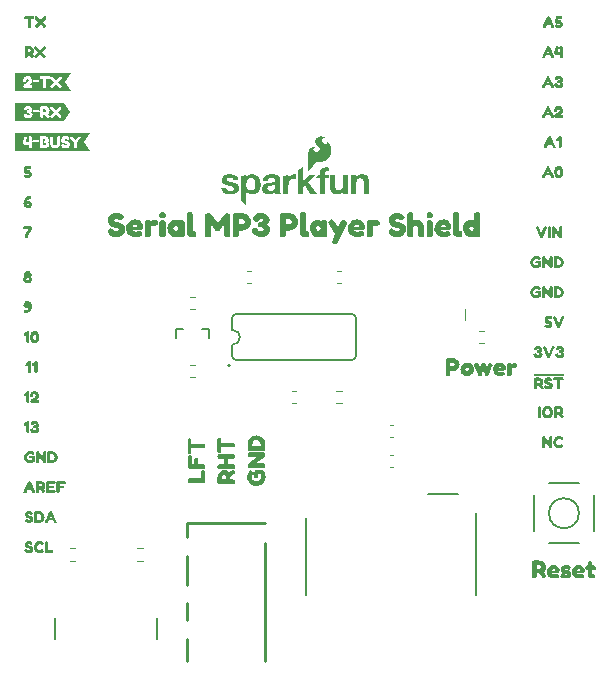
<source format=gto>
%TF.GenerationSoftware,KiCad,Pcbnew,8.0.6*%
%TF.CreationDate,2024-11-21T20:47:18-07:00*%
%TF.ProjectId,SparkFun_Serial_MP3_Player_Shield_MY1690X,53706172-6b46-4756-9e5f-53657269616c,rev?*%
%TF.SameCoordinates,Original*%
%TF.FileFunction,Legend,Top*%
%TF.FilePolarity,Positive*%
%FSLAX46Y46*%
G04 Gerber Fmt 4.6, Leading zero omitted, Abs format (unit mm)*
G04 Created by KiCad (PCBNEW 8.0.6) date 2024-11-21 20:47:18*
%MOMM*%
%LPD*%
G01*
G04 APERTURE LIST*
%ADD10C,0.000000*%
%ADD11C,0.203200*%
%ADD12C,0.120000*%
%ADD13C,0.200000*%
%ADD14C,0.254000*%
G04 APERTURE END LIST*
D10*
%TO.C,kibuzzard-673EA447*%
G36*
X24126974Y18164217D02*
G01*
X24184914Y18143830D01*
X24233197Y18083745D01*
X24248219Y17970011D01*
X24236416Y17859496D01*
X24190279Y17796191D01*
X23456373Y17240397D01*
X24052940Y17240397D01*
X24126974Y17237178D01*
X24184914Y17216792D01*
X24233197Y17156706D01*
X24248219Y17042972D01*
X24233197Y16932457D01*
X24184914Y16874517D01*
X24125901Y16854131D01*
X24050794Y16849839D01*
X22937060Y16849839D01*
X22865172Y16854131D01*
X22808305Y16875590D01*
X22762167Y16934603D01*
X22748219Y17047264D01*
X22761094Y17144903D01*
X22787918Y17199624D01*
X22831910Y17238251D01*
X23552940Y17774732D01*
X22937060Y17774732D01*
X22866245Y17779024D01*
X22809378Y17800483D01*
X22763240Y17860569D01*
X22748219Y17972157D01*
X22763240Y18083745D01*
X22812597Y18143830D01*
X22871609Y18164217D01*
X22945644Y18167436D01*
X24052940Y18167436D01*
X24126974Y18164217D01*
G37*
G36*
X24246073Y18482886D02*
G01*
X24231052Y18374517D01*
X24184914Y18315504D01*
X24124828Y18292972D01*
X24048648Y18287607D01*
X22939206Y18287607D01*
X22867318Y18290826D01*
X22808305Y18311212D01*
X22760021Y18371298D01*
X22746073Y18485032D01*
X22746073Y18851985D01*
X23138777Y18851985D01*
X23138777Y18680311D01*
X23853369Y18680311D01*
X23853369Y18854131D01*
X23827350Y18989861D01*
X23749292Y19105204D01*
X23634217Y19184067D01*
X23497146Y19210354D01*
X23359807Y19184067D01*
X23243927Y19105204D01*
X23165064Y18989324D01*
X23138777Y18851985D01*
X22746073Y18851985D01*
X22746073Y18854131D01*
X22759753Y19002200D01*
X22800794Y19139539D01*
X22869195Y19266148D01*
X22964957Y19382028D01*
X23079764Y19478729D01*
X23205300Y19547800D01*
X23341567Y19589244D01*
X23488562Y19603058D01*
X23639514Y19589244D01*
X23779067Y19547800D01*
X23907218Y19478729D01*
X24023970Y19382028D01*
X24121140Y19265746D01*
X24190547Y19137929D01*
X24232192Y18998578D01*
X24246073Y18847693D01*
X24246073Y18680311D01*
X24246073Y18482886D01*
G37*
G36*
X24077618Y16641685D02*
G01*
X24136363Y16581062D01*
X24185987Y16502200D01*
X24232482Y16383459D01*
X24260379Y16241828D01*
X24269678Y16077307D01*
X24255059Y15928165D01*
X24211202Y15789753D01*
X24138106Y15662071D01*
X24035773Y15545118D01*
X23913053Y15447479D01*
X23778798Y15377736D01*
X23633010Y15335891D01*
X23475687Y15321942D01*
X23325673Y15336092D01*
X23186792Y15378541D01*
X23059042Y15449289D01*
X22942425Y15548337D01*
X22845255Y15667234D01*
X22775848Y15797532D01*
X22734203Y15939230D01*
X22720322Y16092328D01*
X22728101Y16203648D01*
X22751438Y16323015D01*
X22788723Y16435944D01*
X22838348Y16527951D01*
X22881266Y16588036D01*
X22926330Y16627736D01*
X22988562Y16648122D01*
X23108734Y16598766D01*
X23194034Y16519367D01*
X23222468Y16439968D01*
X23173112Y16324088D01*
X23128047Y16214109D01*
X23113026Y16081599D01*
X23139582Y15940504D01*
X23219249Y15821942D01*
X23337543Y15741470D01*
X23479979Y15714646D01*
X23626974Y15742543D01*
X23754657Y15826234D01*
X23843176Y15946942D01*
X23872682Y16085891D01*
X23865708Y16209281D01*
X23844785Y16300483D01*
X23660236Y16300483D01*
X23660236Y16141685D01*
X23657017Y16083745D01*
X23639850Y16038680D01*
X23589421Y16002200D01*
X23492854Y15991470D01*
X23398433Y16003273D01*
X23348004Y16042972D01*
X23330837Y16090182D01*
X23327618Y16148122D01*
X23327618Y16523659D01*
X23342639Y16606277D01*
X23370536Y16656706D01*
X23413455Y16682457D01*
X23460665Y16692114D01*
X23514313Y16693187D01*
X23954227Y16693187D01*
X24077618Y16641685D01*
G37*
%TO.C,kibuzzard-673EAF28*%
G36*
X49308544Y44932833D02*
G01*
X49337157Y44830544D01*
X49337157Y44086624D01*
X49308544Y43986481D01*
X49206971Y43957868D01*
X49106828Y43986481D01*
X49078215Y44088054D01*
X49078215Y44571602D01*
X49063909Y44558727D01*
X48975926Y44517239D01*
X48890805Y44567310D01*
X48846456Y44661731D01*
X48862908Y44707511D01*
X48906541Y44756152D01*
X49088230Y44919242D01*
X49111119Y44937840D01*
X49208401Y44962160D01*
X49308544Y44932833D01*
G37*
G36*
X48398315Y44942847D02*
G01*
X48447314Y44884907D01*
X48806398Y44142418D01*
X48825712Y44040844D01*
X48746313Y43970744D01*
X48640447Y43950000D01*
X48570347Y44032260D01*
X48504539Y44168169D01*
X48259903Y44168169D01*
X48152607Y44168169D01*
X48086799Y44030830D01*
X48015268Y43951431D01*
X47910833Y43972175D01*
X47830719Y44041559D01*
X47849317Y44142418D01*
X47969472Y44391345D01*
X48259903Y44391345D01*
X48394381Y44391345D01*
X48327142Y44530114D01*
X48259903Y44391345D01*
X47969472Y44391345D01*
X48208401Y44886338D01*
X48258473Y44941416D01*
X48328573Y44962160D01*
X48398315Y44942847D01*
G37*
D11*
%TO.C,SW1*%
X46990000Y11477500D02*
X46990000Y14557500D01*
X48290000Y15557500D02*
X50800000Y15557500D01*
X50770000Y10477500D02*
X48290000Y10477500D01*
X52070000Y14557500D02*
X52070000Y11477500D01*
X50800000Y13017500D02*
G75*
G02*
X48260000Y13017500I-1270000J0D01*
G01*
X48260000Y13017500D02*
G75*
G02*
X50800000Y13017500I1270000J0D01*
G01*
D10*
%TO.C,kibuzzard-673EA5F5*%
G36*
X7253644Y49530000D02*
G01*
X7758333Y48772966D01*
X7253644Y48772966D01*
X7015208Y48772966D01*
X6860701Y48772966D01*
X5581731Y48772966D01*
X5003763Y48772966D01*
X3882161Y48772966D01*
X3751975Y48772966D01*
X3036667Y48772966D01*
X3036667Y49673777D01*
X3751975Y49673777D01*
X3754121Y49624421D01*
X3767711Y49585079D01*
X3807769Y49552175D01*
X3882161Y49542160D01*
X3957983Y49551459D01*
X3998040Y49581502D01*
X4011631Y49617983D01*
X4013777Y49663763D01*
X4041674Y49752818D01*
X4125365Y49782504D01*
X4197611Y49763190D01*
X4229085Y49725994D01*
X4234092Y49688083D01*
X4221395Y49633004D01*
X4183305Y49579356D01*
X4128763Y49530715D01*
X4066710Y49490658D01*
X3997683Y49450422D01*
X3922218Y49401245D01*
X3853191Y49348491D01*
X3803477Y49297525D01*
X3764850Y49231359D01*
X3751975Y49158755D01*
X3790601Y49065050D01*
X3882161Y49025708D01*
X4398613Y49025708D01*
X4447969Y49028569D01*
X4488741Y49042876D01*
X4521646Y49082217D01*
X4531660Y49155894D01*
X4521646Y49231717D01*
X4489457Y49271774D01*
X4450830Y49286080D01*
X4401474Y49288941D01*
X4222647Y49288941D01*
X4308484Y49339728D01*
X4395751Y49414835D01*
X4437060Y49465622D01*
X4469428Y49526423D01*
X4490351Y49594378D01*
X4492077Y49612260D01*
X4560272Y49612260D01*
X4567425Y49546452D01*
X4599256Y49509971D01*
X4663277Y49497811D01*
X5003763Y49497811D01*
X5075294Y49510687D01*
X5100329Y49545737D01*
X5108198Y49610830D01*
X5099614Y49676638D01*
X5068856Y49712046D01*
X5005194Y49723848D01*
X4664707Y49723848D01*
X4596038Y49710973D01*
X4568856Y49676638D01*
X4560272Y49612260D01*
X4492077Y49612260D01*
X4497325Y49666624D01*
X4485244Y49766290D01*
X4449002Y49855465D01*
X4397384Y49922704D01*
X5146824Y49922704D01*
X5155408Y49858326D01*
X5182590Y49824707D01*
X5214779Y49813262D01*
X5255551Y49811116D01*
X5454407Y49811116D01*
X5454407Y49157325D01*
X5456553Y49109399D01*
X5469428Y49070773D01*
X5508055Y49038584D01*
X5581731Y49028569D01*
X5656123Y49038584D01*
X5696181Y49070057D01*
X5709771Y49107969D01*
X5711917Y49155894D01*
X5711917Y49811116D01*
X5909342Y49811116D01*
X5950115Y49813262D01*
X5983019Y49824707D01*
X6010916Y49858326D01*
X6016964Y49902675D01*
X6053119Y49902675D01*
X6101045Y49811116D01*
X6358555Y49529285D01*
X6102475Y49247454D01*
X6053119Y49155179D01*
X6109628Y49064335D01*
X6206910Y49013548D01*
X6294178Y49072918D01*
X6534521Y49336152D01*
X6773434Y49072918D01*
X6860701Y49013548D01*
X6957983Y49064335D01*
X7014493Y49155179D01*
X6965136Y49247454D01*
X6709056Y49529285D01*
X6966567Y49811116D01*
X7015208Y49902675D01*
X6959414Y49995665D01*
X6862132Y50046452D01*
X6774864Y49987082D01*
X6534521Y49722418D01*
X6292747Y49987082D01*
X6205480Y50046452D01*
X6108198Y49995665D01*
X6053119Y49902675D01*
X6016964Y49902675D01*
X6019500Y49921273D01*
X6010916Y49984220D01*
X5983734Y50017840D01*
X5951545Y50029285D01*
X5910773Y50031431D01*
X5256982Y50031431D01*
X5216209Y50029285D01*
X5183305Y50017840D01*
X5155408Y49984936D01*
X5146824Y49922704D01*
X4397384Y49922704D01*
X4388598Y49934149D01*
X4310868Y49995347D01*
X4222647Y50032066D01*
X4123935Y50044306D01*
X4020294Y50031590D01*
X3930643Y49993440D01*
X3854979Y49929857D01*
X3797754Y49850537D01*
X3763420Y49765177D01*
X3751975Y49673777D01*
X3036667Y49673777D01*
X3036667Y50287034D01*
X3751975Y50287034D01*
X7015208Y50287034D01*
X7253644Y50287034D01*
X7758333Y50287034D01*
X7253644Y49530000D01*
G37*
%TO.C,kibuzzard-673EAE8B*%
G36*
X4248290Y28413534D02*
G01*
X4276903Y28311245D01*
X4276903Y27567325D01*
X4248290Y27467182D01*
X4146717Y27438569D01*
X4046574Y27467182D01*
X4017961Y27568755D01*
X4017961Y28052303D01*
X4003655Y28039428D01*
X3915672Y27997940D01*
X3830551Y28048011D01*
X3786202Y28142432D01*
X3802654Y28188212D01*
X3846288Y28236853D01*
X4027976Y28399943D01*
X4050866Y28418541D01*
X4148147Y28442861D01*
X4248290Y28413534D01*
G37*
G36*
X4812310Y28447868D02*
G01*
X4889206Y28419971D01*
X4952868Y28378305D01*
X5000794Y28327697D01*
X5037096Y28267969D01*
X5065887Y28198941D01*
X5086631Y28128305D01*
X5098791Y28063748D01*
X5104692Y28001874D01*
X5106660Y27939285D01*
X5104514Y27875086D01*
X5098076Y27811245D01*
X5085379Y27745436D01*
X5064456Y27675336D01*
X5035665Y27607561D01*
X4999363Y27548727D01*
X4951795Y27499013D01*
X4889206Y27458598D01*
X4813741Y27431774D01*
X4727546Y27422833D01*
X4721824Y27423289D01*
X4651366Y27428913D01*
X4583054Y27447153D01*
X4524578Y27476302D01*
X4477904Y27515107D01*
X4407804Y27609528D01*
X4382232Y27663176D01*
X4364170Y27722546D01*
X4344142Y27836280D01*
X4338497Y27939285D01*
X4600222Y27939285D01*
X4607822Y27828501D01*
X4630622Y27749371D01*
X4668623Y27701892D01*
X4721824Y27686066D01*
X4781195Y27705379D01*
X4817675Y27749013D01*
X4836273Y27813391D01*
X4844142Y27876338D01*
X4844857Y27933562D01*
X4844857Y27940715D01*
X4837257Y28052124D01*
X4814456Y28131702D01*
X4776456Y28179449D01*
X4723255Y28195365D01*
X4669428Y28179360D01*
X4630980Y28131345D01*
X4607911Y28051320D01*
X4600222Y27939285D01*
X4338497Y27939285D01*
X4338419Y27940715D01*
X4340207Y28000801D01*
X4345572Y28060887D01*
X4357196Y28124549D01*
X4377761Y28195365D01*
X4406552Y28265107D01*
X4442854Y28325551D01*
X4491137Y28376874D01*
X4555873Y28419256D01*
X4634557Y28447690D01*
X4724685Y28457167D01*
X4812310Y28447868D01*
G37*
%TO.C,kibuzzard-673EAF2D*%
G36*
X48248816Y47475694D02*
G01*
X48297815Y47417754D01*
X48656899Y46675265D01*
X48676212Y46573691D01*
X48596813Y46503591D01*
X48490948Y46482847D01*
X48420848Y46565107D01*
X48355039Y46701016D01*
X48110404Y46701016D01*
X48003108Y46701016D01*
X47937300Y46563677D01*
X47865769Y46484278D01*
X47761334Y46505021D01*
X47681220Y46574406D01*
X47699818Y46675265D01*
X47819973Y46924192D01*
X48110404Y46924192D01*
X48244882Y46924192D01*
X48177643Y47062961D01*
X48110404Y46924192D01*
X47819973Y46924192D01*
X48058902Y47419185D01*
X48108974Y47474263D01*
X48179074Y47495007D01*
X48248816Y47475694D01*
G37*
G36*
X49177643Y47497074D02*
G01*
X49265864Y47460354D01*
X49343594Y47399156D01*
X49403998Y47320472D01*
X49440240Y47231297D01*
X49452321Y47131631D01*
X49445347Y47059385D01*
X49424424Y46991431D01*
X49392057Y46930629D01*
X49350747Y46879843D01*
X49263480Y46804735D01*
X49177643Y46753948D01*
X49356470Y46753948D01*
X49405826Y46751087D01*
X49444453Y46736781D01*
X49476642Y46696724D01*
X49486656Y46620901D01*
X49476642Y46547225D01*
X49443737Y46507883D01*
X49402965Y46493577D01*
X49353609Y46490715D01*
X48837157Y46490715D01*
X48745597Y46530057D01*
X48706971Y46623763D01*
X48719846Y46696366D01*
X48758473Y46762532D01*
X48808187Y46813498D01*
X48877214Y46866252D01*
X48952679Y46915429D01*
X49021706Y46955665D01*
X49083759Y46995722D01*
X49138301Y47044363D01*
X49176391Y47098011D01*
X49189088Y47153090D01*
X49184081Y47191001D01*
X49152607Y47228197D01*
X49080361Y47247511D01*
X48996670Y47217825D01*
X48968773Y47128770D01*
X48966627Y47082990D01*
X48953036Y47046509D01*
X48912979Y47016466D01*
X48837157Y47007167D01*
X48762765Y47017182D01*
X48722707Y47050086D01*
X48709117Y47089428D01*
X48706971Y47138784D01*
X48718416Y47230184D01*
X48752750Y47315544D01*
X48809975Y47394864D01*
X48885639Y47458447D01*
X48975290Y47496597D01*
X49078931Y47509313D01*
X49177643Y47497074D01*
G37*
%TO.C,kibuzzard-673EAEBB*%
G36*
X4242568Y23325665D02*
G01*
X4271180Y23223376D01*
X4271180Y22479456D01*
X4242568Y22379313D01*
X4140994Y22350701D01*
X4040851Y22379313D01*
X4012239Y22480887D01*
X4012239Y22964435D01*
X3997933Y22951559D01*
X3909950Y22910072D01*
X3824828Y22960143D01*
X3780479Y23054564D01*
X3796931Y23100343D01*
X3840565Y23148984D01*
X4022253Y23312074D01*
X4045143Y23330672D01*
X4142425Y23354993D01*
X4242568Y23325665D01*
G37*
G36*
X4803369Y23357059D02*
G01*
X4891590Y23320340D01*
X4969320Y23259142D01*
X5029724Y23180458D01*
X5065966Y23091283D01*
X5078047Y22991617D01*
X5071073Y22919371D01*
X5050150Y22851416D01*
X5017783Y22790615D01*
X4976474Y22739828D01*
X4889206Y22664721D01*
X4803369Y22613934D01*
X4982196Y22613934D01*
X5031552Y22611073D01*
X5070179Y22596767D01*
X5102368Y22556710D01*
X5112382Y22480887D01*
X5102368Y22407210D01*
X5069464Y22367868D01*
X5028691Y22353562D01*
X4979335Y22350701D01*
X4462883Y22350701D01*
X4371323Y22390043D01*
X4332697Y22483748D01*
X4345572Y22556352D01*
X4384199Y22622518D01*
X4433913Y22673484D01*
X4502940Y22726237D01*
X4578405Y22775415D01*
X4647432Y22815651D01*
X4709485Y22855708D01*
X4764027Y22904349D01*
X4802117Y22957997D01*
X4814814Y23013076D01*
X4809807Y23050987D01*
X4778333Y23088183D01*
X4706087Y23107496D01*
X4622396Y23077811D01*
X4594499Y22988755D01*
X4592353Y22942976D01*
X4578763Y22906495D01*
X4538705Y22876452D01*
X4462883Y22867153D01*
X4388491Y22877167D01*
X4348433Y22910072D01*
X4334843Y22949413D01*
X4332697Y22998770D01*
X4344142Y23090170D01*
X4378476Y23175530D01*
X4435701Y23254850D01*
X4511365Y23318433D01*
X4601017Y23356582D01*
X4704657Y23369299D01*
X4803369Y23357059D01*
G37*
%TO.C,kibuzzard-673EAACD*%
G36*
X15694320Y38503723D02*
G01*
X15773004Y38437915D01*
X15800186Y38359231D01*
X15804478Y38263380D01*
X15800186Y38166098D01*
X15773004Y38090275D01*
X15694320Y38025898D01*
X15544106Y38005869D01*
X15396753Y38025898D01*
X15318069Y38091706D01*
X15290887Y38170390D01*
X15286595Y38266241D01*
X15290887Y38362092D01*
X15318069Y38439345D01*
X15398183Y38503723D01*
X15546967Y38523752D01*
X15694320Y38503723D01*
G37*
G36*
X38309485Y38503723D02*
G01*
X38388169Y38437915D01*
X38415351Y38359231D01*
X38419642Y38263380D01*
X38415351Y38166098D01*
X38388169Y38090275D01*
X38309485Y38025898D01*
X38159270Y38005869D01*
X38011917Y38025898D01*
X37933233Y38091706D01*
X37906052Y38170390D01*
X37901760Y38266241D01*
X37906052Y38362092D01*
X37933233Y38439345D01*
X38013348Y38503723D01*
X38162132Y38523752D01*
X38309485Y38503723D01*
G37*
G36*
X30079156Y37759803D02*
G01*
X30436810Y37219031D01*
X30662847Y37722607D01*
X30791602Y37882836D01*
X31003333Y37851363D01*
X31164993Y37716885D01*
X31134950Y37525182D01*
X30433948Y35954367D01*
X30306624Y35792707D01*
X30093462Y35828473D01*
X29930372Y35967242D01*
X29967568Y36166098D01*
X30190744Y36663952D01*
X29644249Y37487986D01*
X29584163Y37676828D01*
X29721502Y37831334D01*
X29927511Y37895712D01*
X30079156Y37759803D01*
G37*
G36*
X15694320Y37845640D02*
G01*
X15773004Y37779832D01*
X15800186Y37701148D01*
X15804478Y37602436D01*
X15804478Y36672536D01*
X15800186Y36575254D01*
X15773004Y36499431D01*
X15694320Y36435054D01*
X15544106Y36415025D01*
X15396753Y36435054D01*
X15318069Y36499431D01*
X15290887Y36576685D01*
X15286595Y36675397D01*
X15286595Y37608158D01*
X15290887Y37704009D01*
X15318069Y37781263D01*
X15398183Y37845640D01*
X15546967Y37865669D01*
X15694320Y37845640D01*
G37*
G36*
X38309485Y37845640D02*
G01*
X38388169Y37779832D01*
X38415351Y37701148D01*
X38419642Y37602436D01*
X38419642Y36672536D01*
X38415351Y36575254D01*
X38388169Y36499431D01*
X38309485Y36435054D01*
X38159270Y36415025D01*
X38011917Y36435054D01*
X37933233Y36499431D01*
X37906052Y36576685D01*
X37901760Y36675397D01*
X37901760Y37608158D01*
X37906052Y37704009D01*
X37933233Y37781263D01*
X38013348Y37845640D01*
X38162132Y37865669D01*
X38309485Y37845640D01*
G37*
G36*
X18006195Y38509446D02*
G01*
X18083448Y38443637D01*
X18110629Y38363523D01*
X18116352Y38266241D01*
X18116352Y37033051D01*
X18126366Y36931477D01*
X18193605Y36915740D01*
X18253691Y36911448D01*
X18309485Y36887128D01*
X18358126Y36812736D01*
X18373863Y36672536D01*
X18358126Y36523752D01*
X18309485Y36445068D01*
X18253691Y36419317D01*
X18190744Y36415025D01*
X18030515Y36419675D01*
X17910343Y36433623D01*
X17732947Y36513737D01*
X17627082Y36691134D01*
X17605622Y36826685D01*
X17598469Y37001577D01*
X17598469Y38269102D01*
X17602761Y38367815D01*
X17629943Y38445068D01*
X17710057Y38509446D01*
X17858841Y38529474D01*
X18006195Y38509446D01*
G37*
G36*
X27577010Y38509446D02*
G01*
X27654263Y38443637D01*
X27681445Y38363523D01*
X27687167Y38266241D01*
X27687167Y37033051D01*
X27697182Y36931477D01*
X27764421Y36915740D01*
X27824506Y36911448D01*
X27880300Y36887128D01*
X27928941Y36812736D01*
X27944678Y36672536D01*
X27928941Y36523752D01*
X27880300Y36445068D01*
X27824506Y36419317D01*
X27761559Y36415025D01*
X27601330Y36419675D01*
X27481159Y36433623D01*
X27303763Y36513737D01*
X27197897Y36691134D01*
X27176438Y36826685D01*
X27169285Y37001577D01*
X27169285Y38269102D01*
X27173577Y38367815D01*
X27200758Y38445068D01*
X27280873Y38509446D01*
X27429657Y38529474D01*
X27577010Y38509446D01*
G37*
G36*
X40558412Y38509446D02*
G01*
X40635665Y38443637D01*
X40662847Y38363523D01*
X40668569Y38266241D01*
X40668569Y37033051D01*
X40678584Y36931477D01*
X40745823Y36915740D01*
X40805908Y36911448D01*
X40861702Y36887128D01*
X40910343Y36812736D01*
X40926080Y36672536D01*
X40910343Y36523752D01*
X40861702Y36445068D01*
X40805908Y36419317D01*
X40742961Y36415025D01*
X40582732Y36419675D01*
X40462561Y36433623D01*
X40285165Y36513737D01*
X40179299Y36691134D01*
X40157840Y36826685D01*
X40150687Y37001577D01*
X40150687Y38269102D01*
X40154979Y38367815D01*
X40182160Y38445068D01*
X40262275Y38509446D01*
X40411059Y38529474D01*
X40558412Y38509446D01*
G37*
G36*
X14926080Y37875683D02*
G01*
X15029084Y37849932D01*
X15122074Y37785554D01*
X15157840Y37676828D01*
X15142103Y37542707D01*
X15094893Y37432192D01*
X14934664Y37333480D01*
X14824506Y37354939D01*
X14754406Y37376398D01*
X14612775Y37334911D01*
X14556981Y37230476D01*
X14556981Y36672536D01*
X14552690Y36575254D01*
X14525508Y36499431D01*
X14445393Y36435054D01*
X14293748Y36415025D01*
X14146395Y36435054D01*
X14067711Y36500862D01*
X14040529Y36579546D01*
X14036237Y36678258D01*
X14036237Y37611019D01*
X14040529Y37708301D01*
X14067711Y37784124D01*
X14146395Y37848501D01*
X14296609Y37868530D01*
X14462561Y37839202D01*
X14542675Y37751220D01*
X14687167Y37849932D01*
X14840243Y37882836D01*
X14926080Y37875683D01*
G37*
G36*
X33707196Y37875683D02*
G01*
X33810200Y37849932D01*
X33903190Y37785554D01*
X33938956Y37676828D01*
X33923219Y37542707D01*
X33876009Y37432192D01*
X33715780Y37333480D01*
X33605622Y37354939D01*
X33535522Y37376398D01*
X33393891Y37334911D01*
X33338097Y37230476D01*
X33338097Y36672536D01*
X33333805Y36575254D01*
X33306624Y36499431D01*
X33226509Y36435054D01*
X33074864Y36415025D01*
X32927511Y36435054D01*
X32848827Y36500862D01*
X32821645Y36579546D01*
X32817353Y36678258D01*
X32817353Y37611019D01*
X32821645Y37708301D01*
X32848827Y37784124D01*
X32927511Y37848501D01*
X33077725Y37868530D01*
X33243677Y37839202D01*
X33323791Y37751220D01*
X33468283Y37849932D01*
X33621359Y37882836D01*
X33707196Y37875683D01*
G37*
G36*
X17302332Y37848501D02*
G01*
X17381016Y37782693D01*
X17408197Y37704009D01*
X17412489Y37608158D01*
X17412489Y36678258D01*
X17408197Y36580976D01*
X17381016Y36505154D01*
X17300901Y36440776D01*
X17152117Y36420747D01*
X16989742Y36446499D01*
X16908913Y36523752D01*
X16772289Y36446499D01*
X16680014Y36431993D01*
X16608484Y36420747D01*
X16443009Y36445227D01*
X16289933Y36518665D01*
X16149256Y36641062D01*
X16037191Y36795251D01*
X15969952Y36964063D01*
X15948238Y37141778D01*
X16465422Y37141778D01*
X16529800Y37000147D01*
X16680014Y36938630D01*
X16818784Y37000147D01*
X16877439Y37144639D01*
X16818784Y37290562D01*
X16674292Y37350647D01*
X16526938Y37287700D01*
X16465422Y37141778D01*
X15948238Y37141778D01*
X15947539Y37147500D01*
X15970111Y37326168D01*
X16037827Y37492119D01*
X16150687Y37645354D01*
X16291841Y37767751D01*
X16444440Y37841189D01*
X16608484Y37865669D01*
X16776581Y37837057D01*
X16908913Y37751220D01*
X16981874Y37839202D01*
X17154979Y37868530D01*
X17302332Y37848501D01*
G37*
G36*
X29356695Y37848501D02*
G01*
X29435379Y37782693D01*
X29462561Y37704009D01*
X29466853Y37608158D01*
X29466853Y36678258D01*
X29462561Y36580976D01*
X29435379Y36505154D01*
X29355265Y36440776D01*
X29206481Y36420747D01*
X29044106Y36446499D01*
X28963276Y36523752D01*
X28826652Y36446499D01*
X28734378Y36431993D01*
X28662847Y36420747D01*
X28497372Y36445227D01*
X28344297Y36518665D01*
X28203619Y36641062D01*
X28091555Y36795251D01*
X28024316Y36964063D01*
X28002602Y37141778D01*
X28519785Y37141778D01*
X28584163Y37000147D01*
X28734378Y36938630D01*
X28873147Y37000147D01*
X28931803Y37144639D01*
X28873147Y37290562D01*
X28728655Y37350647D01*
X28581302Y37287700D01*
X28519785Y37141778D01*
X28002602Y37141778D01*
X28001903Y37147500D01*
X28024475Y37326168D01*
X28092190Y37492119D01*
X28205050Y37645354D01*
X28346204Y37767751D01*
X28498803Y37841189D01*
X28662847Y37865669D01*
X28830944Y37837057D01*
X28963276Y37751220D01*
X29036237Y37839202D01*
X29209342Y37868530D01*
X29356695Y37848501D01*
G37*
G36*
X22424649Y38406441D02*
G01*
X22545536Y38372107D01*
X22665708Y38316313D01*
X22780157Y38240490D01*
X22882089Y38139274D01*
X22964707Y38007300D01*
X23019428Y37852436D01*
X23037668Y37682550D01*
X23019785Y37513380D01*
X22966137Y37360662D01*
X22884235Y37230833D01*
X22781588Y37130333D01*
X22665708Y37054510D01*
X22544106Y36998716D01*
X22422146Y36964381D01*
X22305193Y36952936D01*
X21999041Y36952936D01*
X21999041Y36678258D01*
X21994750Y36579546D01*
X21967568Y36502293D01*
X21887454Y36437915D01*
X21735808Y36417886D01*
X21587024Y36437915D01*
X21506910Y36503723D01*
X21479728Y36582407D01*
X21475436Y36681119D01*
X21475436Y37476541D01*
X21999041Y37476541D01*
X22308054Y37476541D01*
X22449685Y37528044D01*
X22516924Y37685411D01*
X22455408Y37834195D01*
X22305193Y37894281D01*
X21999041Y37894281D01*
X21999041Y37476541D01*
X21475436Y37476541D01*
X21475436Y38157514D01*
X21479728Y38253366D01*
X21506910Y38332049D01*
X21587024Y38397858D01*
X21738670Y38417886D01*
X22308054Y38417886D01*
X22424649Y38406441D01*
G37*
G36*
X26416066Y38406441D02*
G01*
X26536953Y38372107D01*
X26657124Y38316313D01*
X26771574Y38240490D01*
X26873505Y38139274D01*
X26956123Y38007300D01*
X27010844Y37852436D01*
X27029084Y37682550D01*
X27011202Y37513380D01*
X26957554Y37360662D01*
X26875651Y37230833D01*
X26773004Y37130333D01*
X26657124Y37054510D01*
X26535522Y36998716D01*
X26413562Y36964381D01*
X26296609Y36952936D01*
X25990458Y36952936D01*
X25990458Y36678258D01*
X25986166Y36579546D01*
X25958984Y36502293D01*
X25878870Y36437915D01*
X25727225Y36417886D01*
X25578441Y36437915D01*
X25498326Y36503723D01*
X25471144Y36582407D01*
X25466853Y36681119D01*
X25466853Y37476541D01*
X25990458Y37476541D01*
X26299471Y37476541D01*
X26441102Y37528044D01*
X26508340Y37685411D01*
X26446824Y37834195D01*
X26296609Y37894281D01*
X25990458Y37894281D01*
X25990458Y37476541D01*
X25466853Y37476541D01*
X25466853Y38157514D01*
X25471144Y38253366D01*
X25498326Y38332049D01*
X25578441Y38397858D01*
X25730086Y38417886D01*
X26299471Y38417886D01*
X26416066Y38406441D01*
G37*
G36*
X36678584Y38503723D02*
G01*
X36757268Y38439345D01*
X36784449Y38362092D01*
X36788741Y38263380D01*
X36788741Y37742636D01*
X36924649Y37834911D01*
X37074864Y37865669D01*
X37248127Y37842461D01*
X37401680Y37772838D01*
X37535522Y37656799D01*
X37638844Y37506743D01*
X37700838Y37335070D01*
X37721502Y37141778D01*
X37721502Y36672536D01*
X37717210Y36576685D01*
X37690029Y36499431D01*
X37609914Y36435054D01*
X37461130Y36415025D01*
X37313777Y36435054D01*
X37235093Y36498001D01*
X37206481Y36576685D01*
X37200758Y36678258D01*
X37200758Y37144639D01*
X37149256Y37291992D01*
X37009056Y37347786D01*
X36865994Y37299145D01*
X36788741Y37187557D01*
X36788741Y36672536D01*
X36784449Y36575254D01*
X36757268Y36499431D01*
X36677153Y36435054D01*
X36528369Y36415025D01*
X36381016Y36435054D01*
X36302332Y36499431D01*
X36275150Y36576685D01*
X36270858Y36675397D01*
X36270858Y38266241D01*
X36275150Y38362092D01*
X36302332Y38439345D01*
X36381016Y38503723D01*
X36531230Y38523752D01*
X36678584Y38503723D01*
G37*
G36*
X13443486Y37879339D02*
G01*
X13607053Y37817346D01*
X13737239Y37714024D01*
X13864921Y37523036D01*
X13907482Y37322035D01*
X13887811Y37180046D01*
X13828798Y37074539D01*
X13737597Y37009088D01*
X13621359Y36987271D01*
X13011917Y36987271D01*
X13097754Y36878544D01*
X13266567Y36838487D01*
X13498326Y36875683D01*
X13629943Y36912879D01*
X13724363Y36878544D01*
X13801617Y36775540D01*
X13838813Y36643923D01*
X13801617Y36530011D01*
X13690029Y36448644D01*
X13504049Y36399825D01*
X13243677Y36383552D01*
X13051974Y36401077D01*
X12883162Y36453652D01*
X12743319Y36534839D01*
X12638526Y36638201D01*
X12561989Y36755511D01*
X12506910Y36878544D01*
X12473648Y37005869D01*
X12462561Y37136055D01*
X12476395Y37256227D01*
X13011917Y37256227D01*
X13332375Y37256227D01*
X13409628Y37324896D01*
X13363848Y37409303D01*
X13240815Y37439345D01*
X13079156Y37383552D01*
X13011917Y37256227D01*
X12476395Y37256227D01*
X12486881Y37347309D01*
X12559843Y37530905D01*
X12681445Y37686842D01*
X12841515Y37805265D01*
X13029879Y37876319D01*
X13246538Y37900004D01*
X13443486Y37879339D01*
G37*
G36*
X32224602Y37879339D02*
G01*
X32388169Y37817346D01*
X32518355Y37714024D01*
X32646037Y37523036D01*
X32688598Y37322035D01*
X32668927Y37180046D01*
X32609914Y37074539D01*
X32518712Y37009088D01*
X32402475Y36987271D01*
X31793033Y36987271D01*
X31878870Y36878544D01*
X32047682Y36838487D01*
X32279442Y36875683D01*
X32411059Y36912879D01*
X32505479Y36878544D01*
X32582732Y36775540D01*
X32619928Y36643923D01*
X32582732Y36530011D01*
X32471144Y36448644D01*
X32285165Y36399825D01*
X32024793Y36383552D01*
X31833090Y36401077D01*
X31664278Y36453652D01*
X31524435Y36534839D01*
X31419642Y36638201D01*
X31343104Y36755511D01*
X31288026Y36878544D01*
X31254764Y37005869D01*
X31243677Y37136055D01*
X31257511Y37256227D01*
X31793033Y37256227D01*
X32113491Y37256227D01*
X32190744Y37324896D01*
X32144964Y37409303D01*
X32021931Y37439345D01*
X31860272Y37383552D01*
X31793033Y37256227D01*
X31257511Y37256227D01*
X31267997Y37347309D01*
X31340959Y37530905D01*
X31462561Y37686842D01*
X31622631Y37805265D01*
X31810995Y37876319D01*
X32027654Y37900004D01*
X32224602Y37879339D01*
G37*
G36*
X39543629Y37879339D02*
G01*
X39707196Y37817346D01*
X39837382Y37714024D01*
X39965064Y37523036D01*
X40007625Y37322035D01*
X39987954Y37180046D01*
X39928941Y37074539D01*
X39837740Y37009088D01*
X39721502Y36987271D01*
X39112060Y36987271D01*
X39197897Y36878544D01*
X39366710Y36838487D01*
X39598469Y36875683D01*
X39730086Y36912879D01*
X39824506Y36878544D01*
X39901760Y36775540D01*
X39938956Y36643923D01*
X39901760Y36530011D01*
X39790172Y36448644D01*
X39604192Y36399825D01*
X39343820Y36383552D01*
X39152117Y36401077D01*
X38983305Y36453652D01*
X38843462Y36534839D01*
X38738670Y36638201D01*
X38662132Y36755511D01*
X38607053Y36878544D01*
X38573791Y37005869D01*
X38562704Y37136055D01*
X38576538Y37256227D01*
X39112060Y37256227D01*
X39432518Y37256227D01*
X39509771Y37324896D01*
X39463991Y37409303D01*
X39340959Y37439345D01*
X39179299Y37383552D01*
X39112060Y37256227D01*
X38576538Y37256227D01*
X38587024Y37347309D01*
X38659986Y37530905D01*
X38781588Y37686842D01*
X38941658Y37805265D01*
X39130022Y37876319D01*
X39346681Y37900004D01*
X39543629Y37879339D01*
G37*
G36*
X42329514Y38503723D02*
G01*
X42408197Y38439345D01*
X42435379Y38362092D01*
X42439671Y38266241D01*
X42439671Y36678258D01*
X42435379Y36582407D01*
X42408197Y36503723D01*
X42329514Y36437915D01*
X42182160Y36417886D01*
X42029084Y36444353D01*
X41947539Y36523752D01*
X41808770Y36446499D01*
X41712918Y36431496D01*
X41644249Y36420747D01*
X41478774Y36445227D01*
X41325699Y36518665D01*
X41185021Y36641062D01*
X41072957Y36795251D01*
X41005718Y36964063D01*
X40984004Y37141778D01*
X41504049Y37141778D01*
X41566996Y36997285D01*
X41712918Y36935769D01*
X41855980Y36997285D01*
X41916066Y37141778D01*
X41855980Y37287700D01*
X41710057Y37347786D01*
X41564134Y37287700D01*
X41504049Y37141778D01*
X40984004Y37141778D01*
X40983305Y37147500D01*
X41005877Y37326168D01*
X41073592Y37492119D01*
X41186452Y37645354D01*
X41327606Y37767751D01*
X41480205Y37841189D01*
X41644249Y37865669D01*
X41800901Y37842064D01*
X41933233Y37771248D01*
X41933233Y38263380D01*
X41931803Y38337772D01*
X41943247Y38409303D01*
X41980443Y38469388D01*
X42054835Y38509446D01*
X42179299Y38523752D01*
X42329514Y38503723D01*
G37*
G36*
X21183591Y38394996D02*
G01*
X21262275Y38330619D01*
X21289456Y38251935D01*
X21295179Y38151792D01*
X21295179Y36675397D01*
X21289456Y36578115D01*
X21260844Y36500862D01*
X21182160Y36437915D01*
X21031946Y36417886D01*
X20883162Y36437915D01*
X20803047Y36503723D01*
X20775866Y36582407D01*
X20771574Y36681119D01*
X20771574Y37493709D01*
X20436810Y37038773D01*
X20419642Y37015883D01*
X20392461Y36984410D01*
X20355265Y36955798D01*
X20295179Y36930046D01*
X20216495Y36921463D01*
X20087740Y36950790D01*
X19993319Y37038773D01*
X19661416Y37490848D01*
X19661416Y36675397D01*
X19657124Y36579546D01*
X19629943Y36502293D01*
X19549828Y36437915D01*
X19398183Y36417886D01*
X19250830Y36437915D01*
X19173577Y36502293D01*
X19146395Y36580976D01*
X19140672Y36681119D01*
X19140672Y38157514D01*
X19144964Y38253366D01*
X19172146Y38330619D01*
X19252260Y38394996D01*
X19403906Y38415025D01*
X19479728Y38410733D01*
X19531230Y38403580D01*
X19568426Y38390705D01*
X19592747Y38376398D01*
X19614206Y38354939D01*
X19632804Y38334911D01*
X20216495Y37585268D01*
X20797325Y38332049D01*
X20883162Y38397858D01*
X21034807Y38415025D01*
X21183591Y38394996D01*
G37*
G36*
X11834362Y38430285D02*
G01*
X12016527Y38373060D01*
X12164993Y38277686D01*
X12267997Y38130333D01*
X12199328Y37954367D01*
X12030515Y37815597D01*
X11838813Y37868530D01*
X11805908Y37895712D01*
X11765851Y37928616D01*
X11710057Y37950075D01*
X11615637Y37960089D01*
X11509771Y37924324D01*
X11463991Y37837057D01*
X11514063Y37744067D01*
X11627082Y37693995D01*
X11801617Y37658230D01*
X11984735Y37613881D01*
X12146753Y37539489D01*
X12272289Y37430762D01*
X12352761Y37275540D01*
X12379585Y37061663D01*
X12367425Y36925039D01*
X12330944Y36801291D01*
X12206481Y36608158D01*
X12030515Y36480833D01*
X11834521Y36407872D01*
X11644249Y36386413D01*
X11484020Y36399288D01*
X11349542Y36430762D01*
X11239385Y36477972D01*
X11150687Y36532335D01*
X11082017Y36588129D01*
X11031946Y36638201D01*
X11000472Y36678258D01*
X10983305Y36698287D01*
X10911774Y36884267D01*
X11031946Y37067386D01*
X11150846Y37133512D01*
X11274832Y37114437D01*
X11403906Y37010161D01*
X11519785Y36905726D01*
X11632804Y36878544D01*
X11801617Y36920032D01*
X11853119Y37053079D01*
X11778727Y37141778D01*
X11554120Y37209016D01*
X11417854Y37245855D01*
X11309485Y37284839D01*
X11149256Y37376398D01*
X11034807Y37499431D01*
X10966137Y37653938D01*
X10943247Y37839918D01*
X10964548Y38005392D01*
X11028449Y38150838D01*
X11134950Y38276255D01*
X11273879Y38372424D01*
X11435061Y38430126D01*
X11618498Y38449360D01*
X11834362Y38430285D01*
G37*
G36*
X35605463Y38430285D02*
G01*
X35787628Y38373060D01*
X35936094Y38277686D01*
X36039099Y38130333D01*
X35970429Y37954367D01*
X35801617Y37815597D01*
X35609914Y37868530D01*
X35577010Y37895712D01*
X35536953Y37928616D01*
X35481159Y37950075D01*
X35386738Y37960089D01*
X35280873Y37924324D01*
X35235093Y37837057D01*
X35285165Y37744067D01*
X35398183Y37693995D01*
X35572718Y37658230D01*
X35755837Y37613881D01*
X35917854Y37539489D01*
X36043391Y37430762D01*
X36123863Y37275540D01*
X36150687Y37061663D01*
X36138526Y36925039D01*
X36102046Y36801291D01*
X35977582Y36608158D01*
X35801617Y36480833D01*
X35605622Y36407872D01*
X35415351Y36386413D01*
X35255122Y36399288D01*
X35120644Y36430762D01*
X35010486Y36477972D01*
X34921788Y36532335D01*
X34853119Y36588129D01*
X34803047Y36638201D01*
X34771574Y36678258D01*
X34754406Y36698287D01*
X34682876Y36884267D01*
X34803047Y37067386D01*
X34921947Y37133512D01*
X35045934Y37114437D01*
X35175007Y37010161D01*
X35290887Y36905726D01*
X35403906Y36878544D01*
X35572718Y36920032D01*
X35624220Y37053079D01*
X35549828Y37141778D01*
X35325222Y37209016D01*
X35188956Y37245855D01*
X35080587Y37284839D01*
X34920358Y37376398D01*
X34805908Y37499431D01*
X34737239Y37653938D01*
X34714349Y37839918D01*
X34735649Y38005392D01*
X34799550Y38150838D01*
X34906052Y38276255D01*
X35044980Y38372424D01*
X35206163Y38430126D01*
X35389599Y38449360D01*
X35605463Y38430285D01*
G37*
G36*
X24089806Y38424880D02*
G01*
X24267679Y38360026D01*
X24415351Y38251935D01*
X24525826Y38117457D01*
X24592111Y37973442D01*
X24614206Y37819889D01*
X24564850Y37610304D01*
X24416781Y37467958D01*
X24577010Y37313451D01*
X24634950Y37199002D01*
X24654263Y37061663D01*
X24629943Y36876478D01*
X24556981Y36713865D01*
X24435379Y36573823D01*
X24276581Y36466527D01*
X24092031Y36402149D01*
X23881731Y36380690D01*
X23686214Y36402149D01*
X23507864Y36466527D01*
X23346681Y36573823D01*
X23219515Y36709414D01*
X23143216Y36858675D01*
X23117783Y37021606D01*
X23189313Y37156799D01*
X23403906Y37201863D01*
X23561273Y37170390D01*
X23644249Y37035912D01*
X23649971Y37020175D01*
X23671431Y36985840D01*
X23714349Y36942922D01*
X23783019Y36908587D01*
X23884592Y36892851D01*
X24063419Y36937200D01*
X24130658Y37055941D01*
X24075579Y37180404D01*
X23910343Y37221892D01*
X23831660Y37221892D01*
X23765851Y37234768D01*
X23701474Y37270533D01*
X23667139Y37344925D01*
X23649971Y37470819D01*
X23668569Y37613881D01*
X23728655Y37688273D01*
X23801617Y37712593D01*
X23893176Y37716885D01*
X23913205Y37716885D01*
X24046252Y37735483D01*
X24087740Y37808444D01*
X24040529Y37907157D01*
X23910343Y37942922D01*
X23787310Y37914310D01*
X23704335Y37828473D01*
X23617226Y37710527D01*
X23497055Y37677146D01*
X23343820Y37728330D01*
X23202189Y37885697D01*
X23243677Y38083122D01*
X23247969Y38093137D01*
X23263705Y38124610D01*
X23292318Y38171820D01*
X23338097Y38229045D01*
X23401044Y38290562D01*
X23485451Y38349217D01*
X23591316Y38399288D01*
X23722933Y38433623D01*
X23881731Y38446499D01*
X24089806Y38424880D01*
G37*
D12*
%TO.C,C8*%
X26810580Y23370000D02*
X26529420Y23370000D01*
X26810580Y22350000D02*
X26529420Y22350000D01*
D10*
%TO.C,kibuzzard-673EAF7F*%
G36*
X48515413Y32237840D02*
G01*
X48555470Y32204936D01*
X48569061Y32165594D01*
X48571207Y32116237D01*
X48571207Y31378040D01*
X48569061Y31328684D01*
X48555470Y31290057D01*
X48515413Y31257868D01*
X48439590Y31247854D01*
X48365914Y31255722D01*
X48323711Y31286481D01*
X47953181Y31775751D01*
X47953181Y31378040D01*
X47951035Y31328684D01*
X47937445Y31290057D01*
X47897387Y31257868D01*
X47821565Y31247854D01*
X47747888Y31257868D01*
X47709261Y31290057D01*
X47695671Y31329399D01*
X47692809Y31379471D01*
X47692809Y32121960D01*
X47695671Y32169886D01*
X47709977Y32207797D01*
X47749319Y32238555D01*
X47824426Y32247854D01*
X47889519Y32239270D01*
X47926000Y32221388D01*
X47951751Y32192060D01*
X48309405Y31711373D01*
X48309405Y32121960D01*
X48312266Y32169170D01*
X48326572Y32207082D01*
X48366629Y32237840D01*
X48441021Y32247854D01*
X48515413Y32237840D01*
G37*
G36*
X49127716Y32240165D02*
G01*
X49219276Y32212804D01*
X49303682Y32167203D01*
X49380935Y32103362D01*
X49445402Y32026824D01*
X49491450Y31943133D01*
X49519079Y31852289D01*
X49528289Y31754292D01*
X49519079Y31653657D01*
X49491450Y31560622D01*
X49445402Y31475188D01*
X49380935Y31397353D01*
X49303414Y31332573D01*
X49218203Y31286302D01*
X49125302Y31258539D01*
X49024712Y31249285D01*
X48913124Y31249285D01*
X48781508Y31249285D01*
X48709261Y31259299D01*
X48669920Y31290057D01*
X48654898Y31330114D01*
X48651322Y31380901D01*
X48651322Y31511087D01*
X48913124Y31511087D01*
X49029004Y31511087D01*
X49119490Y31528433D01*
X49196386Y31580472D01*
X49248961Y31657189D01*
X49266486Y31748569D01*
X49248961Y31840129D01*
X49196386Y31917382D01*
X49119133Y31969957D01*
X49027573Y31987482D01*
X48913124Y31987482D01*
X48913124Y31511087D01*
X48651322Y31511087D01*
X48651322Y32120529D01*
X48653467Y32168455D01*
X48667058Y32207797D01*
X48707116Y32239986D01*
X48782938Y32249285D01*
X49029004Y32249285D01*
X49127716Y32240165D01*
G37*
G36*
X47262015Y32261266D02*
G01*
X47341593Y32245708D01*
X47416879Y32220851D01*
X47478217Y32187768D01*
X47518274Y32159156D01*
X47544741Y32129113D01*
X47558332Y32087625D01*
X47525427Y32007511D01*
X47472495Y31950644D01*
X47419562Y31931688D01*
X47342309Y31964592D01*
X47268990Y31994635D01*
X47180649Y32004649D01*
X47086586Y31986946D01*
X47007545Y31933834D01*
X46953897Y31854971D01*
X46936014Y31760014D01*
X46954612Y31662017D01*
X47010406Y31576896D01*
X47090878Y31517883D01*
X47183510Y31498212D01*
X47265771Y31502861D01*
X47326572Y31516810D01*
X47326572Y31639843D01*
X47220706Y31639843D01*
X47182080Y31641989D01*
X47152037Y31653433D01*
X47127716Y31687053D01*
X47120563Y31751431D01*
X47128432Y31814378D01*
X47154898Y31847997D01*
X47186372Y31859442D01*
X47224998Y31861588D01*
X47475356Y31861588D01*
X47530435Y31851574D01*
X47564054Y31832976D01*
X47581221Y31804363D01*
X47587659Y31772890D01*
X47588374Y31737124D01*
X47588374Y31443848D01*
X47554040Y31361588D01*
X47513625Y31322425D01*
X47461050Y31289342D01*
X47381889Y31258345D01*
X47287468Y31239747D01*
X47177788Y31233548D01*
X47078360Y31243294D01*
X46986085Y31272532D01*
X46900964Y31321263D01*
X46822995Y31389485D01*
X46757902Y31471298D01*
X46711407Y31560801D01*
X46683510Y31657994D01*
X46674211Y31762876D01*
X46683644Y31862884D01*
X46711944Y31955472D01*
X46759109Y32040638D01*
X46825141Y32118383D01*
X46904406Y32183163D01*
X46991271Y32229435D01*
X47085737Y32257198D01*
X47187802Y32266452D01*
X47262015Y32261266D01*
G37*
%TO.C,kibuzzard-673EA5FE*%
G36*
X5690458Y47198155D02*
G01*
X5721216Y47123763D01*
X5688312Y47045079D01*
X5619643Y47019328D01*
X5462275Y47019328D01*
X5462275Y47228197D01*
X5616782Y47228197D01*
X5690458Y47198155D01*
G37*
G36*
X7731867Y46990000D02*
G01*
X7227177Y46232966D01*
X6988741Y46232966D01*
X6834235Y46232966D01*
X5828513Y46232966D01*
X5028799Y46232966D01*
X4160415Y46232966D01*
X3778441Y46232966D01*
X3063133Y46232966D01*
X3063133Y46791860D01*
X3778441Y46791860D01*
X3791158Y46710394D01*
X3829307Y46635764D01*
X3892890Y46567969D01*
X3973482Y46514320D01*
X4062657Y46482132D01*
X4160415Y46471402D01*
X4265565Y46482132D01*
X4357840Y46514320D01*
X4437239Y46567969D01*
X4498040Y46637989D01*
X4534521Y46719296D01*
X4546681Y46811888D01*
X4537025Y46880558D01*
X4508055Y46937783D01*
X4427940Y47015036D01*
X4487465Y47072260D01*
X4585308Y47072260D01*
X4592461Y47006452D01*
X4624292Y46969971D01*
X4688312Y46957811D01*
X5028799Y46957811D01*
X5100329Y46970687D01*
X5125365Y47005737D01*
X5133234Y47070830D01*
X5124650Y47136638D01*
X5093892Y47172046D01*
X5030229Y47183848D01*
X4689743Y47183848D01*
X4621073Y47170973D01*
X4593892Y47136638D01*
X4585308Y47072260D01*
X4487465Y47072260D01*
X4501975Y47086209D01*
X4526653Y47191001D01*
X4515605Y47267778D01*
X4482463Y47339785D01*
X4466009Y47359814D01*
X5200473Y47359814D01*
X5200473Y46621617D01*
X5202618Y46572260D01*
X5216209Y46532918D01*
X5256266Y46500014D01*
X5330658Y46490000D01*
X5406481Y46500014D01*
X5446538Y46532203D01*
X5460129Y46570830D01*
X5462275Y46620186D01*
X5462275Y46758956D01*
X5595322Y46758956D01*
X5748398Y46551516D01*
X5828513Y46484993D01*
X5930086Y46524335D01*
X5998756Y46608741D01*
X5960129Y46707454D01*
X5857125Y46844793D01*
X5927066Y46922682D01*
X5969031Y47015195D01*
X5983019Y47122332D01*
X5974078Y47207275D01*
X5947254Y47284707D01*
X5906302Y47350694D01*
X5894152Y47362675D01*
X6026653Y47362675D01*
X6074578Y47271116D01*
X6332089Y46989285D01*
X6076009Y46707454D01*
X6026653Y46615179D01*
X6083162Y46524335D01*
X6180444Y46473548D01*
X6267711Y46532918D01*
X6508055Y46796152D01*
X6746967Y46532918D01*
X6834235Y46473548D01*
X6931517Y46524335D01*
X6988026Y46615179D01*
X6938670Y46707454D01*
X6682590Y46989285D01*
X6940101Y47271116D01*
X6988741Y47362675D01*
X6932947Y47455665D01*
X6835666Y47506452D01*
X6748398Y47447082D01*
X6508055Y47182418D01*
X6266281Y47447082D01*
X6179013Y47506452D01*
X6081731Y47455665D01*
X6026653Y47362675D01*
X5894152Y47362675D01*
X5854979Y47401302D01*
X5797397Y47439213D01*
X5737668Y47467110D01*
X5677761Y47484278D01*
X5619643Y47490000D01*
X5332089Y47490000D01*
X5256266Y47479986D01*
X5216209Y47447082D01*
X5202618Y47407740D01*
X5200473Y47359814D01*
X4466009Y47359814D01*
X4427225Y47407024D01*
X4353389Y47461070D01*
X4264453Y47493497D01*
X4160415Y47504306D01*
X4081016Y47497868D01*
X4015208Y47480701D01*
X3962275Y47455665D01*
X3920072Y47426338D01*
X3888598Y47395579D01*
X3865709Y47366967D01*
X3851402Y47343362D01*
X3843534Y47327625D01*
X3841388Y47322618D01*
X3820644Y47223906D01*
X3891460Y47145222D01*
X3968077Y47119630D01*
X4028163Y47136320D01*
X4071717Y47195293D01*
X4113205Y47238212D01*
X4174721Y47252518D01*
X4239814Y47234635D01*
X4263420Y47185279D01*
X4242676Y47148798D01*
X4176152Y47139499D01*
X4166138Y47139499D01*
X4120358Y47137353D01*
X4083877Y47125193D01*
X4053834Y47087997D01*
X4044535Y47016466D01*
X4053119Y46953519D01*
X4070287Y46916323D01*
X4102475Y46898441D01*
X4135380Y46892003D01*
X4174721Y46892003D01*
X4257339Y46871259D01*
X4284879Y46809027D01*
X4251259Y46749657D01*
X4161846Y46727482D01*
X4111059Y46735351D01*
X4076724Y46752518D01*
X4055265Y46773977D01*
X4044535Y46791144D01*
X4041674Y46799013D01*
X4000186Y46866252D01*
X3921503Y46881989D01*
X3814206Y46859456D01*
X3778441Y46791860D01*
X3063133Y46791860D01*
X3063133Y47747034D01*
X3778441Y47747034D01*
X6988741Y47747034D01*
X7227177Y47747034D01*
X7731867Y46990000D01*
G37*
%TO.C,kibuzzard-673EAF7B*%
G36*
X48872158Y29634177D02*
G01*
X49098196Y29077668D01*
X49324233Y29634177D01*
X49391472Y29715007D01*
X49497337Y29694263D01*
X49579598Y29625594D01*
X49563146Y29526881D01*
X49224090Y28781531D01*
X49174734Y28729313D01*
X49101057Y28710000D01*
X49020942Y28727883D01*
X48972302Y28781531D01*
X48633246Y29526881D01*
X48618940Y29626309D01*
X48699054Y29694263D01*
X48806350Y29715722D01*
X48872158Y29634177D01*
G37*
G36*
X48407209Y29711431D02*
G01*
X48456565Y29708569D01*
X48495191Y29694979D01*
X48527380Y29654921D01*
X48537394Y29576953D01*
X48528095Y29505422D01*
X48497337Y29467511D01*
X48460141Y29454635D01*
X48414362Y29452489D01*
X48194047Y29452489D01*
X48184033Y29376667D01*
X48208353Y29379528D01*
X48215506Y29379528D01*
X48302456Y29368321D01*
X48382093Y29334702D01*
X48454419Y29278670D01*
X48511643Y29207854D01*
X48545978Y29129886D01*
X48557423Y29044764D01*
X48546296Y28949946D01*
X48512915Y28865778D01*
X48457280Y28792260D01*
X48385272Y28735433D01*
X48302774Y28701337D01*
X48209784Y28689971D01*
X48132530Y28696230D01*
X48061000Y28715007D01*
X47963718Y28764363D01*
X47933675Y28790114D01*
X47879312Y28877382D01*
X47932244Y28974664D01*
X48020942Y29023305D01*
X48118224Y28976094D01*
X48201200Y28953205D01*
X48269869Y28974664D01*
X48294190Y29034750D01*
X48268439Y29094120D01*
X48205492Y29117725D01*
X48149698Y29097697D01*
X48069583Y29063362D01*
X47976593Y29091974D01*
X47912931Y29134893D01*
X47895048Y29176381D01*
X47947981Y29582675D01*
X47955134Y29622732D01*
X47971586Y29662074D01*
X48011643Y29699986D01*
X48079598Y29712861D01*
X48407209Y29711431D01*
G37*
%TO.C,kibuzzard-673EAF33*%
G36*
X48274567Y52554979D02*
G01*
X48323566Y52497039D01*
X48682650Y51754549D01*
X48701964Y51652976D01*
X48622564Y51582876D01*
X48516699Y51562132D01*
X48446599Y51644392D01*
X48380790Y51780300D01*
X48136155Y51780300D01*
X48028859Y51780300D01*
X47963051Y51642961D01*
X47891520Y51563562D01*
X47787085Y51584306D01*
X47706971Y51653691D01*
X47725569Y51754549D01*
X47845724Y52003476D01*
X48136155Y52003476D01*
X48270633Y52003476D01*
X48203394Y52142246D01*
X48136155Y52003476D01*
X47845724Y52003476D01*
X48084653Y52498469D01*
X48134725Y52553548D01*
X48204825Y52574292D01*
X48274567Y52554979D01*
G37*
G36*
X49405111Y52565708D02*
G01*
X49444453Y52532804D01*
X49458044Y52492747D01*
X49460905Y52444106D01*
X49460905Y51704478D01*
X49458044Y51655122D01*
X49443737Y51615780D01*
X49403680Y51584306D01*
X49327858Y51574292D01*
X49253466Y51584306D01*
X49213408Y51617210D01*
X49199818Y51656552D01*
X49197672Y51705908D01*
X49197672Y51854692D01*
X48850032Y51854692D01*
X48775640Y51864707D01*
X48735583Y51897611D01*
X48721992Y51936953D01*
X48719846Y51986309D01*
X48724138Y52032089D01*
X48834295Y52477010D01*
X48887943Y52571431D01*
X48995955Y52570000D01*
X49078931Y52528512D01*
X49098959Y52465565D01*
X49010261Y52100758D01*
X49197672Y52100758D01*
X49197672Y52451259D01*
X49199818Y52498469D01*
X49213408Y52535665D01*
X49254181Y52566423D01*
X49330719Y52575722D01*
X49405111Y52565708D01*
G37*
%TO.C,kibuzzard-673EA442*%
G36*
X19094185Y16645976D02*
G01*
X19145687Y16604131D01*
X19163927Y16552629D01*
X19167146Y16491470D01*
X19167146Y15772586D01*
X19152124Y15660998D01*
X19102768Y15600912D01*
X19043755Y15580526D01*
X18969721Y15577307D01*
X17860279Y15577307D01*
X17788391Y15580526D01*
X17729378Y15600912D01*
X17680021Y15660998D01*
X17665000Y15774732D01*
X17680021Y15886320D01*
X17729378Y15946406D01*
X17788391Y15966792D01*
X17862425Y15970011D01*
X18832382Y15970011D01*
X18832382Y16493616D01*
X18835601Y16554775D01*
X18852768Y16604131D01*
X18903197Y16645976D01*
X18999764Y16658852D01*
X19094185Y16645976D01*
G37*
G36*
X17922511Y19334818D02*
G01*
X17972940Y19292972D01*
X17990107Y19243616D01*
X17993326Y19182457D01*
X17993326Y18886320D01*
X18976159Y18886320D01*
X19048047Y18883101D01*
X19104914Y18862715D01*
X19152124Y18802629D01*
X19167146Y18691041D01*
X19152124Y18580526D01*
X19103841Y18522586D01*
X19045901Y18503273D01*
X18974013Y18500054D01*
X17993326Y18500054D01*
X17993326Y18201770D01*
X17990107Y18140612D01*
X17972940Y18092328D01*
X17922511Y18051556D01*
X17825944Y18038680D01*
X17732597Y18051556D01*
X17683240Y18093401D01*
X17666073Y18142758D01*
X17662854Y18203916D01*
X17662854Y19184603D01*
X17666073Y19245762D01*
X17683240Y19294045D01*
X17733670Y19334818D01*
X17828090Y19347693D01*
X17922511Y19334818D01*
G37*
G36*
X17975086Y17937822D02*
G01*
X18034099Y17888466D01*
X18054485Y17829453D01*
X18057704Y17755418D01*
X18057704Y17165290D01*
X18248691Y17165290D01*
X18248691Y17560139D01*
X18251910Y17629882D01*
X18270150Y17681384D01*
X18321652Y17722157D01*
X18420365Y17733959D01*
X18513712Y17722157D01*
X18563069Y17680311D01*
X18580236Y17627736D01*
X18583455Y17557994D01*
X18583455Y17165290D01*
X18971867Y17165290D01*
X19045901Y17162071D01*
X19103841Y17141685D01*
X19152124Y17081599D01*
X19167146Y16967865D01*
X19152124Y16856277D01*
X19102768Y16796191D01*
X19043755Y16775805D01*
X18969721Y16772586D01*
X17860279Y16772586D01*
X17706845Y16816577D01*
X17665000Y16974303D01*
X17665000Y17759710D01*
X17668219Y17831599D01*
X17688605Y17889539D01*
X17748691Y17937822D01*
X17862425Y17952843D01*
X17975086Y17937822D01*
G37*
D12*
%TO.C,R1*%
X17860242Y25605000D02*
X18334758Y25605000D01*
X17860242Y24560000D02*
X18334758Y24560000D01*
D11*
%TO.C,U2*%
X21412200Y26374702D02*
X21412200Y27279600D01*
X21412223Y29505300D02*
X21412200Y28549600D01*
X31546800Y29886300D02*
X21793200Y29886300D01*
X31546800Y25993700D02*
X21793200Y25993700D01*
X31927800Y26374700D02*
X31927800Y29505300D01*
X21412223Y29505300D02*
G75*
G02*
X21793200Y29886307I380927J80D01*
G01*
X21463000Y28549600D02*
G75*
G02*
X21463000Y27279600I0J-635000D01*
G01*
X21793200Y25993700D02*
G75*
G02*
X21412200Y26374702I-100J380900D01*
G01*
X31546800Y29886300D02*
G75*
G02*
X31927800Y29505298I100J-380900D01*
G01*
X31927802Y26374700D02*
G75*
G02*
X31546800Y25993700I-380900J-100D01*
G01*
D13*
X21270000Y25540000D02*
G75*
G02*
X21070000Y25540000I-100000J0D01*
G01*
X21070000Y25540000D02*
G75*
G02*
X21270000Y25540000I100000J0D01*
G01*
D12*
%TO.C,C7*%
X30620580Y33530000D02*
X30339420Y33530000D01*
X30620580Y32510000D02*
X30339420Y32510000D01*
D10*
%TO.C,kibuzzard-673EAED1*%
G36*
X4343446Y15732847D02*
G01*
X4392445Y15674907D01*
X4751529Y14932418D01*
X4770842Y14830844D01*
X4691443Y14760744D01*
X4585578Y14740000D01*
X4515477Y14822260D01*
X4449669Y14958169D01*
X4205034Y14958169D01*
X4097738Y14958169D01*
X4031930Y14820830D01*
X3960399Y14741431D01*
X3855964Y14762175D01*
X3775849Y14831559D01*
X3794447Y14932418D01*
X3914602Y15181345D01*
X4205034Y15181345D01*
X4339512Y15181345D01*
X4272273Y15320114D01*
X4205034Y15181345D01*
X3914602Y15181345D01*
X4153532Y15676338D01*
X4203603Y15731416D01*
X4273704Y15752160D01*
X4343446Y15732847D01*
G37*
G36*
X7268696Y15750014D02*
G01*
X7307323Y15736423D01*
X7339512Y15696366D01*
X7349526Y15620544D01*
X7339512Y15545436D01*
X7306608Y15506094D01*
X7267266Y15492504D01*
X7217910Y15490358D01*
X6824490Y15490358D01*
X6824490Y15363033D01*
X7087724Y15363033D01*
X7134219Y15360887D01*
X7168553Y15348727D01*
X7195735Y15314392D01*
X7203603Y15248584D01*
X7195735Y15186352D01*
X7167838Y15153448D01*
X7132788Y15142003D01*
X7086293Y15139857D01*
X6824490Y15139857D01*
X6824490Y14880916D01*
X6822344Y14831559D01*
X6808754Y14792933D01*
X6768696Y14760744D01*
X6692874Y14750730D01*
X6618482Y14760744D01*
X6578425Y14793648D01*
X6564834Y14832990D01*
X6562688Y14882346D01*
X6562688Y15621974D01*
X6592015Y15724263D01*
X6697166Y15752160D01*
X7220771Y15752160D01*
X7268696Y15750014D01*
G37*
G36*
X6407466Y15750014D02*
G01*
X6446093Y15736423D01*
X6478281Y15696366D01*
X6488296Y15620544D01*
X6478281Y15546152D01*
X6445377Y15506094D01*
X6406035Y15492504D01*
X6356679Y15490358D01*
X5961829Y15490358D01*
X5961829Y15363033D01*
X6226493Y15363033D01*
X6272988Y15360887D01*
X6307323Y15349442D01*
X6334505Y15315107D01*
X6342373Y15250014D01*
X6334505Y15186352D01*
X6306608Y15153448D01*
X6270842Y15142003D01*
X6223632Y15139857D01*
X5961829Y15139857D01*
X5961829Y15012532D01*
X6358110Y15012532D01*
X6407466Y15010386D01*
X6446093Y14996795D01*
X6478281Y14956738D01*
X6488296Y14880916D01*
X6478281Y14806524D01*
X6445377Y14766466D01*
X6406035Y14752876D01*
X6356679Y14750730D01*
X5830213Y14750730D01*
X5755821Y14760744D01*
X5715764Y14793648D01*
X5702173Y14832990D01*
X5700027Y14882346D01*
X5700027Y15621974D01*
X5729354Y15724263D01*
X5834505Y15752160D01*
X6358110Y15752160D01*
X6407466Y15750014D01*
G37*
G36*
X5308932Y15746438D02*
G01*
X5368839Y15729270D01*
X5428568Y15701373D01*
X5486150Y15663462D01*
X5537473Y15612854D01*
X5578425Y15546867D01*
X5605249Y15469435D01*
X5614190Y15384492D01*
X5600202Y15277355D01*
X5558237Y15184842D01*
X5488296Y15106953D01*
X5591300Y14969614D01*
X5629927Y14870901D01*
X5561257Y14786495D01*
X5459683Y14747153D01*
X5379569Y14813677D01*
X5226493Y15021116D01*
X5093446Y15021116D01*
X5093446Y14882346D01*
X5091300Y14832990D01*
X5077709Y14794363D01*
X5037652Y14762175D01*
X4961829Y14752160D01*
X4887437Y14762175D01*
X4847380Y14795079D01*
X4833789Y14834421D01*
X4831643Y14883777D01*
X4831643Y15281488D01*
X5093446Y15281488D01*
X5250814Y15281488D01*
X5319483Y15307239D01*
X5352387Y15385923D01*
X5321629Y15460315D01*
X5247952Y15490358D01*
X5093446Y15490358D01*
X5093446Y15281488D01*
X4831643Y15281488D01*
X4831643Y15621974D01*
X4833789Y15669900D01*
X4847380Y15709242D01*
X4887437Y15742146D01*
X4963260Y15752160D01*
X5250814Y15752160D01*
X5308932Y15746438D01*
G37*
%TO.C,kibuzzard-673EAEA7*%
G36*
X4437943Y37319986D02*
G01*
X4478001Y37287082D01*
X4491592Y37247740D01*
X4493737Y37198383D01*
X4480683Y37115050D01*
X4441520Y37016695D01*
X4386978Y36914943D01*
X4327786Y36821416D01*
X4268594Y36727532D01*
X4214052Y36624707D01*
X4174889Y36525279D01*
X4161835Y36441588D01*
X4158974Y36396524D01*
X4143952Y36362904D01*
X4103895Y36337868D01*
X4030218Y36330000D01*
X3955111Y36337153D01*
X3915769Y36362904D01*
X3901463Y36397239D01*
X3898602Y36444449D01*
X3908616Y36547990D01*
X3938659Y36655465D01*
X3980683Y36755787D01*
X4026642Y36837868D01*
X4074567Y36909757D01*
X4122493Y36979499D01*
X4177572Y37068197D01*
X3891448Y37068197D01*
X3842808Y37071059D01*
X3803466Y37085365D01*
X3771277Y37125422D01*
X3761263Y37199814D01*
X3771277Y37273491D01*
X3801320Y37312833D01*
X3838516Y37327139D01*
X3884295Y37330000D01*
X4363552Y37330000D01*
X4437943Y37319986D01*
G37*
D14*
%TO.C,J1*%
X17655000Y12180000D02*
X17655000Y10980000D01*
X17655000Y12180000D02*
X24255000Y12180000D01*
X17655000Y6980000D02*
X17655000Y9380000D01*
X17655000Y3980000D02*
X17655000Y5380000D01*
X17655000Y480000D02*
X17655000Y2380000D01*
X24255000Y480000D02*
X24255000Y10480000D01*
D10*
%TO.C,kibuzzard-673EAE7C*%
G36*
X4374996Y39876438D02*
G01*
X4412908Y39862132D01*
X4443666Y39822790D01*
X4452965Y39747682D01*
X4442951Y39673290D01*
X4410046Y39633233D01*
X4370705Y39619642D01*
X4321348Y39617496D01*
X4227107Y39606052D01*
X4156112Y39571717D01*
X4105147Y39523791D01*
X4070991Y39471574D01*
X4146813Y39485880D01*
X4232571Y39475945D01*
X4310539Y39446141D01*
X4380719Y39396466D01*
X4435957Y39333599D01*
X4469099Y39264214D01*
X4480147Y39188312D01*
X4469099Y39101442D01*
X4435957Y39023950D01*
X4380719Y38955837D01*
X4309427Y38902984D01*
X4228120Y38871272D01*
X4136799Y38860701D01*
X4131077Y38861367D01*
X4032285Y38872861D01*
X3943825Y38909342D01*
X3871420Y38970143D01*
X3817772Y39052244D01*
X3785583Y39152626D01*
X3782744Y39184020D01*
X4043809Y39184020D01*
X4063838Y39123934D01*
X4131077Y39105336D01*
X4199746Y39123219D01*
X4221205Y39181159D01*
X4198315Y39231946D01*
X4139660Y39251259D01*
X4069560Y39232661D01*
X4043809Y39184020D01*
X3782744Y39184020D01*
X3774853Y39271288D01*
X3780976Y39375379D01*
X3799345Y39471345D01*
X3829961Y39559185D01*
X3872822Y39638898D01*
X3927929Y39710486D01*
X4010279Y39784342D01*
X4104253Y39837096D01*
X4209850Y39868748D01*
X4327071Y39879299D01*
X4374996Y39876438D01*
G37*
%TO.C,kibuzzard-673EAEB6*%
G36*
X4392067Y25872818D02*
G01*
X4420680Y25770529D01*
X4420680Y25026609D01*
X4392067Y24926466D01*
X4290494Y24897854D01*
X4190351Y24926466D01*
X4161738Y25028040D01*
X4161738Y25511588D01*
X4147432Y25498712D01*
X4059449Y25457225D01*
X3974328Y25507296D01*
X3929979Y25601717D01*
X3946431Y25647496D01*
X3990064Y25696137D01*
X4171753Y25859227D01*
X4194642Y25877825D01*
X4291924Y25902146D01*
X4392067Y25872818D01*
G37*
G36*
X4934270Y25872818D02*
G01*
X4962883Y25770529D01*
X4962883Y25026609D01*
X4934270Y24926466D01*
X4832697Y24897854D01*
X4732554Y24926466D01*
X4703941Y25028040D01*
X4703941Y25511588D01*
X4689635Y25498712D01*
X4601652Y25457225D01*
X4516531Y25507296D01*
X4472182Y25601717D01*
X4488634Y25647496D01*
X4532268Y25696137D01*
X4713956Y25859227D01*
X4736845Y25877825D01*
X4834127Y25902146D01*
X4934270Y25872818D01*
G37*
%TO.C,kibuzzard-673EAF71*%
G36*
X49501774Y24645737D02*
G01*
X47018226Y24645737D01*
X47018226Y24764955D01*
X49501774Y24764955D01*
X49501774Y24645737D01*
G37*
G36*
X49433820Y24510067D02*
G01*
X49466009Y24498622D01*
X49493190Y24465002D01*
X49501774Y24402055D01*
X49493190Y24339108D01*
X49465293Y24305489D01*
X49432389Y24294044D01*
X49391617Y24291898D01*
X49194192Y24291898D01*
X49194192Y23636676D01*
X49192046Y23588751D01*
X49178455Y23550839D01*
X49138398Y23519366D01*
X49064006Y23509351D01*
X48990329Y23519366D01*
X48951702Y23551555D01*
X48938827Y23590181D01*
X48936681Y23638107D01*
X48936681Y24291898D01*
X48737825Y24291898D01*
X48697053Y24294044D01*
X48664864Y24305489D01*
X48637682Y24339108D01*
X48629099Y24403486D01*
X48637682Y24465718D01*
X48665579Y24498622D01*
X48698484Y24510067D01*
X48739256Y24512213D01*
X49393047Y24512213D01*
X49433820Y24510067D01*
G37*
G36*
X47495515Y24505060D02*
G01*
X47555422Y24487892D01*
X47615150Y24459995D01*
X47672732Y24422084D01*
X47724056Y24371476D01*
X47765007Y24305489D01*
X47791831Y24228057D01*
X47800773Y24143114D01*
X47786784Y24035977D01*
X47744820Y23943464D01*
X47674878Y23865575D01*
X47777883Y23728236D01*
X47816509Y23629523D01*
X47747840Y23545117D01*
X47646266Y23505775D01*
X47566152Y23572299D01*
X47413076Y23779738D01*
X47280029Y23779738D01*
X47280029Y23640968D01*
X47277883Y23591612D01*
X47264292Y23552985D01*
X47224235Y23520796D01*
X47148412Y23510782D01*
X47074020Y23520796D01*
X47033963Y23553701D01*
X47020372Y23593042D01*
X47018226Y23642399D01*
X47018226Y24040110D01*
X47280029Y24040110D01*
X47437396Y24040110D01*
X47506066Y24065861D01*
X47538970Y24144545D01*
X47508212Y24218937D01*
X47434535Y24248979D01*
X47280029Y24248979D01*
X47280029Y24040110D01*
X47018226Y24040110D01*
X47018226Y24380596D01*
X47020372Y24428522D01*
X47033963Y24467864D01*
X47074020Y24500768D01*
X47149843Y24510782D01*
X47437396Y24510782D01*
X47495515Y24505060D01*
G37*
G36*
X48314999Y24516981D02*
G01*
X48406082Y24488369D01*
X48480315Y24440682D01*
X48531817Y24367005D01*
X48497482Y24279022D01*
X48413076Y24209638D01*
X48317225Y24236104D01*
X48300773Y24249695D01*
X48280744Y24266147D01*
X48252847Y24276876D01*
X48205637Y24281884D01*
X48152704Y24264001D01*
X48129814Y24220367D01*
X48154850Y24173872D01*
X48211359Y24148836D01*
X48298627Y24130954D01*
X48390186Y24108779D01*
X48471195Y24071583D01*
X48533963Y24017220D01*
X48574199Y23939609D01*
X48587611Y23832670D01*
X48581531Y23764359D01*
X48563290Y23702485D01*
X48501059Y23605918D01*
X48413076Y23542256D01*
X48315079Y23505775D01*
X48219943Y23495045D01*
X48139828Y23501483D01*
X48072589Y23517220D01*
X48017511Y23540825D01*
X47973162Y23568007D01*
X47938827Y23595904D01*
X47913791Y23620939D01*
X47898054Y23640968D01*
X47889471Y23650982D01*
X47853705Y23743972D01*
X47913791Y23835532D01*
X47973241Y23868595D01*
X48035234Y23859057D01*
X48099771Y23806919D01*
X48157711Y23754702D01*
X48214220Y23741111D01*
X48298627Y23761855D01*
X48324378Y23828379D01*
X48287182Y23872728D01*
X48174878Y23906347D01*
X48106745Y23924766D01*
X48052561Y23944258D01*
X47972446Y23990038D01*
X47915222Y24051555D01*
X47880887Y24128808D01*
X47869442Y24221798D01*
X47880092Y24304535D01*
X47912043Y24377258D01*
X47965293Y24439967D01*
X48034758Y24488051D01*
X48115349Y24516902D01*
X48207067Y24526519D01*
X48314999Y24516981D01*
G37*
%TO.C,kibuzzard-673EAEE5*%
G36*
X5792446Y10649986D02*
G01*
X5832504Y10617082D01*
X5846094Y10577740D01*
X5848240Y10528383D01*
X5848240Y9881745D01*
X6197310Y9881745D01*
X6238083Y9879599D01*
X6270987Y9868155D01*
X6298884Y9834535D01*
X6307468Y9770157D01*
X6298884Y9707210D01*
X6270987Y9672876D01*
X6236652Y9660715D01*
X6195880Y9658569D01*
X5716624Y9658569D01*
X5642232Y9668584D01*
X5602175Y9701488D01*
X5588584Y9740830D01*
X5586438Y9790186D01*
X5586438Y10529814D01*
X5588584Y10577740D01*
X5602175Y10617082D01*
X5642232Y10649986D01*
X5718054Y10660000D01*
X5792446Y10649986D01*
G37*
G36*
X4319549Y10666199D02*
G01*
X4410631Y10637587D01*
X4484864Y10589900D01*
X4536366Y10516223D01*
X4502031Y10428240D01*
X4417625Y10358856D01*
X4321774Y10385322D01*
X4305322Y10398913D01*
X4285293Y10415365D01*
X4257396Y10426094D01*
X4210186Y10431102D01*
X4157253Y10413219D01*
X4134363Y10369585D01*
X4159399Y10323090D01*
X4215908Y10298054D01*
X4303176Y10280172D01*
X4394735Y10257997D01*
X4475744Y10220801D01*
X4538512Y10166438D01*
X4578748Y10088827D01*
X4592160Y9981888D01*
X4586080Y9913577D01*
X4567840Y9851702D01*
X4505608Y9755136D01*
X4417625Y9691474D01*
X4319628Y9654993D01*
X4224492Y9644263D01*
X4144378Y9650701D01*
X4077139Y9666438D01*
X4022060Y9690043D01*
X3977711Y9717225D01*
X3943376Y9745122D01*
X3918340Y9770157D01*
X3902604Y9790186D01*
X3894020Y9800200D01*
X3858255Y9893190D01*
X3918340Y9984750D01*
X3977790Y10017813D01*
X4039784Y10008275D01*
X4104320Y9956137D01*
X4162260Y9903920D01*
X4218770Y9890329D01*
X4303176Y9911073D01*
X4328927Y9977597D01*
X4291731Y10021946D01*
X4179428Y10055565D01*
X4111295Y10073984D01*
X4057110Y10093476D01*
X3976996Y10139256D01*
X3919771Y10200773D01*
X3885436Y10278026D01*
X3873991Y10371016D01*
X3884642Y10453753D01*
X3916592Y10526476D01*
X3969843Y10589185D01*
X4039307Y10637269D01*
X4119898Y10666120D01*
X4211617Y10675737D01*
X4319549Y10666199D01*
G37*
G36*
X5239593Y10661113D02*
G01*
X5327337Y10634408D01*
X5417625Y10589900D01*
X5456252Y10562718D01*
X5482718Y10532675D01*
X5496309Y10489757D01*
X5464835Y10409642D01*
X5411187Y10351702D01*
X5361831Y10332389D01*
X5284578Y10365293D01*
X5275279Y10371731D01*
X5263119Y10379599D01*
X5249528Y10387468D01*
X5230215Y10394621D01*
X5207325Y10400343D01*
X5178712Y10405351D01*
X5144378Y10406781D01*
X5062833Y10392475D01*
X4982003Y10350272D01*
X4918340Y10272303D01*
X4900100Y10218655D01*
X4894020Y10157854D01*
X4904928Y10079707D01*
X4937654Y10014077D01*
X4983970Y9963827D01*
X5035651Y9931817D01*
X5144378Y9908927D01*
X5219843Y9920730D01*
X5291731Y9956137D01*
X5363262Y9984750D01*
X5411903Y9964363D01*
X5463405Y9903205D01*
X5494878Y9820229D01*
X5474850Y9768011D01*
X5416195Y9724378D01*
X5331311Y9679870D01*
X5242613Y9653165D01*
X5150100Y9644263D01*
X5089478Y9648555D01*
X5024921Y9661431D01*
X4957325Y9684499D01*
X4887582Y9719371D01*
X4820522Y9764435D01*
X4760973Y9818083D01*
X4710007Y9884070D01*
X4668698Y9966152D01*
X4641338Y10060930D01*
X4632217Y10165007D01*
X4641159Y10265150D01*
X4667983Y10356710D01*
X4708755Y10436288D01*
X4759542Y10500486D01*
X4819092Y10552704D01*
X4886152Y10596338D01*
X4956252Y10630136D01*
X5024921Y10652847D01*
X5091266Y10665722D01*
X5154392Y10670014D01*
X5239593Y10661113D01*
G37*
D12*
%TO.C,R2*%
X13889758Y10047500D02*
X13415242Y10047500D01*
X13889758Y9002500D02*
X13415242Y9002500D01*
%TO.C,R6*%
X30242742Y23382500D02*
X30717258Y23382500D01*
X30242742Y22337500D02*
X30717258Y22337500D01*
%TO.C,R9*%
X42307742Y28462500D02*
X42782258Y28462500D01*
X42307742Y27417500D02*
X42782258Y27417500D01*
D10*
%TO.C,kibuzzard-673EAE53*%
G36*
X5640898Y55075665D02*
G01*
X5696692Y54982675D01*
X5648051Y54891116D01*
X5390540Y54609285D01*
X5646620Y54327454D01*
X5695976Y54235179D01*
X5639467Y54144335D01*
X5542185Y54093548D01*
X5454918Y54152918D01*
X5216005Y54416152D01*
X4975662Y54152918D01*
X4888394Y54093548D01*
X4791112Y54144335D01*
X4734603Y54235179D01*
X4783959Y54327454D01*
X5040039Y54609285D01*
X4782529Y54891116D01*
X4734603Y54982675D01*
X4789682Y55075665D01*
X4886964Y55126452D01*
X4974231Y55067082D01*
X5216005Y54802418D01*
X5456348Y55067082D01*
X5543616Y55126452D01*
X5640898Y55075665D01*
G37*
G36*
X4633029Y55109285D02*
G01*
X4665218Y55097840D01*
X4692400Y55064220D01*
X4700984Y55001273D01*
X4692400Y54938326D01*
X4664503Y54904707D01*
X4631599Y54893262D01*
X4590826Y54891116D01*
X4393401Y54891116D01*
X4393401Y54235894D01*
X4391255Y54187969D01*
X4377665Y54150057D01*
X4337607Y54118584D01*
X4263215Y54108569D01*
X4189539Y54118584D01*
X4150912Y54150773D01*
X4138036Y54189399D01*
X4135891Y54237325D01*
X4135891Y54891116D01*
X3937035Y54891116D01*
X3896263Y54893262D01*
X3864074Y54904707D01*
X3836892Y54938326D01*
X3828308Y55002704D01*
X3836892Y55064936D01*
X3864789Y55097840D01*
X3897693Y55109285D01*
X3938466Y55111431D01*
X4592257Y55111431D01*
X4633029Y55109285D01*
G37*
%TO.C,kibuzzard-673EAF45*%
G36*
X47390186Y37244878D02*
G01*
X47616223Y36688369D01*
X47842260Y37244878D01*
X47909499Y37325708D01*
X48015365Y37304964D01*
X48097625Y37236295D01*
X48081173Y37137582D01*
X47742117Y36392232D01*
X47692761Y36340014D01*
X47619084Y36320701D01*
X47538970Y36338584D01*
X47490329Y36392232D01*
X47151273Y37137582D01*
X47136967Y37237010D01*
X47217082Y37304964D01*
X47324378Y37326423D01*
X47390186Y37244878D01*
G37*
G36*
X48383033Y37310687D02*
G01*
X48423090Y37277783D01*
X48436681Y37238441D01*
X48438827Y37189084D01*
X48438827Y36449456D01*
X48436681Y36400100D01*
X48423090Y36361474D01*
X48383033Y36329285D01*
X48307210Y36319270D01*
X48232818Y36329285D01*
X48192761Y36362189D01*
X48179170Y36401531D01*
X48177024Y36450887D01*
X48177024Y37190515D01*
X48179170Y37238441D01*
X48192761Y37277783D01*
X48232818Y37310687D01*
X48308641Y37320701D01*
X48383033Y37310687D01*
G37*
G36*
X49341545Y37309256D02*
G01*
X49381602Y37276352D01*
X49395193Y37237010D01*
X49397339Y37187654D01*
X49397339Y36449456D01*
X49395193Y36400100D01*
X49381602Y36361474D01*
X49341545Y36329285D01*
X49265722Y36319270D01*
X49192046Y36327139D01*
X49149843Y36357897D01*
X48779313Y36847167D01*
X48779313Y36449456D01*
X48777167Y36400100D01*
X48763577Y36361474D01*
X48723519Y36329285D01*
X48647697Y36319270D01*
X48574020Y36329285D01*
X48535393Y36361474D01*
X48521803Y36400815D01*
X48518941Y36450887D01*
X48518941Y37193376D01*
X48521803Y37241302D01*
X48536109Y37279213D01*
X48575451Y37309971D01*
X48650558Y37319270D01*
X48715651Y37310687D01*
X48752132Y37292804D01*
X48777883Y37263476D01*
X49135536Y36782790D01*
X49135536Y37193376D01*
X49138398Y37240587D01*
X49152704Y37278498D01*
X49192761Y37309256D01*
X49267153Y37319270D01*
X49341545Y37309256D01*
G37*
D11*
%TO.C,Q1*%
X16697500Y28640000D02*
X16697500Y27840000D01*
X17297500Y28640000D02*
X16697500Y28640000D01*
X18897500Y28640000D02*
X19497500Y28640000D01*
X19497500Y28640000D02*
X19497500Y27840000D01*
D10*
%TO.C,kibuzzard-673EAEAD*%
G36*
X4219775Y33529696D02*
G01*
X4298935Y33498700D01*
X4368559Y33447039D01*
X4422604Y33380436D01*
X4455031Y33304613D01*
X4465840Y33219571D01*
X4447958Y33138026D01*
X4394310Y33056481D01*
X4395740Y33055050D01*
X4394310Y33053619D01*
X4449945Y32987811D01*
X4483326Y32918188D01*
X4494453Y32844750D01*
X4481895Y32748342D01*
X4444222Y32665128D01*
X4381434Y32595107D01*
X4303386Y32542254D01*
X4219934Y32510542D01*
X4131077Y32499971D01*
X4129646Y32500129D01*
X4031808Y32510939D01*
X3943825Y32543844D01*
X3869274Y32597149D01*
X3867128Y32598684D01*
X3807916Y32669897D01*
X3772390Y32751919D01*
X3761277Y32839027D01*
X4022350Y32839027D01*
X4050962Y32773934D01*
X4129646Y32750329D01*
X4205469Y32773934D01*
X4232650Y32839027D01*
X4204753Y32902690D01*
X4129646Y32924050D01*
X4126785Y32924864D01*
X4049531Y32901974D01*
X4022350Y32839027D01*
X3761277Y32839027D01*
X3760547Y32844750D01*
X3771833Y32920095D01*
X3805691Y32989719D01*
X3862121Y33053619D01*
X3860690Y33055050D01*
X3862121Y33056481D01*
X3863552Y33055050D01*
X3862121Y33053619D01*
X3869274Y33047897D01*
X3869274Y33049328D01*
X3863552Y33055050D01*
X3870092Y33060773D01*
X4385726Y33060773D01*
X4392879Y33055050D01*
X4394310Y33056481D01*
X4388587Y33060773D01*
X4385726Y33060773D01*
X3870092Y33060773D01*
X3874996Y33065064D01*
X3873566Y33065064D01*
X3862121Y33056481D01*
X3807400Y33133019D01*
X3789160Y33225293D01*
X3789351Y33226724D01*
X4053823Y33226724D01*
X4073852Y33182375D01*
X4129646Y33166638D01*
X4185440Y33181660D01*
X4204038Y33226724D01*
X4184009Y33271073D01*
X4128215Y33286810D01*
X4072421Y33271788D01*
X4053823Y33226724D01*
X3789351Y33226724D01*
X3800287Y33308587D01*
X3833668Y33382979D01*
X3889303Y33448469D01*
X3960674Y33499336D01*
X4041266Y33529855D01*
X4131077Y33540029D01*
X4219775Y33529696D01*
G37*
%TO.C,kibuzzard-673EAE78*%
G36*
X4316341Y42420014D02*
G01*
X4365697Y42417153D01*
X4404324Y42403562D01*
X4436513Y42363505D01*
X4446527Y42285536D01*
X4437228Y42214006D01*
X4406470Y42176094D01*
X4369274Y42163219D01*
X4323494Y42161073D01*
X4103180Y42161073D01*
X4093165Y42085250D01*
X4117486Y42088112D01*
X4124639Y42088112D01*
X4211588Y42076905D01*
X4291226Y42043286D01*
X4363552Y41987253D01*
X4420776Y41916438D01*
X4455111Y41838469D01*
X4466556Y41753348D01*
X4455429Y41658530D01*
X4422048Y41574362D01*
X4366413Y41500844D01*
X4294405Y41444017D01*
X4211906Y41409921D01*
X4118916Y41398555D01*
X4041663Y41404814D01*
X3970132Y41423591D01*
X3872851Y41472947D01*
X3842808Y41498698D01*
X3788444Y41585966D01*
X3841377Y41683247D01*
X3930075Y41731888D01*
X4027357Y41684678D01*
X4110333Y41661788D01*
X4179002Y41683247D01*
X4203323Y41743333D01*
X4177572Y41802704D01*
X4114624Y41826309D01*
X4058830Y41806280D01*
X3978716Y41771946D01*
X3885726Y41800558D01*
X3822064Y41843476D01*
X3804181Y41884964D01*
X3857114Y42291259D01*
X3864267Y42331316D01*
X3880719Y42370658D01*
X3920776Y42408569D01*
X3988730Y42421445D01*
X4316341Y42420014D01*
G37*
%TO.C,kibuzzard-673EAF83*%
G36*
X48515413Y34777840D02*
G01*
X48555470Y34744936D01*
X48569061Y34705594D01*
X48571207Y34656237D01*
X48571207Y33918040D01*
X48569061Y33868684D01*
X48555470Y33830057D01*
X48515413Y33797868D01*
X48439590Y33787854D01*
X48365914Y33795722D01*
X48323711Y33826481D01*
X47953181Y34315751D01*
X47953181Y33918040D01*
X47951035Y33868684D01*
X47937445Y33830057D01*
X47897387Y33797868D01*
X47821565Y33787854D01*
X47747888Y33797868D01*
X47709261Y33830057D01*
X47695671Y33869399D01*
X47692809Y33919471D01*
X47692809Y34661960D01*
X47695671Y34709886D01*
X47709977Y34747797D01*
X47749319Y34778555D01*
X47824426Y34787854D01*
X47889519Y34779270D01*
X47926000Y34761388D01*
X47951751Y34732060D01*
X48309405Y34251373D01*
X48309405Y34661960D01*
X48312266Y34709170D01*
X48326572Y34747082D01*
X48366629Y34777840D01*
X48441021Y34787854D01*
X48515413Y34777840D01*
G37*
G36*
X49127716Y34780165D02*
G01*
X49219276Y34752804D01*
X49303682Y34707203D01*
X49380935Y34643362D01*
X49445402Y34566824D01*
X49491450Y34483133D01*
X49519079Y34392289D01*
X49528289Y34294292D01*
X49519079Y34193657D01*
X49491450Y34100622D01*
X49445402Y34015188D01*
X49380935Y33937353D01*
X49303414Y33872573D01*
X49218203Y33826302D01*
X49125302Y33798539D01*
X49024712Y33789285D01*
X48913124Y33789285D01*
X48781508Y33789285D01*
X48709261Y33799299D01*
X48669920Y33830057D01*
X48654898Y33870114D01*
X48651322Y33920901D01*
X48651322Y34051087D01*
X48913124Y34051087D01*
X49029004Y34051087D01*
X49119490Y34068433D01*
X49196386Y34120472D01*
X49248961Y34197189D01*
X49266486Y34288569D01*
X49248961Y34380129D01*
X49196386Y34457382D01*
X49119133Y34509957D01*
X49027573Y34527482D01*
X48913124Y34527482D01*
X48913124Y34051087D01*
X48651322Y34051087D01*
X48651322Y34660529D01*
X48653467Y34708455D01*
X48667058Y34747797D01*
X48707116Y34779986D01*
X48782938Y34789285D01*
X49029004Y34789285D01*
X49127716Y34780165D01*
G37*
G36*
X47262015Y34801266D02*
G01*
X47341593Y34785708D01*
X47416879Y34760851D01*
X47478217Y34727768D01*
X47518274Y34699156D01*
X47544741Y34669113D01*
X47558332Y34627625D01*
X47525427Y34547511D01*
X47472495Y34490644D01*
X47419562Y34471688D01*
X47342309Y34504592D01*
X47268990Y34534635D01*
X47180649Y34544649D01*
X47086586Y34526946D01*
X47007545Y34473834D01*
X46953897Y34394971D01*
X46936014Y34300014D01*
X46954612Y34202017D01*
X47010406Y34116896D01*
X47090878Y34057883D01*
X47183510Y34038212D01*
X47265771Y34042861D01*
X47326572Y34056810D01*
X47326572Y34179843D01*
X47220706Y34179843D01*
X47182080Y34181989D01*
X47152037Y34193433D01*
X47127716Y34227053D01*
X47120563Y34291431D01*
X47128432Y34354378D01*
X47154898Y34387997D01*
X47186372Y34399442D01*
X47224998Y34401588D01*
X47475356Y34401588D01*
X47530435Y34391574D01*
X47564054Y34372976D01*
X47581221Y34344363D01*
X47587659Y34312890D01*
X47588374Y34277124D01*
X47588374Y33983848D01*
X47554040Y33901588D01*
X47513625Y33862425D01*
X47461050Y33829342D01*
X47381889Y33798345D01*
X47287468Y33779747D01*
X47177788Y33773548D01*
X47078360Y33783294D01*
X46986085Y33812532D01*
X46900964Y33861263D01*
X46822995Y33929485D01*
X46757902Y34011298D01*
X46711407Y34100801D01*
X46683510Y34197994D01*
X46674211Y34302876D01*
X46683644Y34402884D01*
X46711944Y34495472D01*
X46759109Y34580638D01*
X46825141Y34658383D01*
X46904406Y34723163D01*
X46991271Y34769435D01*
X47085737Y34797198D01*
X47187802Y34806452D01*
X47262015Y34801266D01*
G37*
%TO.C,kibuzzard-673AC551*%
G36*
X47547436Y9009292D02*
G01*
X47637296Y8983541D01*
X47726888Y8941695D01*
X47813262Y8884828D01*
X47890247Y8808916D01*
X47951674Y8709936D01*
X47991910Y8593788D01*
X48005322Y8466373D01*
X47984340Y8305668D01*
X47921392Y8166898D01*
X47816481Y8050064D01*
X47970987Y7844056D01*
X48028927Y7695987D01*
X47925923Y7569378D01*
X47773562Y7510365D01*
X47653391Y7610150D01*
X47423777Y7921309D01*
X47224206Y7921309D01*
X47224206Y7713155D01*
X47220987Y7639120D01*
X47200601Y7581180D01*
X47140515Y7532897D01*
X47026781Y7517876D01*
X46915193Y7532897D01*
X46855107Y7582253D01*
X46834721Y7641266D01*
X46831502Y7715300D01*
X46831502Y8311867D01*
X47224206Y8311867D01*
X47460258Y8311867D01*
X47563262Y8350494D01*
X47612618Y8468519D01*
X47566481Y8580107D01*
X47455966Y8625172D01*
X47224206Y8625172D01*
X47224206Y8311867D01*
X46831502Y8311867D01*
X46831502Y8822597D01*
X46834721Y8894485D01*
X46855107Y8953498D01*
X46915193Y9002854D01*
X47028927Y9017876D01*
X47460258Y9017876D01*
X47547436Y9009292D01*
G37*
G36*
X48820415Y8613965D02*
G01*
X48943090Y8567470D01*
X49040730Y8489979D01*
X49136491Y8346738D01*
X49168412Y8195987D01*
X49153659Y8089496D01*
X49109399Y8010365D01*
X49040998Y7961277D01*
X48953820Y7944914D01*
X48496738Y7944914D01*
X48561116Y7863369D01*
X48687725Y7833326D01*
X48861545Y7861223D01*
X48960258Y7889120D01*
X49031073Y7863369D01*
X49089013Y7786116D01*
X49116910Y7687403D01*
X49089013Y7601969D01*
X49005322Y7540944D01*
X48865837Y7504329D01*
X48670558Y7492124D01*
X48526781Y7505268D01*
X48400172Y7544700D01*
X48295290Y7605590D01*
X48216695Y7683112D01*
X48159292Y7771094D01*
X48117983Y7863369D01*
X48093036Y7958863D01*
X48084721Y8056502D01*
X48095097Y8146631D01*
X48496738Y8146631D01*
X48737082Y8146631D01*
X48795021Y8198133D01*
X48760687Y8261438D01*
X48668412Y8283970D01*
X48547167Y8242124D01*
X48496738Y8146631D01*
X48095097Y8146631D01*
X48102961Y8214943D01*
X48157682Y8352639D01*
X48248884Y8469592D01*
X48368937Y8558410D01*
X48510210Y8611700D01*
X48672704Y8629464D01*
X48820415Y8613965D01*
G37*
G36*
X50949170Y8613965D02*
G01*
X51071845Y8567470D01*
X51169485Y8489979D01*
X51265247Y8346738D01*
X51297167Y8195987D01*
X51282414Y8089496D01*
X51238155Y8010365D01*
X51169753Y7961277D01*
X51082575Y7944914D01*
X50625494Y7944914D01*
X50689871Y7863369D01*
X50816481Y7833326D01*
X50990300Y7861223D01*
X51089013Y7889120D01*
X51159828Y7863369D01*
X51217768Y7786116D01*
X51245665Y7687403D01*
X51217768Y7601969D01*
X51134077Y7540944D01*
X50994592Y7504329D01*
X50799313Y7492124D01*
X50655536Y7505268D01*
X50528927Y7544700D01*
X50424045Y7605590D01*
X50345451Y7683112D01*
X50288047Y7771094D01*
X50246738Y7863369D01*
X50221792Y7958863D01*
X50213476Y8056502D01*
X50223852Y8146631D01*
X50625494Y8146631D01*
X50865837Y8146631D01*
X50923777Y8198133D01*
X50889442Y8261438D01*
X50797167Y8283970D01*
X50675923Y8242124D01*
X50625494Y8146631D01*
X50223852Y8146631D01*
X50231717Y8214943D01*
X50286438Y8352639D01*
X50377639Y8469592D01*
X50497692Y8558410D01*
X50638965Y8611700D01*
X50801459Y8629464D01*
X50949170Y8613965D01*
G37*
G36*
X51836867Y8951352D02*
G01*
X51895880Y8903069D01*
X51917339Y8842983D01*
X51921631Y8771094D01*
X51921631Y8599421D01*
X52035365Y8603712D01*
X52092232Y8602639D01*
X52142661Y8590837D01*
X52188798Y8560794D01*
X52216695Y8501781D01*
X52228498Y8406288D01*
X52212403Y8300064D01*
X52165193Y8241052D01*
X52106180Y8218519D01*
X52033219Y8213155D01*
X51921631Y8215300D01*
X51921631Y7966373D01*
X51933433Y7901996D01*
X51979571Y7884828D01*
X52058970Y7880536D01*
X52116910Y7860150D01*
X52159828Y7807575D01*
X52172704Y7708863D01*
X52156609Y7598348D01*
X52106180Y7539335D01*
X52047167Y7518948D01*
X51977425Y7515730D01*
X51839013Y7527413D01*
X51727067Y7562463D01*
X51641588Y7620880D01*
X51581383Y7703856D01*
X51545260Y7812582D01*
X51533219Y7947060D01*
X51533219Y8219592D01*
X51479571Y8219592D01*
X51379785Y8266803D01*
X51350815Y8408433D01*
X51385150Y8546845D01*
X51488155Y8592983D01*
X51533219Y8592983D01*
X51533219Y8779678D01*
X51536438Y8851567D01*
X51556824Y8907361D01*
X51615837Y8952425D01*
X51728498Y8966373D01*
X51836867Y8951352D01*
G37*
G36*
X49870665Y8609614D02*
G01*
X50020343Y8556502D01*
X50103498Y8467446D01*
X50056824Y8333326D01*
X49949528Y8251781D01*
X49831502Y8290408D01*
X49698455Y8329034D01*
X49619056Y8286116D01*
X49622275Y8266803D01*
X49631931Y8251781D01*
X49645880Y8239979D01*
X49666266Y8230322D01*
X49689871Y8222811D01*
X49717768Y8215300D01*
X49747811Y8208863D01*
X49782146Y8203498D01*
X49816481Y8198133D01*
X49933433Y8170236D01*
X50036438Y8120880D01*
X50120129Y8022167D01*
X50149099Y7867661D01*
X50129957Y7734013D01*
X50072532Y7630064D01*
X49976824Y7555815D01*
X49842833Y7511266D01*
X49670558Y7496416D01*
X49528659Y7510901D01*
X49381931Y7554356D01*
X49270075Y7619270D01*
X49232790Y7698133D01*
X49252639Y7774313D01*
X49312189Y7874099D01*
X49395880Y7917017D01*
X49545021Y7864442D01*
X49704893Y7811867D01*
X49786438Y7846202D01*
X49755322Y7883755D01*
X49649099Y7913798D01*
X49533219Y7942768D01*
X49417741Y7994941D01*
X49335258Y8069914D01*
X49285767Y8167688D01*
X49269270Y8288262D01*
X49297972Y8433916D01*
X49384077Y8540408D01*
X49472656Y8588691D01*
X49585317Y8617661D01*
X49722060Y8627318D01*
X49870665Y8609614D01*
G37*
%TO.C,kibuzzard-673EAF11*%
G36*
X48254539Y50015694D02*
G01*
X48303537Y49957754D01*
X48662622Y49215265D01*
X48681935Y49113691D01*
X48602536Y49043591D01*
X48496670Y49022847D01*
X48426570Y49105107D01*
X48360762Y49241016D01*
X48116127Y49241016D01*
X48008830Y49241016D01*
X47943022Y49103677D01*
X47871491Y49024278D01*
X47767057Y49045021D01*
X47686942Y49114406D01*
X47705540Y49215265D01*
X47825695Y49464192D01*
X48116127Y49464192D01*
X48250604Y49464192D01*
X48183366Y49602961D01*
X48116127Y49464192D01*
X47825695Y49464192D01*
X48064624Y49959185D01*
X48114696Y50014263D01*
X48184796Y50035007D01*
X48254539Y50015694D01*
G37*
G36*
X49198705Y50038504D02*
G01*
X49287641Y50006077D01*
X49361477Y49952031D01*
X49416715Y49884793D01*
X49449857Y49812785D01*
X49460905Y49736009D01*
X49436227Y49631216D01*
X49362192Y49560043D01*
X49442307Y49482790D01*
X49471277Y49425565D01*
X49480933Y49356896D01*
X49468773Y49264303D01*
X49432293Y49182996D01*
X49371491Y49112976D01*
X49292092Y49059328D01*
X49199818Y49027139D01*
X49094667Y49016409D01*
X48996909Y49027139D01*
X48907734Y49059328D01*
X48827142Y49112976D01*
X48763559Y49180771D01*
X48725410Y49255401D01*
X48712693Y49336867D01*
X48748459Y49404464D01*
X48855755Y49426996D01*
X48934438Y49411259D01*
X48975926Y49344020D01*
X48978788Y49336152D01*
X48989517Y49318984D01*
X49010976Y49297525D01*
X49045311Y49280358D01*
X49096098Y49272489D01*
X49185511Y49294664D01*
X49219131Y49354034D01*
X49191592Y49416266D01*
X49108974Y49437010D01*
X49069632Y49437010D01*
X49036727Y49443448D01*
X49004539Y49461330D01*
X48987371Y49498526D01*
X48978788Y49561474D01*
X48988087Y49633004D01*
X49018129Y49670200D01*
X49054610Y49682361D01*
X49100390Y49684506D01*
X49110404Y49684506D01*
X49176928Y49693805D01*
X49197672Y49730286D01*
X49174067Y49779642D01*
X49108974Y49797525D01*
X49047457Y49783219D01*
X49005969Y49740300D01*
X48962415Y49681327D01*
X48902329Y49664637D01*
X48825712Y49690229D01*
X48754896Y49768913D01*
X48775640Y49867625D01*
X48777786Y49872632D01*
X48785655Y49888369D01*
X48799961Y49911974D01*
X48822851Y49940587D01*
X48854324Y49971345D01*
X48896527Y50000672D01*
X48949460Y50025708D01*
X49015268Y50042876D01*
X49094667Y50049313D01*
X49198705Y50038504D01*
G37*
%TO.C,kibuzzard-673EAEB1*%
G36*
X4222080Y30977139D02*
G01*
X4311016Y30940658D01*
X4383580Y30879857D01*
X4437228Y30797756D01*
X4469417Y30697374D01*
X4480147Y30578712D01*
X4474024Y30473648D01*
X4455655Y30377053D01*
X4425039Y30288927D01*
X4382178Y30209270D01*
X4327071Y30138083D01*
X4261892Y30077825D01*
X4188816Y30030959D01*
X4107843Y29997482D01*
X4018974Y29977396D01*
X3922207Y29970701D01*
X3877142Y29973562D01*
X3839946Y29987868D01*
X3809903Y30027926D01*
X3800604Y30102318D01*
X3810619Y30176710D01*
X3843523Y30216767D01*
X3883580Y30230358D01*
X3933652Y30232504D01*
X4040789Y30248558D01*
X4123765Y30296722D01*
X4182579Y30376996D01*
X4115340Y30365578D01*
X4106756Y30364120D01*
X4021793Y30373976D01*
X3944302Y30403542D01*
X3874281Y30452818D01*
X3819043Y30515289D01*
X3785901Y30584435D01*
X3774853Y30660258D01*
X3775927Y30668841D01*
X4032364Y30668841D01*
X4055254Y30618054D01*
X4115340Y30598741D01*
X4185440Y30616624D01*
X4211191Y30665980D01*
X4190447Y30726066D01*
X4122493Y30744664D01*
X4053823Y30726781D01*
X4032364Y30668841D01*
X3775927Y30668841D01*
X3785821Y30747922D01*
X3818726Y30825891D01*
X3873566Y30894163D01*
X3944461Y30947016D01*
X4025529Y30978728D01*
X4116770Y30989299D01*
X4222080Y30977139D01*
G37*
%TO.C,G\u002A\u002A\u002A*%
G36*
X27428588Y41093189D02*
G01*
X27990462Y41677282D01*
X28517774Y41677282D01*
X27905506Y41080553D01*
X28586465Y40054541D01*
X28046664Y40054541D01*
X27601260Y40779648D01*
X27428588Y40613076D01*
X27428588Y40054541D01*
X26982893Y40054541D01*
X26982893Y42051091D01*
X27428588Y42295504D01*
X27428588Y41093189D01*
G37*
G36*
X26719614Y41721011D02*
G01*
X26726014Y41720788D01*
X26732349Y41720423D01*
X26738623Y41719923D01*
X26751003Y41718537D01*
X26763190Y41716676D01*
X26775222Y41714386D01*
X26787132Y41711713D01*
X26798957Y41708703D01*
X26810733Y41705403D01*
X26810733Y41291221D01*
X26794285Y41294474D01*
X26775943Y41297448D01*
X26756145Y41300095D01*
X26735325Y41302367D01*
X26713921Y41304218D01*
X26692366Y41305599D01*
X26671097Y41306462D01*
X26650550Y41306760D01*
X26620298Y41306085D01*
X26591313Y41304082D01*
X26563574Y41300782D01*
X26537061Y41296218D01*
X26511755Y41290422D01*
X26487634Y41283426D01*
X26464680Y41275263D01*
X26442872Y41265964D01*
X26422190Y41255561D01*
X26402614Y41244087D01*
X26384124Y41231574D01*
X26366699Y41218054D01*
X26350321Y41203559D01*
X26334967Y41188121D01*
X26320620Y41171773D01*
X26307257Y41154547D01*
X26294861Y41136474D01*
X26283409Y41117587D01*
X26272883Y41097918D01*
X26263262Y41077500D01*
X26254525Y41056364D01*
X26246654Y41034542D01*
X26239628Y41012067D01*
X26233427Y40988970D01*
X26228030Y40965285D01*
X26223418Y40941043D01*
X26216468Y40891016D01*
X26212416Y40839148D01*
X26211101Y40785695D01*
X26211101Y40054488D01*
X25765406Y40054488D01*
X25765406Y41601567D01*
X26189171Y41677228D01*
X26189171Y41375742D01*
X26195271Y41375742D01*
X26203587Y41394698D01*
X26212618Y41413269D01*
X26222343Y41431443D01*
X26232742Y41449205D01*
X26243794Y41466540D01*
X26255479Y41483434D01*
X26267774Y41499874D01*
X26280661Y41515843D01*
X26294117Y41531329D01*
X26308123Y41546317D01*
X26322657Y41560793D01*
X26337698Y41574742D01*
X26353227Y41588149D01*
X26369221Y41601002D01*
X26385661Y41613285D01*
X26402525Y41624984D01*
X26419793Y41636085D01*
X26437444Y41646574D01*
X26455457Y41656435D01*
X26473812Y41665656D01*
X26492487Y41674221D01*
X26511463Y41682116D01*
X26530717Y41689327D01*
X26550230Y41695840D01*
X26569980Y41701641D01*
X26589948Y41706714D01*
X26610111Y41711046D01*
X26630450Y41714623D01*
X26650943Y41717429D01*
X26671570Y41719452D01*
X26692310Y41720676D01*
X26713142Y41721087D01*
X26719614Y41721011D01*
G37*
G36*
X29430320Y42295050D02*
G01*
X29460041Y42293939D01*
X29489857Y42292314D01*
X29519646Y42290361D01*
X29578653Y42286210D01*
X29607625Y42284385D01*
X29636080Y42282973D01*
X29636080Y41950118D01*
X29615951Y41952406D01*
X29595590Y41954372D01*
X29575079Y41956022D01*
X29554500Y41957360D01*
X29533935Y41958392D01*
X29513465Y41959123D01*
X29493172Y41959558D01*
X29473138Y41959702D01*
X29451033Y41959105D01*
X29440630Y41958349D01*
X29430653Y41957279D01*
X29421097Y41955890D01*
X29411956Y41954175D01*
X29403227Y41952127D01*
X29394903Y41949741D01*
X29386979Y41947009D01*
X29379451Y41943926D01*
X29372313Y41940486D01*
X29365559Y41936681D01*
X29359185Y41932506D01*
X29353186Y41927955D01*
X29347556Y41923020D01*
X29342291Y41917696D01*
X29337384Y41911976D01*
X29332832Y41905855D01*
X29328628Y41899325D01*
X29324768Y41892380D01*
X29321246Y41885014D01*
X29318058Y41877221D01*
X29315198Y41868994D01*
X29312660Y41860328D01*
X29310441Y41851215D01*
X29308534Y41841649D01*
X29306935Y41831625D01*
X29305638Y41821135D01*
X29303931Y41798734D01*
X29303371Y41774395D01*
X29303371Y41677240D01*
X29610811Y41677240D01*
X29610811Y41379094D01*
X29303371Y41379094D01*
X29303371Y40054353D01*
X28857676Y40054353D01*
X28857676Y41379094D01*
X28418080Y41379094D01*
X28721891Y41677240D01*
X28857676Y41677240D01*
X28857676Y41802424D01*
X28858200Y41829265D01*
X28859775Y41855586D01*
X28862402Y41881366D01*
X28866081Y41906583D01*
X28870813Y41931215D01*
X28876600Y41955239D01*
X28883443Y41978636D01*
X28891343Y42001382D01*
X28900300Y42023455D01*
X28910317Y42044835D01*
X28921394Y42065499D01*
X28933531Y42085425D01*
X28946732Y42104591D01*
X28960995Y42122977D01*
X28976323Y42140559D01*
X28992716Y42157317D01*
X29010177Y42173228D01*
X29028704Y42188270D01*
X29048301Y42202422D01*
X29068968Y42215662D01*
X29090705Y42227968D01*
X29113515Y42239319D01*
X29137398Y42249691D01*
X29162355Y42259065D01*
X29188387Y42267418D01*
X29215496Y42274727D01*
X29243683Y42280972D01*
X29272948Y42286130D01*
X29303292Y42290180D01*
X29334718Y42293100D01*
X29367226Y42294868D01*
X29400816Y42295462D01*
X29430320Y42295050D01*
G37*
G36*
X30181881Y40760821D02*
G01*
X30182779Y40712356D01*
X30185530Y40667056D01*
X30190221Y40624914D01*
X30196939Y40585925D01*
X30205771Y40550085D01*
X30216803Y40517388D01*
X30223172Y40502217D01*
X30230123Y40487829D01*
X30237667Y40474225D01*
X30245816Y40461404D01*
X30254581Y40449364D01*
X30263971Y40438106D01*
X30273998Y40427629D01*
X30284673Y40417932D01*
X30296007Y40409014D01*
X30308010Y40400875D01*
X30320693Y40393514D01*
X30334068Y40386931D01*
X30348144Y40381125D01*
X30362934Y40376094D01*
X30378447Y40371840D01*
X30394695Y40368360D01*
X30411688Y40365655D01*
X30429437Y40363724D01*
X30447954Y40362565D01*
X30467248Y40362179D01*
X30489526Y40362577D01*
X30510998Y40363776D01*
X30531671Y40365789D01*
X30551552Y40368626D01*
X30570646Y40372297D01*
X30588961Y40376814D01*
X30606503Y40382188D01*
X30623278Y40388429D01*
X30639293Y40395547D01*
X30654554Y40403555D01*
X30669068Y40412463D01*
X30682840Y40422282D01*
X30695878Y40433022D01*
X30708188Y40444694D01*
X30719777Y40457310D01*
X30730649Y40470880D01*
X30740814Y40485414D01*
X30750275Y40500925D01*
X30759041Y40517422D01*
X30767117Y40534917D01*
X30774511Y40553420D01*
X30781227Y40572942D01*
X30787273Y40593494D01*
X30792656Y40615088D01*
X30797381Y40637732D01*
X30801455Y40661440D01*
X30804885Y40686221D01*
X30807677Y40712086D01*
X30809837Y40739047D01*
X30811372Y40767113D01*
X30812593Y40826607D01*
X30812593Y41677188D01*
X31258432Y41677188D01*
X31258432Y40054448D01*
X30834521Y40054448D01*
X30834521Y40280563D01*
X30825082Y40280563D01*
X30814279Y40263497D01*
X30803012Y40247017D01*
X30791296Y40231119D01*
X30779148Y40215801D01*
X30766583Y40201059D01*
X30753619Y40186891D01*
X30740271Y40173294D01*
X30726556Y40160265D01*
X30712489Y40147801D01*
X30698087Y40135899D01*
X30683365Y40124557D01*
X30668341Y40113772D01*
X30637449Y40093860D01*
X30605538Y40076141D01*
X30572740Y40060591D01*
X30539182Y40047189D01*
X30504995Y40035911D01*
X30470307Y40026735D01*
X30435248Y40019637D01*
X30399948Y40014596D01*
X30364535Y40011588D01*
X30329140Y40010590D01*
X30285746Y40011367D01*
X30244388Y40013682D01*
X30205021Y40017512D01*
X30167603Y40022831D01*
X30132090Y40029617D01*
X30098440Y40037844D01*
X30066609Y40047489D01*
X30036555Y40058528D01*
X30008233Y40070936D01*
X29981602Y40084690D01*
X29956617Y40099765D01*
X29933237Y40116137D01*
X29911417Y40133783D01*
X29891114Y40152677D01*
X29872286Y40172797D01*
X29854890Y40194117D01*
X29838882Y40216615D01*
X29824219Y40240265D01*
X29810858Y40265044D01*
X29798756Y40290927D01*
X29787870Y40317891D01*
X29778157Y40345911D01*
X29769573Y40374964D01*
X29762076Y40405024D01*
X29750169Y40468074D01*
X29742091Y40534867D01*
X29737497Y40605211D01*
X29736042Y40678914D01*
X29736042Y41677188D01*
X30181881Y41677188D01*
X30181881Y40760821D01*
G37*
G36*
X32477094Y41720208D02*
G01*
X32518453Y41717892D01*
X32557819Y41714060D01*
X32595237Y41708738D01*
X32630750Y41701950D01*
X32664400Y41693719D01*
X32696231Y41684070D01*
X32726285Y41673028D01*
X32754607Y41660615D01*
X32781238Y41646857D01*
X32806223Y41631777D01*
X32829603Y41615400D01*
X32851423Y41597750D01*
X32871726Y41578851D01*
X32890554Y41558728D01*
X32907950Y41537404D01*
X32923958Y41514903D01*
X32938621Y41491250D01*
X32951982Y41466469D01*
X32964084Y41440584D01*
X32974970Y41413620D01*
X32984684Y41385600D01*
X32993267Y41356549D01*
X33000765Y41326490D01*
X33012672Y41263448D01*
X33020750Y41196667D01*
X33025344Y41126341D01*
X33026798Y41052662D01*
X33026798Y40054388D01*
X32581104Y40054388D01*
X32581104Y40970755D01*
X32580203Y41019221D01*
X32577443Y41064527D01*
X32572738Y41106676D01*
X32566001Y41145674D01*
X32557147Y41181525D01*
X32546090Y41214234D01*
X32539709Y41229412D01*
X32532744Y41243806D01*
X32525186Y41257417D01*
X32517024Y41270245D01*
X32508246Y41282291D01*
X32498842Y41293556D01*
X32488801Y41304040D01*
X32478114Y41313744D01*
X32466767Y41322668D01*
X32454752Y41330813D01*
X32442057Y41338179D01*
X32428672Y41344768D01*
X32414586Y41350579D01*
X32399788Y41355614D01*
X32384267Y41359872D01*
X32368012Y41363355D01*
X32351014Y41366063D01*
X32333261Y41367996D01*
X32314742Y41369156D01*
X32295446Y41369543D01*
X32273196Y41369145D01*
X32251750Y41367945D01*
X32231102Y41365932D01*
X32211245Y41363095D01*
X32192174Y41359423D01*
X32173881Y41354906D01*
X32156361Y41349531D01*
X32139607Y41343289D01*
X32123612Y41336168D01*
X32108370Y41328157D01*
X32093875Y41319247D01*
X32080120Y41309424D01*
X32067098Y41298680D01*
X32054804Y41287003D01*
X32043231Y41274382D01*
X32032372Y41260805D01*
X32022221Y41246263D01*
X32012772Y41230745D01*
X32004017Y41214238D01*
X31995952Y41196733D01*
X31988568Y41178219D01*
X31981861Y41158684D01*
X31975823Y41138119D01*
X31970447Y41116511D01*
X31965728Y41093850D01*
X31961660Y41070125D01*
X31958234Y41045325D01*
X31955447Y41019440D01*
X31953289Y40992458D01*
X31951756Y40964368D01*
X31950538Y40904823D01*
X31950538Y40054388D01*
X31504553Y40054388D01*
X31504553Y41677128D01*
X31928173Y41677128D01*
X31928173Y41451159D01*
X31937759Y41451159D01*
X31948574Y41468211D01*
X31959851Y41484679D01*
X31971575Y41500565D01*
X31983728Y41515873D01*
X31996296Y41530605D01*
X32009263Y41544763D01*
X32022611Y41558352D01*
X32036325Y41571373D01*
X32050390Y41583829D01*
X32064789Y41595724D01*
X32079506Y41607060D01*
X32094525Y41617840D01*
X32125405Y41637742D01*
X32157302Y41655453D01*
X32190087Y41670997D01*
X32223633Y41684394D01*
X32257811Y41695669D01*
X32292493Y41704843D01*
X32327551Y41711939D01*
X32362857Y41716980D01*
X32398283Y41719988D01*
X32433701Y41720986D01*
X32477094Y41720208D01*
G37*
G36*
X23168470Y41719770D02*
G01*
X23213692Y41716234D01*
X23257296Y41710421D01*
X23299291Y41702397D01*
X23339686Y41692229D01*
X23378491Y41679982D01*
X23415714Y41665723D01*
X23451366Y41649518D01*
X23485454Y41631433D01*
X23517989Y41611533D01*
X23548979Y41589886D01*
X23578433Y41566557D01*
X23606362Y41541612D01*
X23632773Y41515117D01*
X23657677Y41487139D01*
X23681081Y41457744D01*
X23702997Y41426998D01*
X23723432Y41394966D01*
X23742395Y41361715D01*
X23759897Y41327311D01*
X23775946Y41291821D01*
X23790551Y41255310D01*
X23803721Y41217844D01*
X23815467Y41179489D01*
X23825796Y41140312D01*
X23834718Y41100379D01*
X23848378Y41018508D01*
X23856520Y40934405D01*
X23859218Y40848599D01*
X23856458Y40767773D01*
X23848171Y40688168D01*
X23834348Y40610336D01*
X23814981Y40534827D01*
X23790060Y40462193D01*
X23759575Y40392984D01*
X23742244Y40359836D01*
X23723518Y40327752D01*
X23703398Y40296799D01*
X23681880Y40267047D01*
X23658965Y40238564D01*
X23634651Y40211420D01*
X23608938Y40185683D01*
X23581823Y40161422D01*
X23553306Y40138707D01*
X23523386Y40117605D01*
X23492061Y40098186D01*
X23459330Y40080519D01*
X23425193Y40064672D01*
X23389648Y40050715D01*
X23352693Y40038716D01*
X23314329Y40028745D01*
X23274553Y40020869D01*
X23233364Y40015158D01*
X23190762Y40011681D01*
X23146745Y40010507D01*
X23109868Y40011499D01*
X23073513Y40014463D01*
X23037754Y40019387D01*
X23002664Y40026255D01*
X22968316Y40035053D01*
X22934783Y40045766D01*
X22902138Y40058380D01*
X22870455Y40072881D01*
X22839807Y40089254D01*
X22810266Y40107484D01*
X22781907Y40127558D01*
X22754802Y40149460D01*
X22729024Y40173176D01*
X22704647Y40198692D01*
X22681744Y40225993D01*
X22660388Y40255065D01*
X22653853Y40255065D01*
X22653853Y39086731D01*
X22208158Y39483197D01*
X22208158Y40861088D01*
X22638313Y40861088D01*
X22639508Y40811873D01*
X22643178Y40763302D01*
X22649453Y40715726D01*
X22658466Y40669494D01*
X22670345Y40624953D01*
X22685221Y40582455D01*
X22703224Y40542347D01*
X22713440Y40523299D01*
X22724486Y40504979D01*
X22736380Y40487431D01*
X22749136Y40470700D01*
X22762773Y40454828D01*
X22777305Y40439858D01*
X22792750Y40425836D01*
X22809123Y40412804D01*
X22826442Y40400806D01*
X22844721Y40389886D01*
X22863978Y40380087D01*
X22884229Y40371453D01*
X22905489Y40364028D01*
X22927777Y40357855D01*
X22951107Y40352978D01*
X22975496Y40349440D01*
X23000960Y40347285D01*
X23027516Y40346557D01*
X23054305Y40347285D01*
X23079953Y40349440D01*
X23104480Y40352978D01*
X23127904Y40357855D01*
X23150244Y40364028D01*
X23171519Y40371453D01*
X23191749Y40380087D01*
X23210953Y40389886D01*
X23229149Y40400806D01*
X23246356Y40412804D01*
X23262594Y40425836D01*
X23277882Y40439858D01*
X23292238Y40454828D01*
X23305683Y40470700D01*
X23318233Y40487431D01*
X23329910Y40504979D01*
X23340731Y40523299D01*
X23350717Y40542347D01*
X23359885Y40562080D01*
X23368255Y40582455D01*
X23375846Y40603427D01*
X23382677Y40624953D01*
X23388767Y40646990D01*
X23394136Y40669494D01*
X23402783Y40715726D01*
X23408770Y40763302D01*
X23412251Y40811873D01*
X23413378Y40861088D01*
X23412147Y40909885D01*
X23408377Y40958369D01*
X23401954Y41006148D01*
X23392760Y41052833D01*
X23380683Y41098031D01*
X23365605Y41141350D01*
X23347412Y41182401D01*
X23337112Y41201954D01*
X23325989Y41220792D01*
X23314030Y41238868D01*
X23301220Y41256131D01*
X23287544Y41272535D01*
X23272989Y41288028D01*
X23257540Y41302563D01*
X23241182Y41316091D01*
X23223902Y41328562D01*
X23205684Y41339929D01*
X23186514Y41350141D01*
X23166378Y41359150D01*
X23145262Y41366907D01*
X23123150Y41373364D01*
X23100029Y41378471D01*
X23075885Y41382179D01*
X23050702Y41384440D01*
X23024466Y41385205D01*
X22997663Y41384449D01*
X22972002Y41382213D01*
X22947462Y41378544D01*
X22924024Y41373489D01*
X22901671Y41367096D01*
X22880382Y41359411D01*
X22860139Y41350483D01*
X22840922Y41340357D01*
X22822714Y41329082D01*
X22805494Y41316705D01*
X22789244Y41303272D01*
X22773944Y41288832D01*
X22759576Y41273431D01*
X22746121Y41257116D01*
X22733559Y41239935D01*
X22721872Y41221935D01*
X22711041Y41203164D01*
X22701046Y41183668D01*
X22691869Y41163494D01*
X22683490Y41142690D01*
X22675891Y41121304D01*
X22669052Y41099382D01*
X22662955Y41076971D01*
X22657581Y41054119D01*
X22648923Y41007281D01*
X22642927Y40959244D01*
X22639442Y40910387D01*
X22638313Y40861088D01*
X22208158Y40861088D01*
X22208158Y41601590D01*
X22632069Y41677106D01*
X22632069Y41470016D01*
X22638313Y41470016D01*
X22648802Y41486209D01*
X22659651Y41501816D01*
X22670855Y41516842D01*
X22682406Y41531292D01*
X22694299Y41545170D01*
X22706528Y41558481D01*
X22719085Y41571229D01*
X22731965Y41583420D01*
X22745162Y41595059D01*
X22758669Y41606149D01*
X22772480Y41616695D01*
X22786589Y41626703D01*
X22800989Y41636176D01*
X22815675Y41645121D01*
X22830639Y41653540D01*
X22845876Y41661440D01*
X22861379Y41668825D01*
X22877143Y41675698D01*
X22909424Y41687934D01*
X22942671Y41698183D01*
X22976832Y41706485D01*
X23011858Y41712876D01*
X23047699Y41717394D01*
X23084303Y41720078D01*
X23121621Y41720964D01*
X23168470Y41719770D01*
G37*
G36*
X24861546Y41720037D02*
G01*
X24923727Y41717086D01*
X24986118Y41711729D01*
X25048054Y41703607D01*
X25108868Y41692362D01*
X25167893Y41677633D01*
X25224461Y41659064D01*
X25277907Y41636293D01*
X25303250Y41623221D01*
X25327562Y41608964D01*
X25350760Y41593477D01*
X25372760Y41576716D01*
X25393480Y41558636D01*
X25412835Y41539192D01*
X25430742Y41518339D01*
X25447118Y41496031D01*
X25461880Y41472225D01*
X25474944Y41446876D01*
X25486227Y41419938D01*
X25495646Y41391367D01*
X25503116Y41361118D01*
X25508556Y41329146D01*
X25511880Y41295406D01*
X25513007Y41259853D01*
X25513007Y40415225D01*
X25513761Y40360102D01*
X25516093Y40305924D01*
X25520114Y40253647D01*
X25525932Y40204232D01*
X25529549Y40180897D01*
X25533656Y40158636D01*
X25538267Y40137569D01*
X25543396Y40117816D01*
X25549055Y40099498D01*
X25555259Y40082732D01*
X25562021Y40067641D01*
X25569355Y40054342D01*
X25117705Y40054342D01*
X25111931Y40073334D01*
X25106525Y40092593D01*
X25101559Y40112073D01*
X25097102Y40131729D01*
X25093223Y40151514D01*
X25089993Y40171382D01*
X25087480Y40191288D01*
X25085756Y40211185D01*
X25058619Y40184616D01*
X25030098Y40160198D01*
X25000291Y40137873D01*
X24969293Y40117578D01*
X24937201Y40099255D01*
X24904113Y40082841D01*
X24870125Y40068278D01*
X24835334Y40055504D01*
X24799837Y40044459D01*
X24763730Y40035083D01*
X24727111Y40027315D01*
X24690075Y40021095D01*
X24652721Y40016362D01*
X24615144Y40013056D01*
X24577442Y40011117D01*
X24539711Y40010484D01*
X24482319Y40012291D01*
X24426800Y40017737D01*
X24373406Y40026859D01*
X24322389Y40039695D01*
X24297851Y40047517D01*
X24274003Y40056283D01*
X24250875Y40065995D01*
X24228499Y40076660D01*
X24206908Y40088281D01*
X24186131Y40100864D01*
X24166202Y40114413D01*
X24147150Y40128933D01*
X24129010Y40144428D01*
X24111810Y40160904D01*
X24095584Y40178365D01*
X24080363Y40196815D01*
X24066178Y40216260D01*
X24053060Y40236704D01*
X24041043Y40258152D01*
X24030156Y40280609D01*
X24020432Y40304078D01*
X24011902Y40328566D01*
X24004598Y40354076D01*
X23998551Y40380614D01*
X23993792Y40408183D01*
X23990355Y40436790D01*
X23988269Y40466438D01*
X23987567Y40497132D01*
X23988603Y40515721D01*
X24432971Y40515721D01*
X24433345Y40500765D01*
X24434453Y40486495D01*
X24436274Y40472897D01*
X24438789Y40459957D01*
X24441975Y40447661D01*
X24445812Y40435995D01*
X24450280Y40424946D01*
X24455358Y40414499D01*
X24461026Y40404641D01*
X24467262Y40395359D01*
X24474045Y40386637D01*
X24481356Y40378463D01*
X24489174Y40370822D01*
X24497477Y40363701D01*
X24506246Y40357086D01*
X24515459Y40350963D01*
X24525095Y40345319D01*
X24535135Y40340138D01*
X24545557Y40335408D01*
X24556341Y40331115D01*
X24567466Y40327245D01*
X24578911Y40323784D01*
X24590656Y40320718D01*
X24602680Y40318034D01*
X24627481Y40313754D01*
X24653150Y40310834D01*
X24679521Y40309163D01*
X24706429Y40308630D01*
X24738104Y40309417D01*
X24767870Y40311723D01*
X24795787Y40315465D01*
X24821915Y40320564D01*
X24846312Y40326936D01*
X24869038Y40334500D01*
X24890151Y40343175D01*
X24909712Y40352879D01*
X24927779Y40363529D01*
X24944411Y40375045D01*
X24959668Y40387345D01*
X24973608Y40400347D01*
X24986292Y40413969D01*
X24997777Y40428129D01*
X25008124Y40442747D01*
X25017392Y40457740D01*
X25025639Y40473026D01*
X25032925Y40488525D01*
X25039309Y40504153D01*
X25044851Y40519830D01*
X25053643Y40551003D01*
X25059775Y40581390D01*
X25063719Y40610337D01*
X25065951Y40637190D01*
X25067167Y40682003D01*
X25067167Y40848576D01*
X25059866Y40842563D01*
X25052105Y40836904D01*
X25043903Y40831583D01*
X25035280Y40826585D01*
X25016839Y40817493D01*
X24996928Y40809504D01*
X24975696Y40802492D01*
X24953288Y40796333D01*
X24929851Y40790903D01*
X24905532Y40786075D01*
X24696844Y40754180D01*
X24671121Y40749202D01*
X24645854Y40743493D01*
X24621208Y40736928D01*
X24597349Y40729379D01*
X24574445Y40720718D01*
X24552661Y40710819D01*
X24532163Y40699554D01*
X24522448Y40693369D01*
X24513117Y40686796D01*
X24504191Y40679817D01*
X24495690Y40672418D01*
X24487635Y40664582D01*
X24480047Y40656292D01*
X24472947Y40647535D01*
X24466355Y40638292D01*
X24460292Y40628550D01*
X24454780Y40618291D01*
X24449838Y40607499D01*
X24445488Y40596160D01*
X24441750Y40584256D01*
X24438645Y40571773D01*
X24436194Y40558693D01*
X24434417Y40545002D01*
X24433336Y40530683D01*
X24432971Y40515721D01*
X23988603Y40515721D01*
X23991240Y40562994D01*
X24000876Y40622566D01*
X24016073Y40676194D01*
X24036428Y40724226D01*
X24061538Y40767006D01*
X24091002Y40804883D01*
X24124417Y40838201D01*
X24161380Y40867308D01*
X24201490Y40892549D01*
X24244345Y40914272D01*
X24289541Y40932823D01*
X24336677Y40948548D01*
X24385350Y40961793D01*
X24435158Y40972905D01*
X24536571Y40990116D01*
X24735314Y41014182D01*
X24826208Y41026580D01*
X24907159Y41042917D01*
X24942900Y41053428D01*
X24974949Y41065962D01*
X25002903Y41080868D01*
X25026359Y41098489D01*
X25044916Y41119174D01*
X25058172Y41143268D01*
X25065723Y41171118D01*
X25067167Y41203070D01*
X25066784Y41220273D01*
X25065647Y41236581D01*
X25063775Y41252017D01*
X25061189Y41266603D01*
X25057908Y41280362D01*
X25053952Y41293318D01*
X25049340Y41305493D01*
X25044093Y41316910D01*
X25038229Y41327592D01*
X25031768Y41337562D01*
X25024730Y41346843D01*
X25017135Y41355458D01*
X25009003Y41363429D01*
X25000352Y41370780D01*
X24991203Y41377533D01*
X24981575Y41383711D01*
X24971489Y41389338D01*
X24960962Y41394435D01*
X24950016Y41399027D01*
X24938670Y41403135D01*
X24926944Y41406783D01*
X24914856Y41409994D01*
X24902428Y41412790D01*
X24889678Y41415195D01*
X24863292Y41418921D01*
X24835855Y41421356D01*
X24807526Y41422683D01*
X24778461Y41423085D01*
X24746863Y41422262D01*
X24716848Y41419759D01*
X24688452Y41415520D01*
X24661711Y41409493D01*
X24648973Y41405791D01*
X24636663Y41401622D01*
X24624785Y41396979D01*
X24613344Y41391854D01*
X24602345Y41386242D01*
X24591792Y41380135D01*
X24581689Y41373527D01*
X24572042Y41366411D01*
X24562855Y41358780D01*
X24554132Y41350627D01*
X24545878Y41341947D01*
X24538098Y41332731D01*
X24530797Y41322973D01*
X24523978Y41312667D01*
X24517647Y41301805D01*
X24511808Y41290381D01*
X24506465Y41278389D01*
X24501624Y41265821D01*
X24497289Y41252670D01*
X24493465Y41238930D01*
X24490156Y41224595D01*
X24487366Y41209657D01*
X24485101Y41194109D01*
X24483364Y41177946D01*
X24037524Y41177946D01*
X24040889Y41215957D01*
X24046230Y41252323D01*
X24053481Y41287072D01*
X24062577Y41320234D01*
X24073453Y41351838D01*
X24086042Y41381911D01*
X24100279Y41410483D01*
X24116100Y41437583D01*
X24133437Y41463238D01*
X24152226Y41487479D01*
X24172401Y41510333D01*
X24193897Y41531830D01*
X24216648Y41551998D01*
X24240588Y41570866D01*
X24265653Y41588462D01*
X24291776Y41604816D01*
X24318892Y41619956D01*
X24346936Y41633911D01*
X24375842Y41646709D01*
X24405544Y41658380D01*
X24435977Y41668952D01*
X24467076Y41678454D01*
X24498774Y41686915D01*
X24531007Y41694363D01*
X24596813Y41706336D01*
X24663971Y41714603D01*
X24731956Y41719395D01*
X24800244Y41720941D01*
X24861546Y41720037D01*
G37*
G36*
X21336000Y41719500D02*
G01*
X21400721Y41715039D01*
X21464117Y41707316D01*
X21525789Y41696096D01*
X21585340Y41681145D01*
X21642369Y41662225D01*
X21696479Y41639104D01*
X21722315Y41625893D01*
X21747271Y41611544D01*
X21771298Y41596026D01*
X21794346Y41579311D01*
X21816365Y41561368D01*
X21837305Y41542169D01*
X21857117Y41521684D01*
X21875750Y41499883D01*
X21893155Y41476738D01*
X21909283Y41452218D01*
X21924082Y41426295D01*
X21937503Y41398939D01*
X21949498Y41370121D01*
X21960014Y41339810D01*
X21969004Y41307979D01*
X21976416Y41274597D01*
X21982202Y41239634D01*
X21986311Y41203062D01*
X21562690Y41203062D01*
X21561133Y41218886D01*
X21558897Y41233989D01*
X21555997Y41248386D01*
X21552452Y41262092D01*
X21548276Y41275121D01*
X21543487Y41287486D01*
X21538102Y41299203D01*
X21532136Y41310286D01*
X21525607Y41320749D01*
X21518531Y41330605D01*
X21510925Y41339870D01*
X21502805Y41348558D01*
X21494187Y41356683D01*
X21485089Y41364259D01*
X21475527Y41371301D01*
X21465517Y41377822D01*
X21455076Y41383838D01*
X21444220Y41389362D01*
X21432967Y41394409D01*
X21421333Y41398993D01*
X21409334Y41403127D01*
X21396986Y41406828D01*
X21384307Y41410108D01*
X21371313Y41412983D01*
X21344447Y41417571D01*
X21316519Y41420706D01*
X21287662Y41422504D01*
X21258009Y41423078D01*
X21238660Y41422866D01*
X21218491Y41422128D01*
X21197787Y41420714D01*
X21176833Y41418472D01*
X21155914Y41415251D01*
X21135317Y41410901D01*
X21115327Y41405271D01*
X21096228Y41398209D01*
X21087103Y41394093D01*
X21078308Y41389564D01*
X21069878Y41384600D01*
X21061850Y41379185D01*
X21054260Y41373298D01*
X21047142Y41366921D01*
X21040532Y41360035D01*
X21034467Y41352622D01*
X21028982Y41344661D01*
X21024112Y41336135D01*
X21019894Y41327025D01*
X21016362Y41317311D01*
X21013553Y41306975D01*
X21011503Y41295998D01*
X21010246Y41284361D01*
X21009820Y41272045D01*
X21010558Y41257466D01*
X21012740Y41243661D01*
X21016320Y41230598D01*
X21021249Y41218245D01*
X21027481Y41206570D01*
X21034969Y41195540D01*
X21043664Y41185125D01*
X21053521Y41175291D01*
X21064491Y41166007D01*
X21076528Y41157241D01*
X21089584Y41148961D01*
X21103611Y41141136D01*
X21118564Y41133732D01*
X21134393Y41126718D01*
X21151053Y41120062D01*
X21168496Y41113731D01*
X21205541Y41101921D01*
X21245150Y41091031D01*
X21286946Y41080805D01*
X21330551Y41070988D01*
X21421673Y41051553D01*
X21468434Y41041425D01*
X21515492Y41030681D01*
X21564159Y41019017D01*
X21612325Y41006294D01*
X21659627Y40992258D01*
X21705700Y40976658D01*
X21750180Y40959239D01*
X21792703Y40939751D01*
X21832905Y40917940D01*
X21870421Y40893553D01*
X21888059Y40880314D01*
X21904888Y40866337D01*
X21920864Y40851590D01*
X21935940Y40836040D01*
X21950073Y40819658D01*
X21963215Y40802410D01*
X21975322Y40784265D01*
X21986347Y40765192D01*
X21996246Y40745160D01*
X22004973Y40724136D01*
X22012482Y40702088D01*
X22018728Y40678987D01*
X22023665Y40654799D01*
X22027248Y40629493D01*
X22029431Y40603038D01*
X22030169Y40575402D01*
X22029086Y40536216D01*
X22025883Y40498696D01*
X22020629Y40462815D01*
X22013395Y40428543D01*
X22004250Y40395854D01*
X21993264Y40364721D01*
X21980506Y40335115D01*
X21966045Y40307008D01*
X21949952Y40280374D01*
X21932295Y40255184D01*
X21913145Y40231411D01*
X21892571Y40209027D01*
X21870643Y40188004D01*
X21847430Y40168316D01*
X21823002Y40149933D01*
X21797428Y40132829D01*
X21770778Y40116976D01*
X21743122Y40102346D01*
X21714529Y40088912D01*
X21685068Y40076645D01*
X21654810Y40065519D01*
X21623824Y40055506D01*
X21592180Y40046577D01*
X21559947Y40038706D01*
X21493992Y40026024D01*
X21426517Y40017240D01*
X21358078Y40012131D01*
X21289232Y40010477D01*
X21218809Y40012166D01*
X21149040Y40017377D01*
X21080435Y40026327D01*
X21013505Y40039234D01*
X20948759Y40056315D01*
X20886710Y40077787D01*
X20827867Y40103866D01*
X20799807Y40118702D01*
X20772740Y40134772D01*
X20746730Y40152102D01*
X20721841Y40170719D01*
X20698136Y40190652D01*
X20675680Y40211927D01*
X20654536Y40234571D01*
X20634768Y40258612D01*
X20616439Y40284076D01*
X20599614Y40310990D01*
X20584357Y40339383D01*
X20570730Y40369281D01*
X20558799Y40400710D01*
X20548627Y40433699D01*
X20540277Y40468275D01*
X20533814Y40504464D01*
X20529301Y40542294D01*
X20526802Y40581791D01*
X20950277Y40581791D01*
X20950770Y40564167D01*
X20952226Y40547181D01*
X20954616Y40530826D01*
X20957909Y40515099D01*
X20962075Y40499994D01*
X20967082Y40485506D01*
X20972900Y40471629D01*
X20979499Y40458359D01*
X20986849Y40445691D01*
X20994917Y40433620D01*
X21003675Y40422139D01*
X21013091Y40411245D01*
X21023135Y40400933D01*
X21033776Y40391196D01*
X21044984Y40382030D01*
X21056727Y40373430D01*
X21068976Y40365391D01*
X21081700Y40357908D01*
X21094868Y40350975D01*
X21108450Y40344587D01*
X21122416Y40338740D01*
X21136733Y40333428D01*
X21151373Y40328646D01*
X21166304Y40324390D01*
X21181496Y40320653D01*
X21196918Y40317431D01*
X21228330Y40312511D01*
X21260296Y40309589D01*
X21292572Y40308624D01*
X21316528Y40309225D01*
X21341140Y40311083D01*
X21366104Y40314281D01*
X21391116Y40318903D01*
X21415873Y40325031D01*
X21440072Y40332747D01*
X21463407Y40342136D01*
X21485576Y40353280D01*
X21496128Y40359536D01*
X21506274Y40366262D01*
X21515977Y40373468D01*
X21525198Y40381165D01*
X21533900Y40389363D01*
X21542045Y40398072D01*
X21549594Y40407303D01*
X21556509Y40417066D01*
X21562753Y40427371D01*
X21568288Y40438229D01*
X21573076Y40449651D01*
X21577078Y40461646D01*
X21580257Y40474225D01*
X21582574Y40487398D01*
X21583993Y40501176D01*
X21584474Y40515569D01*
X21583924Y40527986D01*
X21582281Y40539925D01*
X21579557Y40551404D01*
X21575761Y40562443D01*
X21570906Y40573058D01*
X21565002Y40583269D01*
X21558059Y40593093D01*
X21550090Y40602549D01*
X21541104Y40611656D01*
X21531113Y40620431D01*
X21520127Y40628893D01*
X21508159Y40637061D01*
X21495217Y40644951D01*
X21481314Y40652584D01*
X21466461Y40659976D01*
X21450667Y40667147D01*
X21433945Y40674114D01*
X21416305Y40680897D01*
X21397759Y40687512D01*
X21378316Y40693979D01*
X21336786Y40706541D01*
X21291803Y40718729D01*
X21243455Y40730688D01*
X21191828Y40742566D01*
X21137012Y40754509D01*
X21079092Y40766662D01*
X20982175Y40790619D01*
X20934849Y40804131D01*
X20888761Y40819013D01*
X20844275Y40835529D01*
X20801753Y40853939D01*
X20761558Y40874506D01*
X20724054Y40897491D01*
X20706424Y40909973D01*
X20689602Y40923157D01*
X20673635Y40937077D01*
X20658567Y40951765D01*
X20644444Y40967255D01*
X20631311Y40983578D01*
X20619213Y41000767D01*
X20608196Y41018856D01*
X20598305Y41037877D01*
X20589586Y41057863D01*
X20582084Y41078845D01*
X20575844Y41100859D01*
X20570912Y41123935D01*
X20567333Y41148106D01*
X20565152Y41173406D01*
X20564415Y41199868D01*
X20565452Y41237829D01*
X20568516Y41274022D01*
X20573541Y41308486D01*
X20580459Y41341256D01*
X20589204Y41372370D01*
X20599708Y41401863D01*
X20611904Y41429774D01*
X20625725Y41456140D01*
X20641104Y41480996D01*
X20657974Y41504379D01*
X20676267Y41526328D01*
X20695917Y41546877D01*
X20716855Y41566065D01*
X20739016Y41583929D01*
X20762332Y41600504D01*
X20786736Y41615828D01*
X20812161Y41629938D01*
X20838539Y41642870D01*
X20865803Y41654662D01*
X20893887Y41665350D01*
X20922723Y41674971D01*
X20952243Y41683563D01*
X20982382Y41691161D01*
X21013071Y41697803D01*
X21075833Y41708365D01*
X21139992Y41715545D01*
X21205011Y41719636D01*
X21270353Y41720934D01*
X21336000Y41719500D01*
G37*
G36*
X28993372Y44929281D02*
G01*
X29022182Y44927311D01*
X29050257Y44923866D01*
X29077540Y44919099D01*
X29103971Y44913164D01*
X29129490Y44906212D01*
X29154039Y44898396D01*
X29177558Y44889870D01*
X29199988Y44880787D01*
X29221271Y44871298D01*
X29241346Y44861558D01*
X29277639Y44841933D01*
X29308395Y44823134D01*
X29333139Y44806383D01*
X29351399Y44792905D01*
X29366575Y44780655D01*
X29358459Y44782401D01*
X29336144Y44785990D01*
X29320616Y44787703D01*
X29302682Y44788949D01*
X29282724Y44789420D01*
X29261124Y44788806D01*
X29238263Y44786798D01*
X29214522Y44783087D01*
X29190283Y44777365D01*
X29178095Y44773652D01*
X29165927Y44769321D01*
X29153824Y44764332D01*
X29141835Y44758647D01*
X29130008Y44752227D01*
X29118390Y44745034D01*
X29107029Y44737028D01*
X29095972Y44728172D01*
X29085268Y44718426D01*
X29074964Y44707753D01*
X29062253Y44692955D01*
X29051012Y44677902D01*
X29041305Y44662573D01*
X29033196Y44646949D01*
X29029760Y44639019D01*
X29026748Y44631007D01*
X29024168Y44622912D01*
X29022027Y44614729D01*
X29020333Y44606457D01*
X29019095Y44598093D01*
X29018320Y44589635D01*
X29018017Y44581080D01*
X29018194Y44572425D01*
X29018858Y44563668D01*
X29020017Y44554807D01*
X29021680Y44545838D01*
X29023854Y44536759D01*
X29026548Y44527569D01*
X29029770Y44518263D01*
X29033527Y44508840D01*
X29037827Y44499297D01*
X29042680Y44489631D01*
X29048091Y44479840D01*
X29054070Y44469922D01*
X29060625Y44459873D01*
X29067763Y44449692D01*
X29083822Y44428921D01*
X29098651Y44411898D01*
X29115018Y44395027D01*
X29132733Y44378464D01*
X29151604Y44362369D01*
X29171441Y44346900D01*
X29192053Y44332214D01*
X29213249Y44318469D01*
X29234838Y44305825D01*
X29256630Y44294437D01*
X29278434Y44284466D01*
X29300058Y44276068D01*
X29321313Y44269403D01*
X29342007Y44264627D01*
X29352084Y44262997D01*
X29361949Y44261899D01*
X29371578Y44261352D01*
X29380949Y44261377D01*
X29390036Y44261993D01*
X29398815Y44263219D01*
X29410690Y44265925D01*
X29421589Y44269454D01*
X29431551Y44273747D01*
X29440616Y44278744D01*
X29448823Y44284386D01*
X29456211Y44290613D01*
X29462820Y44297365D01*
X29468688Y44304584D01*
X29473856Y44312208D01*
X29478362Y44320179D01*
X29482245Y44328436D01*
X29485545Y44336921D01*
X29488302Y44345573D01*
X29490554Y44354333D01*
X29492340Y44363141D01*
X29493701Y44371938D01*
X29495301Y44389259D01*
X29495669Y44405819D01*
X29495117Y44421140D01*
X29493962Y44434746D01*
X29492516Y44446158D01*
X29491095Y44454901D01*
X29489580Y44462468D01*
X29513767Y44453137D01*
X29538071Y44440766D01*
X29562359Y44425467D01*
X29586499Y44407348D01*
X29633801Y44363094D01*
X29678917Y44308888D01*
X29720786Y44245613D01*
X29758347Y44174152D01*
X29790539Y44095387D01*
X29816300Y44010202D01*
X29834569Y43919478D01*
X29840563Y43872316D01*
X29844286Y43824100D01*
X29845606Y43774941D01*
X29844390Y43724950D01*
X29840504Y43674236D01*
X29833818Y43622910D01*
X29824197Y43571083D01*
X29811510Y43518864D01*
X29795624Y43466364D01*
X29776405Y43413694D01*
X29753722Y43360963D01*
X29727442Y43308283D01*
X29697432Y43255763D01*
X29663560Y43203515D01*
X29625124Y43150704D01*
X29584463Y43100578D01*
X29541549Y43053278D01*
X29496356Y43008945D01*
X29448857Y42967722D01*
X29399026Y42929749D01*
X29346834Y42895170D01*
X29292256Y42864124D01*
X29235265Y42836755D01*
X29175834Y42813203D01*
X29113937Y42793611D01*
X29049545Y42778119D01*
X28982633Y42766871D01*
X28913174Y42760006D01*
X28841140Y42757668D01*
X28766506Y42759998D01*
X28746779Y42761179D01*
X28727705Y42761385D01*
X28709243Y42760633D01*
X28691348Y42758942D01*
X28673980Y42756329D01*
X28657095Y42752813D01*
X28640652Y42748410D01*
X28624606Y42743138D01*
X28608917Y42737017D01*
X28593540Y42730062D01*
X28578435Y42722293D01*
X28563558Y42713726D01*
X28534319Y42694274D01*
X28505483Y42671847D01*
X28476710Y42646588D01*
X28447660Y42618639D01*
X28417993Y42588144D01*
X28387368Y42555245D01*
X28248489Y42402455D01*
X28180324Y42328480D01*
X28116267Y42257058D01*
X28057853Y42190441D01*
X28006618Y42130884D01*
X27964096Y42080640D01*
X27931822Y42041961D01*
X27904162Y42008315D01*
X27904162Y43479151D01*
X27903606Y43508319D01*
X27903830Y43536394D01*
X27904815Y43563398D01*
X27906540Y43589355D01*
X27908986Y43614285D01*
X27912131Y43638211D01*
X27915956Y43661156D01*
X27920441Y43683142D01*
X27925565Y43704190D01*
X27931308Y43724323D01*
X27937651Y43743563D01*
X27944572Y43761932D01*
X27952053Y43779453D01*
X27960072Y43796148D01*
X27968610Y43812038D01*
X27977646Y43827146D01*
X27987160Y43841494D01*
X27997132Y43855104D01*
X28007542Y43867999D01*
X28018370Y43880201D01*
X28029596Y43891732D01*
X28041199Y43902613D01*
X28053159Y43912868D01*
X28065457Y43922518D01*
X28078071Y43931585D01*
X28090982Y43940093D01*
X28104170Y43948062D01*
X28117614Y43955515D01*
X28145192Y43968962D01*
X28173554Y43980612D01*
X28189472Y43986288D01*
X28205218Y43991274D01*
X28220770Y43995605D01*
X28236105Y43999314D01*
X28251203Y44002434D01*
X28266041Y44004998D01*
X28280597Y44007040D01*
X28294850Y44008593D01*
X28308778Y44009690D01*
X28322358Y44010366D01*
X28335570Y44010653D01*
X28348391Y44010584D01*
X28360799Y44010194D01*
X28372773Y44009514D01*
X28395330Y44007424D01*
X28415887Y44004580D01*
X28434270Y44001248D01*
X28450305Y43997697D01*
X28463815Y43994193D01*
X28474627Y43991002D01*
X28482566Y43988393D01*
X28489127Y43985985D01*
X28468859Y43977726D01*
X28447313Y43967697D01*
X28434791Y43961295D01*
X28421525Y43954000D01*
X28407830Y43945837D01*
X28394022Y43936830D01*
X28380416Y43927005D01*
X28367329Y43916386D01*
X28355075Y43904998D01*
X28349360Y43899023D01*
X28343971Y43892865D01*
X28338949Y43886528D01*
X28334333Y43880013D01*
X28330162Y43873324D01*
X28326475Y43866465D01*
X28322873Y43858183D01*
X28319936Y43849615D01*
X28317661Y43840792D01*
X28316048Y43831745D01*
X28315093Y43822507D01*
X28314796Y43813110D01*
X28315154Y43803584D01*
X28316166Y43793962D01*
X28317831Y43784275D01*
X28320145Y43774556D01*
X28323108Y43764835D01*
X28326718Y43755144D01*
X28330972Y43745516D01*
X28335870Y43735981D01*
X28341409Y43726572D01*
X28347587Y43717320D01*
X28354403Y43708257D01*
X28361856Y43699414D01*
X28369942Y43690824D01*
X28378661Y43682518D01*
X28388010Y43674528D01*
X28397989Y43666885D01*
X28408594Y43659621D01*
X28419825Y43652767D01*
X28431679Y43646357D01*
X28444155Y43640420D01*
X28457251Y43634990D01*
X28470966Y43630096D01*
X28485296Y43625773D01*
X28500241Y43622050D01*
X28515799Y43618960D01*
X28531968Y43616534D01*
X28555857Y43614261D01*
X28579358Y43613613D01*
X28602398Y43614533D01*
X28624903Y43616965D01*
X28646798Y43620852D01*
X28668010Y43626137D01*
X28688464Y43632764D01*
X28708087Y43640677D01*
X28726804Y43649819D01*
X28744542Y43660132D01*
X28761226Y43671561D01*
X28776782Y43684049D01*
X28791136Y43697540D01*
X28804215Y43711976D01*
X28815943Y43727302D01*
X28826248Y43743460D01*
X28835054Y43760394D01*
X28842289Y43778048D01*
X28847877Y43796364D01*
X28851745Y43815287D01*
X28853818Y43834760D01*
X28854024Y43854725D01*
X28852287Y43875128D01*
X28848533Y43895910D01*
X28842689Y43917015D01*
X28834680Y43938387D01*
X28824433Y43959970D01*
X28811873Y43981706D01*
X28796927Y44003539D01*
X28779519Y44025412D01*
X28759577Y44047270D01*
X28737025Y44069054D01*
X28686423Y44117496D01*
X28640635Y44166644D01*
X28619644Y44191430D01*
X28599971Y44216329D01*
X28581657Y44241320D01*
X28564739Y44266382D01*
X28549256Y44291494D01*
X28535247Y44316635D01*
X28522750Y44341783D01*
X28511804Y44366917D01*
X28502447Y44392017D01*
X28494718Y44417061D01*
X28488656Y44442028D01*
X28484298Y44466897D01*
X28481684Y44491647D01*
X28480852Y44516256D01*
X28481841Y44540705D01*
X28484689Y44564971D01*
X28489435Y44589033D01*
X28496117Y44612871D01*
X28504774Y44636462D01*
X28515445Y44659787D01*
X28528167Y44682824D01*
X28542980Y44705552D01*
X28559922Y44727949D01*
X28579032Y44749995D01*
X28600348Y44771669D01*
X28623909Y44792949D01*
X28649753Y44813814D01*
X28677919Y44834243D01*
X28710816Y44855427D01*
X28743569Y44873608D01*
X28776122Y44888939D01*
X28808413Y44901572D01*
X28840384Y44911660D01*
X28871976Y44919357D01*
X28903130Y44924814D01*
X28933787Y44928185D01*
X28963887Y44929623D01*
X28993372Y44929281D01*
G37*
%TO.C,kibuzzard-673EAF59*%
G36*
X48498816Y19541416D02*
G01*
X48538873Y19508512D01*
X48552464Y19469170D01*
X48554610Y19419814D01*
X48554610Y18681617D01*
X48552464Y18632260D01*
X48538873Y18593634D01*
X48498816Y18561445D01*
X48422994Y18551431D01*
X48349317Y18559299D01*
X48307114Y18590057D01*
X47936584Y19079328D01*
X47936584Y18681617D01*
X47934438Y18632260D01*
X47920848Y18593634D01*
X47880790Y18561445D01*
X47804968Y18551431D01*
X47731291Y18561445D01*
X47692665Y18593634D01*
X47679074Y18632976D01*
X47676212Y18683047D01*
X47676212Y19425536D01*
X47679074Y19473462D01*
X47693380Y19511373D01*
X47732722Y19542132D01*
X47807829Y19551431D01*
X47872922Y19542847D01*
X47909403Y19524964D01*
X47935154Y19495637D01*
X48292808Y19014950D01*
X48292808Y19425536D01*
X48295669Y19472747D01*
X48309975Y19510658D01*
X48350032Y19541416D01*
X48424424Y19551431D01*
X48498816Y19541416D01*
G37*
G36*
X49222072Y19553974D02*
G01*
X49309816Y19527269D01*
X49400104Y19482761D01*
X49438730Y19455579D01*
X49465197Y19425536D01*
X49478788Y19382618D01*
X49447314Y19302504D01*
X49393666Y19244564D01*
X49344310Y19225250D01*
X49267057Y19258155D01*
X49257758Y19264592D01*
X49245597Y19272461D01*
X49232006Y19280329D01*
X49212693Y19287482D01*
X49189803Y19293205D01*
X49161191Y19298212D01*
X49126856Y19299642D01*
X49045311Y19285336D01*
X48964481Y19243133D01*
X48900819Y19165165D01*
X48882579Y19111516D01*
X48876499Y19050715D01*
X48887407Y18972568D01*
X48920132Y18906938D01*
X48966448Y18856688D01*
X49018129Y18824678D01*
X49126856Y18801788D01*
X49202321Y18813591D01*
X49274210Y18848999D01*
X49345740Y18877611D01*
X49394381Y18857225D01*
X49445883Y18796066D01*
X49477357Y18713090D01*
X49457328Y18660873D01*
X49398673Y18617239D01*
X49313790Y18572731D01*
X49225092Y18546026D01*
X49132579Y18537124D01*
X49071956Y18541416D01*
X49007400Y18554292D01*
X48939803Y18577361D01*
X48870061Y18612232D01*
X48803001Y18657296D01*
X48743451Y18710944D01*
X48692486Y18776931D01*
X48651177Y18859013D01*
X48623816Y18953791D01*
X48614696Y19057868D01*
X48623637Y19158011D01*
X48650461Y19249571D01*
X48691234Y19329149D01*
X48742021Y19393348D01*
X48801570Y19445565D01*
X48868630Y19489199D01*
X48938730Y19522997D01*
X49007400Y19545708D01*
X49073745Y19558584D01*
X49136871Y19562876D01*
X49222072Y19553974D01*
G37*
D11*
%TO.C,J6*%
X27725000Y6127500D02*
X27725000Y12627500D01*
X38025000Y14627500D02*
X40525000Y14627500D01*
X42125000Y13027500D02*
X42125000Y6127500D01*
D10*
%TO.C,kibuzzard-673EAF5F*%
G36*
X47531053Y22082847D02*
G01*
X47571111Y22049943D01*
X47584701Y22010601D01*
X47586847Y21961245D01*
X47586847Y21221617D01*
X47584701Y21172260D01*
X47571111Y21133634D01*
X47531053Y21101445D01*
X47455231Y21091431D01*
X47380839Y21101445D01*
X47340781Y21134349D01*
X47327191Y21173691D01*
X47325045Y21223047D01*
X47325045Y21962675D01*
X47327191Y22010601D01*
X47340781Y22049943D01*
X47380839Y22082847D01*
X47456661Y22092861D01*
X47531053Y22082847D01*
G37*
G36*
X49185739Y22087139D02*
G01*
X49245646Y22069971D01*
X49305374Y22042074D01*
X49362956Y22004163D01*
X49414279Y21953555D01*
X49455231Y21887568D01*
X49482055Y21810136D01*
X49490996Y21725193D01*
X49477008Y21618056D01*
X49435043Y21525543D01*
X49365102Y21447654D01*
X49468106Y21310315D01*
X49506733Y21211602D01*
X49438063Y21127196D01*
X49336490Y21087854D01*
X49256375Y21154378D01*
X49103299Y21361817D01*
X48970252Y21361817D01*
X48970252Y21223047D01*
X48968106Y21173691D01*
X48954515Y21135064D01*
X48914458Y21102876D01*
X48838636Y21092861D01*
X48764244Y21102876D01*
X48724186Y21135780D01*
X48710595Y21175122D01*
X48708450Y21224478D01*
X48708450Y21622189D01*
X48970252Y21622189D01*
X49127620Y21622189D01*
X49196289Y21647940D01*
X49229193Y21726624D01*
X49198435Y21801016D01*
X49124759Y21831059D01*
X48970252Y21831059D01*
X48970252Y21622189D01*
X48708450Y21622189D01*
X48708450Y21962675D01*
X48710595Y22010601D01*
X48724186Y22049943D01*
X48764244Y22082847D01*
X48840066Y22092861D01*
X49127620Y22092861D01*
X49185739Y22087139D01*
G37*
G36*
X48238135Y22094962D02*
G01*
X48330767Y22066931D01*
X48415531Y22020213D01*
X48492427Y21954807D01*
X48556268Y21875899D01*
X48601869Y21788677D01*
X48629229Y21693138D01*
X48638349Y21589285D01*
X48629363Y21487219D01*
X48602405Y21392754D01*
X48557475Y21305889D01*
X48494573Y21226624D01*
X48419063Y21160592D01*
X48336311Y21113426D01*
X48246316Y21085127D01*
X48149079Y21075694D01*
X48141926Y21076359D01*
X48049115Y21084993D01*
X47956661Y21112890D01*
X47871719Y21159385D01*
X47794286Y21224478D01*
X47729819Y21302715D01*
X47683771Y21388641D01*
X47656143Y21482257D01*
X47646933Y21583562D01*
X47647422Y21589285D01*
X47908736Y21589285D01*
X47926082Y21493433D01*
X47978121Y21411888D01*
X48053764Y21356094D01*
X48141926Y21337496D01*
X48232949Y21355558D01*
X48308593Y21409742D01*
X48359558Y21490751D01*
X48376547Y21589285D01*
X48359379Y21687103D01*
X48307877Y21768827D01*
X48232412Y21824084D01*
X48143357Y21842504D01*
X48053228Y21824084D01*
X47977405Y21768827D01*
X47925903Y21687103D01*
X47908736Y21589285D01*
X47647422Y21589285D01*
X47655874Y21688176D01*
X47682698Y21784564D01*
X47727405Y21872725D01*
X47789995Y21952661D01*
X47865370Y22019006D01*
X47948435Y22066395D01*
X48039190Y22094828D01*
X48137634Y22104306D01*
X48238135Y22094962D01*
G37*
D12*
%TO.C,R4*%
X18334758Y31320000D02*
X17860242Y31320000D01*
X18334758Y30275000D02*
X17860242Y30275000D01*
D10*
%TO.C,kibuzzard-673EA43C*%
G36*
X20455000Y19428165D02*
G01*
X20505429Y19386320D01*
X20522597Y19336964D01*
X20525815Y19275805D01*
X20525815Y18979667D01*
X21508648Y18979667D01*
X21580536Y18976448D01*
X21637403Y18956062D01*
X21684614Y18895976D01*
X21699635Y18784388D01*
X21684614Y18673873D01*
X21636330Y18615933D01*
X21578391Y18596620D01*
X21506502Y18593401D01*
X20525815Y18593401D01*
X20525815Y18295118D01*
X20522597Y18233959D01*
X20505429Y18185676D01*
X20455000Y18144903D01*
X20358433Y18132028D01*
X20265086Y18144903D01*
X20215730Y18186749D01*
X20198562Y18236105D01*
X20195343Y18297264D01*
X20195343Y19277951D01*
X20198562Y19339109D01*
X20215730Y19387393D01*
X20266159Y19428165D01*
X20360579Y19441041D01*
X20455000Y19428165D01*
G37*
G36*
X21576245Y18036534D02*
G01*
X21634185Y18016148D01*
X21682468Y17956062D01*
X21697489Y17842328D01*
X21682468Y17730740D01*
X21633112Y17670655D01*
X21574099Y17650268D01*
X21500064Y17647049D01*
X21115944Y17647049D01*
X21115944Y17157779D01*
X21502210Y17157779D01*
X21576245Y17154560D01*
X21634185Y17134174D01*
X21682468Y17074088D01*
X21697489Y16960354D01*
X21682468Y16848766D01*
X21633112Y16788680D01*
X21574099Y16768294D01*
X21500064Y16765075D01*
X20392768Y16765075D01*
X20320880Y16768294D01*
X20261867Y16788680D01*
X20212511Y16848766D01*
X20197489Y16962500D01*
X20212511Y17074088D01*
X20261867Y17134174D01*
X20320880Y17154560D01*
X20394914Y17157779D01*
X20781180Y17157779D01*
X20781180Y17647049D01*
X20392768Y17647049D01*
X20320880Y17650268D01*
X20261867Y17670655D01*
X20212511Y17730740D01*
X20197489Y17844474D01*
X20212511Y17956062D01*
X20261867Y18016148D01*
X20320880Y18036534D01*
X20394914Y18039753D01*
X21502210Y18039753D01*
X21576245Y18036534D01*
G37*
G36*
X21502210Y15876663D02*
G01*
X21576245Y15873444D01*
X21634185Y15853058D01*
X21682468Y15792972D01*
X21697489Y15679238D01*
X21682468Y15567650D01*
X21633112Y15507564D01*
X21574099Y15487178D01*
X21500064Y15483959D01*
X20392768Y15483959D01*
X20320880Y15487178D01*
X20261867Y15507564D01*
X20212511Y15567650D01*
X20197489Y15681384D01*
X20197489Y16108423D01*
X20590193Y16108423D01*
X20590193Y15876663D01*
X20903498Y15876663D01*
X20903498Y16112715D01*
X20864871Y16215719D01*
X20746845Y16265075D01*
X20635258Y16218938D01*
X20590193Y16108423D01*
X20197489Y16108423D01*
X20197489Y16112715D01*
X20206073Y16199893D01*
X20231824Y16289753D01*
X20273670Y16379345D01*
X20330536Y16465719D01*
X20406448Y16542704D01*
X20505429Y16604131D01*
X20621577Y16644367D01*
X20748991Y16657779D01*
X20909697Y16636797D01*
X21048467Y16573850D01*
X21165300Y16468938D01*
X21371309Y16623444D01*
X21519378Y16681384D01*
X21645987Y16578380D01*
X21705000Y16426019D01*
X21605215Y16305848D01*
X21294056Y16076234D01*
X21294056Y15876663D01*
X21502210Y15876663D01*
G37*
%TO.C,kibuzzard-673EAEDE*%
G36*
X6156132Y13184979D02*
G01*
X6205131Y13127039D01*
X6564215Y12384549D01*
X6583528Y12282976D01*
X6504129Y12212876D01*
X6398264Y12192132D01*
X6328163Y12274392D01*
X6262355Y12410300D01*
X6017720Y12410300D01*
X5910424Y12410300D01*
X5844616Y12272961D01*
X5773085Y12193562D01*
X5668650Y12214306D01*
X5588535Y12283691D01*
X5607133Y12384549D01*
X5727288Y12633476D01*
X6017720Y12633476D01*
X6152198Y12633476D01*
X6084959Y12772246D01*
X6017720Y12633476D01*
X5727288Y12633476D01*
X5966218Y13128469D01*
X6016289Y13183548D01*
X6086389Y13204292D01*
X6156132Y13184979D01*
G37*
G36*
X5156490Y13195172D02*
G01*
X5248049Y13167811D01*
X5332455Y13122210D01*
X5409709Y13058369D01*
X5474176Y12981831D01*
X5520224Y12898140D01*
X5547852Y12807296D01*
X5557062Y12709299D01*
X5547852Y12608664D01*
X5520224Y12515629D01*
X5474176Y12430195D01*
X5409709Y12352361D01*
X5332187Y12287580D01*
X5246976Y12241309D01*
X5154075Y12213546D01*
X5053485Y12204292D01*
X4941897Y12204292D01*
X4810281Y12204292D01*
X4738035Y12214306D01*
X4698693Y12245064D01*
X4683671Y12285122D01*
X4680095Y12335908D01*
X4680095Y12466094D01*
X4941897Y12466094D01*
X5057777Y12466094D01*
X5148264Y12483441D01*
X5225159Y12535479D01*
X5277734Y12612196D01*
X5295259Y12703577D01*
X5277734Y12795136D01*
X5225159Y12872389D01*
X5147906Y12924964D01*
X5056347Y12942489D01*
X4941897Y12942489D01*
X4941897Y12466094D01*
X4680095Y12466094D01*
X4680095Y13075536D01*
X4682241Y13123462D01*
X4695832Y13162804D01*
X4735889Y13194993D01*
X4811711Y13204292D01*
X5057777Y13204292D01*
X5156490Y13195172D01*
G37*
G36*
X4347397Y13210491D02*
G01*
X4438480Y13181879D01*
X4512713Y13134192D01*
X4564215Y13060515D01*
X4529880Y12972532D01*
X4445474Y12903147D01*
X4349623Y12929614D01*
X4333171Y12943205D01*
X4313142Y12959657D01*
X4285245Y12970386D01*
X4238035Y12975393D01*
X4185102Y12957511D01*
X4162212Y12913877D01*
X4187248Y12867382D01*
X4243757Y12842346D01*
X4331025Y12824464D01*
X4422584Y12802289D01*
X4503593Y12765093D01*
X4566361Y12710730D01*
X4606597Y12633119D01*
X4620009Y12526180D01*
X4613929Y12457868D01*
X4595688Y12395994D01*
X4533457Y12299428D01*
X4445474Y12235765D01*
X4347477Y12199285D01*
X4252341Y12188555D01*
X4172226Y12194993D01*
X4104987Y12210730D01*
X4049909Y12234335D01*
X4005560Y12261516D01*
X3971225Y12289413D01*
X3946189Y12314449D01*
X3930452Y12334478D01*
X3921869Y12344492D01*
X3886103Y12437482D01*
X3946189Y12529041D01*
X4005639Y12562105D01*
X4067633Y12552567D01*
X4132169Y12500429D01*
X4190109Y12448212D01*
X4246618Y12434621D01*
X4331025Y12455365D01*
X4356776Y12521888D01*
X4319580Y12566237D01*
X4207276Y12599857D01*
X4139143Y12618276D01*
X4084959Y12637768D01*
X4004844Y12683548D01*
X3947620Y12745064D01*
X3913285Y12822318D01*
X3901840Y12915308D01*
X3912490Y12998045D01*
X3944441Y13070768D01*
X3997691Y13133476D01*
X4067156Y13181561D01*
X4147747Y13210412D01*
X4239465Y13220029D01*
X4347397Y13210491D01*
G37*
%TO.C,kibuzzard-673EAEC1*%
G36*
X4248290Y20792818D02*
G01*
X4276903Y20690529D01*
X4276903Y19946609D01*
X4248290Y19846466D01*
X4146717Y19817854D01*
X4046574Y19846466D01*
X4017961Y19948040D01*
X4017961Y20431588D01*
X4003655Y20418712D01*
X3915672Y20377225D01*
X3830551Y20427296D01*
X3786202Y20521717D01*
X3802654Y20567496D01*
X3846288Y20616137D01*
X4027976Y20779227D01*
X4050866Y20797825D01*
X4148147Y20822146D01*
X4248290Y20792818D01*
G37*
G36*
X4824431Y20825643D02*
G01*
X4913368Y20793216D01*
X4987203Y20739170D01*
X5042441Y20671931D01*
X5075583Y20599924D01*
X5086631Y20523147D01*
X5061953Y20418355D01*
X4987918Y20347182D01*
X5068033Y20269928D01*
X5097003Y20212704D01*
X5106660Y20144034D01*
X5094499Y20051442D01*
X5058019Y19970135D01*
X4997217Y19900114D01*
X4917818Y19846466D01*
X4825544Y19814278D01*
X4720393Y19803548D01*
X4622635Y19814278D01*
X4533460Y19846466D01*
X4452868Y19900114D01*
X4389285Y19967910D01*
X4351136Y20042540D01*
X4338419Y20124006D01*
X4374185Y20191602D01*
X4481481Y20214134D01*
X4560165Y20198398D01*
X4601652Y20131159D01*
X4604514Y20123290D01*
X4615243Y20106123D01*
X4636702Y20084664D01*
X4671037Y20067496D01*
X4721824Y20059628D01*
X4811237Y20081803D01*
X4844857Y20141173D01*
X4817318Y20203405D01*
X4734700Y20224149D01*
X4695358Y20224149D01*
X4662454Y20230587D01*
X4630265Y20248469D01*
X4613097Y20285665D01*
X4604514Y20348612D01*
X4613813Y20420143D01*
X4643856Y20457339D01*
X4680336Y20469499D01*
X4726116Y20471645D01*
X4736130Y20471645D01*
X4802654Y20480944D01*
X4823398Y20517425D01*
X4799793Y20566781D01*
X4734700Y20584664D01*
X4673183Y20570358D01*
X4631695Y20527439D01*
X4588141Y20468466D01*
X4528055Y20451776D01*
X4451438Y20477368D01*
X4380622Y20556052D01*
X4401366Y20654764D01*
X4403512Y20659771D01*
X4411381Y20675508D01*
X4425687Y20699113D01*
X4448577Y20727725D01*
X4480050Y20758484D01*
X4522253Y20787811D01*
X4575186Y20812847D01*
X4640994Y20830014D01*
X4720393Y20836452D01*
X4824431Y20825643D01*
G37*
%TO.C,kibuzzard-673EAF38*%
G36*
X48306041Y55101416D02*
G01*
X48355039Y55043476D01*
X48714124Y54300987D01*
X48733437Y54199413D01*
X48654038Y54129313D01*
X48548172Y54108569D01*
X48478072Y54190830D01*
X48412264Y54326738D01*
X48167629Y54326738D01*
X48060333Y54326738D01*
X47994524Y54189399D01*
X47922994Y54110000D01*
X47818559Y54130744D01*
X47738444Y54200129D01*
X47757042Y54300987D01*
X47877197Y54549914D01*
X48167629Y54549914D01*
X48302107Y54549914D01*
X48234868Y54688684D01*
X48167629Y54549914D01*
X47877197Y54549914D01*
X48116127Y55044907D01*
X48166198Y55099986D01*
X48236298Y55120730D01*
X48306041Y55101416D01*
G37*
G36*
X49279217Y55122160D02*
G01*
X49328573Y55119299D01*
X49367200Y55105708D01*
X49399388Y55065651D01*
X49409403Y54987682D01*
X49400104Y54916152D01*
X49369345Y54878240D01*
X49332149Y54865365D01*
X49286370Y54863219D01*
X49066055Y54863219D01*
X49056041Y54787396D01*
X49080361Y54790258D01*
X49087514Y54790258D01*
X49174464Y54779051D01*
X49254101Y54745432D01*
X49326427Y54689399D01*
X49383652Y54618584D01*
X49417986Y54540615D01*
X49429431Y54455494D01*
X49418304Y54360676D01*
X49384923Y54276508D01*
X49329288Y54202990D01*
X49257281Y54146163D01*
X49174782Y54112066D01*
X49081792Y54100701D01*
X49004539Y54106960D01*
X48933008Y54125737D01*
X48835726Y54175093D01*
X48805683Y54200844D01*
X48751320Y54288112D01*
X48804253Y54385393D01*
X48892951Y54434034D01*
X48990232Y54386824D01*
X49073208Y54363934D01*
X49141878Y54385393D01*
X49166198Y54445479D01*
X49140447Y54504850D01*
X49077500Y54528455D01*
X49021706Y54508426D01*
X48941592Y54474092D01*
X48848602Y54502704D01*
X48784939Y54545622D01*
X48767057Y54587110D01*
X48819989Y54993405D01*
X48827142Y55033462D01*
X48843594Y55072804D01*
X48883652Y55110715D01*
X48951606Y55123591D01*
X49279217Y55122160D01*
G37*
D12*
%TO.C,C1*%
X23000580Y33530000D02*
X22719420Y33530000D01*
X23000580Y32510000D02*
X22719420Y32510000D01*
D10*
%TO.C,kibuzzard-673EA3A1*%
G36*
X45388348Y25756223D02*
G01*
X45465601Y25736910D01*
X45535343Y25688627D01*
X45562167Y25607082D01*
X45550365Y25506491D01*
X45514957Y25423605D01*
X45394785Y25349571D01*
X45312167Y25365665D01*
X45259592Y25381760D01*
X45153369Y25350644D01*
X45111524Y25272318D01*
X45111524Y24853863D01*
X45108305Y24780901D01*
X45087918Y24724034D01*
X45027833Y24675751D01*
X44914099Y24660730D01*
X44803584Y24675751D01*
X44744571Y24725107D01*
X44724185Y24784120D01*
X44720966Y24858155D01*
X44720966Y25557725D01*
X44724185Y25630687D01*
X44744571Y25687554D01*
X44803584Y25735837D01*
X44916245Y25750858D01*
X45040708Y25728863D01*
X45100794Y25662876D01*
X45209163Y25736910D01*
X45323970Y25761588D01*
X45388348Y25756223D01*
G37*
G36*
X41476927Y25758250D02*
G01*
X41611762Y25703171D01*
X41730622Y25611373D01*
X41823016Y25493109D01*
X41878453Y25358631D01*
X41896931Y25207940D01*
X41877260Y25049857D01*
X41818247Y24913233D01*
X41719893Y24798069D01*
X41597933Y24711040D01*
X41468104Y24658822D01*
X41330408Y24641416D01*
X41326116Y24641965D01*
X41191400Y24659180D01*
X41060498Y24712470D01*
X40937704Y24801288D01*
X40838753Y24917287D01*
X40779382Y25052122D01*
X40759592Y25205794D01*
X40759860Y25207940D01*
X41152296Y25207940D01*
X41208090Y25077039D01*
X41326116Y25034120D01*
X41446288Y25077039D01*
X41504227Y25210086D01*
X41454871Y25336695D01*
X41323970Y25383906D01*
X41202725Y25333476D01*
X41152296Y25207940D01*
X40759860Y25207940D01*
X40778190Y25354459D01*
X40833984Y25488579D01*
X40926974Y25608155D01*
X41045715Y25701741D01*
X41178763Y25757892D01*
X41326116Y25776609D01*
X41476927Y25758250D01*
G37*
G36*
X40239742Y26154292D02*
G01*
X40330408Y26128541D01*
X40420536Y26086695D01*
X40506373Y26029828D01*
X40582822Y25953916D01*
X40644785Y25854936D01*
X40685826Y25738788D01*
X40699506Y25611373D01*
X40686094Y25484496D01*
X40645858Y25369957D01*
X40584431Y25272586D01*
X40507446Y25197210D01*
X40420536Y25140343D01*
X40329335Y25098498D01*
X40237865Y25072747D01*
X40150150Y25064163D01*
X39920536Y25064163D01*
X39920536Y24858155D01*
X39917318Y24784120D01*
X39896931Y24726180D01*
X39836845Y24677897D01*
X39723112Y24662876D01*
X39611524Y24677897D01*
X39551438Y24727253D01*
X39531052Y24786266D01*
X39527833Y24860300D01*
X39527833Y25456867D01*
X39920536Y25456867D01*
X40152296Y25456867D01*
X40258519Y25495494D01*
X40308948Y25613519D01*
X40262811Y25725107D01*
X40150150Y25770172D01*
X39920536Y25770172D01*
X39920536Y25456867D01*
X39527833Y25456867D01*
X39527833Y25967597D01*
X39531052Y26039485D01*
X39551438Y26098498D01*
X39611524Y26147854D01*
X39725258Y26162876D01*
X40152296Y26162876D01*
X40239742Y26154292D01*
G37*
G36*
X44276402Y25758965D02*
G01*
X44399077Y25712470D01*
X44496717Y25634979D01*
X44592479Y25491738D01*
X44624399Y25340987D01*
X44609646Y25234496D01*
X44565386Y25155365D01*
X44496985Y25106277D01*
X44409807Y25089914D01*
X43952725Y25089914D01*
X44017103Y25008369D01*
X44143712Y24978326D01*
X44317532Y25006223D01*
X44416245Y25034120D01*
X44487060Y25008369D01*
X44545000Y24931116D01*
X44572897Y24832403D01*
X44545000Y24746969D01*
X44461309Y24685944D01*
X44321824Y24649329D01*
X44126545Y24637124D01*
X43982768Y24650268D01*
X43856159Y24689700D01*
X43751277Y24750590D01*
X43672682Y24828112D01*
X43615279Y24916094D01*
X43573970Y25008369D01*
X43549024Y25103863D01*
X43540708Y25201502D01*
X43551084Y25291631D01*
X43952725Y25291631D01*
X44193069Y25291631D01*
X44251009Y25343133D01*
X44216674Y25406438D01*
X44124399Y25428970D01*
X44003155Y25387124D01*
X43952725Y25291631D01*
X43551084Y25291631D01*
X43558948Y25359943D01*
X43613670Y25497639D01*
X43704871Y25614592D01*
X43824924Y25703410D01*
X43966197Y25756700D01*
X44128691Y25774464D01*
X44276402Y25758965D01*
G37*
G36*
X42262454Y25737744D02*
G01*
X42315386Y25656438D01*
X42431266Y25336695D01*
X42532124Y25613519D01*
X42603476Y25718133D01*
X42714528Y25753004D01*
X42833627Y25717597D01*
X42907661Y25611373D01*
X43006373Y25336695D01*
X43109378Y25622103D01*
X43169702Y25723200D01*
X43253393Y25763257D01*
X43360451Y25742275D01*
X43458686Y25677659D01*
X43498743Y25598259D01*
X43480622Y25504077D01*
X43193069Y24806652D01*
X43186631Y24790558D01*
X43178047Y24771245D01*
X43168391Y24751931D01*
X43156588Y24730472D01*
X43142639Y24711159D01*
X43124399Y24692918D01*
X43102940Y24677897D01*
X43076116Y24665021D01*
X43045000Y24657511D01*
X43008519Y24654292D01*
X42924828Y24666094D01*
X42870107Y24705794D01*
X42841137Y24751931D01*
X42817532Y24806652D01*
X42718820Y25070601D01*
X42620107Y24806652D01*
X42609378Y24778755D01*
X42598648Y24750858D01*
X42588991Y24727253D01*
X42575043Y24705794D01*
X42558948Y24689700D01*
X42537489Y24673605D01*
X42509592Y24663948D01*
X42474185Y24656438D01*
X42431266Y24654292D01*
X42348648Y24668240D01*
X42290708Y24714378D01*
X42261738Y24759442D01*
X42242425Y24806652D01*
X41957017Y25508369D01*
X41949506Y25648927D01*
X42062167Y25735837D01*
X42178047Y25764211D01*
X42262454Y25737744D01*
G37*
D12*
%TO.C,D4*%
X41145000Y30345000D02*
X41145000Y29345000D01*
D10*
%TO.C,kibuzzard-673EAF76*%
G36*
X48033963Y27093462D02*
G01*
X48260000Y26536953D01*
X48486037Y27093462D01*
X48553276Y27174292D01*
X48659142Y27153548D01*
X48741402Y27084878D01*
X48724950Y26986166D01*
X48385894Y26240815D01*
X48336538Y26188598D01*
X48262861Y26169285D01*
X48182747Y26187167D01*
X48134106Y26240815D01*
X47795050Y26986166D01*
X47780744Y27085594D01*
X47860858Y27153548D01*
X47968155Y27175007D01*
X48033963Y27093462D01*
G37*
G36*
X47436999Y27172782D02*
G01*
X47525935Y27140354D01*
X47599771Y27086309D01*
X47655009Y27019070D01*
X47688151Y26947062D01*
X47699199Y26870286D01*
X47674521Y26765494D01*
X47600486Y26694320D01*
X47680601Y26617067D01*
X47709571Y26559843D01*
X47719227Y26491173D01*
X47707067Y26398581D01*
X47670587Y26317274D01*
X47609785Y26247253D01*
X47530386Y26193605D01*
X47438112Y26161416D01*
X47332961Y26150687D01*
X47235203Y26161416D01*
X47146028Y26193605D01*
X47065436Y26247253D01*
X47001853Y26315048D01*
X46963704Y26389679D01*
X46950987Y26471144D01*
X46986753Y26538741D01*
X47094049Y26561273D01*
X47172732Y26545536D01*
X47214220Y26478298D01*
X47217082Y26470429D01*
X47227811Y26453262D01*
X47249270Y26431803D01*
X47283605Y26414635D01*
X47334392Y26406767D01*
X47423805Y26428941D01*
X47457425Y26488312D01*
X47429886Y26550544D01*
X47347268Y26571288D01*
X47307926Y26571288D01*
X47275021Y26577725D01*
X47242833Y26595608D01*
X47225665Y26632804D01*
X47217082Y26695751D01*
X47226381Y26767282D01*
X47256423Y26804478D01*
X47292904Y26816638D01*
X47338684Y26818784D01*
X47348698Y26818784D01*
X47415222Y26828083D01*
X47435966Y26864564D01*
X47412361Y26913920D01*
X47347268Y26931803D01*
X47285751Y26917496D01*
X47244263Y26874578D01*
X47200709Y26815605D01*
X47140623Y26798914D01*
X47064006Y26824506D01*
X46993190Y26903190D01*
X47013934Y27001903D01*
X47016080Y27006910D01*
X47023948Y27022647D01*
X47038255Y27046252D01*
X47061144Y27074864D01*
X47092618Y27105622D01*
X47134821Y27134950D01*
X47187754Y27159986D01*
X47253562Y27177153D01*
X47332961Y27183591D01*
X47436999Y27172782D01*
G37*
G36*
X49286784Y27172782D02*
G01*
X49375721Y27140354D01*
X49449557Y27086309D01*
X49504794Y27019070D01*
X49537937Y26947062D01*
X49548984Y26870286D01*
X49524306Y26765494D01*
X49450272Y26694320D01*
X49530386Y26617067D01*
X49559356Y26559843D01*
X49569013Y26491173D01*
X49556853Y26398581D01*
X49520372Y26317274D01*
X49459571Y26247253D01*
X49380172Y26193605D01*
X49287897Y26161416D01*
X49182747Y26150687D01*
X49084988Y26161416D01*
X48995813Y26193605D01*
X48915222Y26247253D01*
X48851639Y26315048D01*
X48813489Y26389679D01*
X48800773Y26471144D01*
X48836538Y26538741D01*
X48943834Y26561273D01*
X49022518Y26545536D01*
X49064006Y26478298D01*
X49066867Y26470429D01*
X49077597Y26453262D01*
X49099056Y26431803D01*
X49133391Y26414635D01*
X49184177Y26406767D01*
X49273591Y26428941D01*
X49307210Y26488312D01*
X49279671Y26550544D01*
X49197053Y26571288D01*
X49157711Y26571288D01*
X49124807Y26577725D01*
X49092618Y26595608D01*
X49075451Y26632804D01*
X49066867Y26695751D01*
X49076166Y26767282D01*
X49106209Y26804478D01*
X49142690Y26816638D01*
X49188469Y26818784D01*
X49198484Y26818784D01*
X49265007Y26828083D01*
X49285751Y26864564D01*
X49262146Y26913920D01*
X49197053Y26931803D01*
X49135536Y26917496D01*
X49094049Y26874578D01*
X49050494Y26815605D01*
X48990409Y26798914D01*
X48913791Y26824506D01*
X48842976Y26903190D01*
X48863720Y27001903D01*
X48865866Y27006910D01*
X48873734Y27022647D01*
X48888040Y27046252D01*
X48910930Y27074864D01*
X48942403Y27105622D01*
X48984607Y27134950D01*
X49037539Y27159986D01*
X49103348Y27177153D01*
X49182747Y27183591D01*
X49286784Y27172782D01*
G37*
%TO.C,kibuzzard-673EAE60*%
G36*
X5600840Y52535665D02*
G01*
X5656634Y52442675D01*
X5607994Y52351116D01*
X5350483Y52069285D01*
X5606563Y51787454D01*
X5655919Y51695179D01*
X5599410Y51604335D01*
X5502128Y51553548D01*
X5414861Y51612918D01*
X5175948Y51876152D01*
X4935604Y51612918D01*
X4848337Y51553548D01*
X4751055Y51604335D01*
X4694546Y51695179D01*
X4743902Y51787454D01*
X4999982Y52069285D01*
X4742471Y52351116D01*
X4694546Y52442675D01*
X4749624Y52535665D01*
X4846906Y52586452D01*
X4934174Y52527082D01*
X5175948Y52262418D01*
X5416291Y52527082D01*
X5503559Y52586452D01*
X5600840Y52535665D01*
G37*
G36*
X4345655Y52564278D02*
G01*
X4405562Y52547110D01*
X4465290Y52519213D01*
X4522872Y52481302D01*
X4574195Y52430694D01*
X4615147Y52364707D01*
X4641971Y52287275D01*
X4650912Y52202332D01*
X4636924Y52095195D01*
X4594959Y52002682D01*
X4525018Y51924793D01*
X4628022Y51787454D01*
X4666649Y51688741D01*
X4597979Y51604335D01*
X4496406Y51564993D01*
X4416291Y51631516D01*
X4263215Y51838956D01*
X4130168Y51838956D01*
X4130168Y51700186D01*
X4128022Y51650830D01*
X4114431Y51612203D01*
X4074374Y51580014D01*
X3998552Y51570000D01*
X3924160Y51580014D01*
X3884102Y51612918D01*
X3870511Y51652260D01*
X3868366Y51701617D01*
X3868366Y52099328D01*
X4130168Y52099328D01*
X4287536Y52099328D01*
X4356205Y52125079D01*
X4389109Y52203763D01*
X4358351Y52278155D01*
X4284675Y52308197D01*
X4130168Y52308197D01*
X4130168Y52099328D01*
X3868366Y52099328D01*
X3868366Y52439814D01*
X3870511Y52487740D01*
X3884102Y52527082D01*
X3924160Y52559986D01*
X3999982Y52570000D01*
X4287536Y52570000D01*
X4345655Y52564278D01*
G37*
D12*
%TO.C,R3*%
X8174758Y10047500D02*
X7700242Y10047500D01*
X8174758Y9002500D02*
X7700242Y9002500D01*
D11*
%TO.C,J4*%
X15115000Y4150000D02*
X15115000Y2350000D01*
X6475000Y4150000D02*
X6475000Y2350000D01*
D10*
%TO.C,kibuzzard-673EAEC8*%
G36*
X5652913Y18267840D02*
G01*
X5692970Y18234936D01*
X5706561Y18195594D01*
X5708707Y18146237D01*
X5708707Y17408040D01*
X5706561Y17358684D01*
X5692970Y17320057D01*
X5652913Y17287868D01*
X5577090Y17277854D01*
X5503414Y17285722D01*
X5461211Y17316481D01*
X5090681Y17805751D01*
X5090681Y17408040D01*
X5088535Y17358684D01*
X5074945Y17320057D01*
X5034887Y17287868D01*
X4959065Y17277854D01*
X4885388Y17287868D01*
X4846761Y17320057D01*
X4833171Y17359399D01*
X4830309Y17409471D01*
X4830309Y18151960D01*
X4833171Y18199886D01*
X4847477Y18237797D01*
X4886819Y18268555D01*
X4961926Y18277854D01*
X5027019Y18269270D01*
X5063500Y18251388D01*
X5089251Y18222060D01*
X5446905Y17741373D01*
X5446905Y18151960D01*
X5449766Y18199170D01*
X5464072Y18237082D01*
X5504129Y18267840D01*
X5578521Y18277854D01*
X5652913Y18267840D01*
G37*
G36*
X6265216Y18270165D02*
G01*
X6356776Y18242804D01*
X6441182Y18197203D01*
X6518435Y18133362D01*
X6582902Y18056824D01*
X6628950Y17973133D01*
X6656579Y17882289D01*
X6665789Y17784292D01*
X6656579Y17683657D01*
X6628950Y17590622D01*
X6582902Y17505188D01*
X6518435Y17427353D01*
X6440914Y17362573D01*
X6355703Y17316302D01*
X6262802Y17288539D01*
X6162212Y17279285D01*
X6050624Y17279285D01*
X5919008Y17279285D01*
X5846761Y17289299D01*
X5807420Y17320057D01*
X5792398Y17360114D01*
X5788822Y17410901D01*
X5788822Y17541087D01*
X6050624Y17541087D01*
X6166504Y17541087D01*
X6256990Y17558433D01*
X6333886Y17610472D01*
X6386461Y17687189D01*
X6403986Y17778569D01*
X6386461Y17870129D01*
X6333886Y17947382D01*
X6256633Y17999957D01*
X6165073Y18017482D01*
X6050624Y18017482D01*
X6050624Y17541087D01*
X5788822Y17541087D01*
X5788822Y18150529D01*
X5790967Y18198455D01*
X5804558Y18237797D01*
X5844616Y18269986D01*
X5920438Y18279285D01*
X6166504Y18279285D01*
X6265216Y18270165D01*
G37*
G36*
X4399515Y18291266D02*
G01*
X4479093Y18275708D01*
X4554379Y18250851D01*
X4615717Y18217768D01*
X4655774Y18189156D01*
X4682241Y18159113D01*
X4695832Y18117625D01*
X4662927Y18037511D01*
X4609995Y17980644D01*
X4557062Y17961688D01*
X4479809Y17994592D01*
X4406490Y18024635D01*
X4318149Y18034649D01*
X4224086Y18016946D01*
X4145045Y17963834D01*
X4091397Y17884971D01*
X4073514Y17790014D01*
X4092112Y17692017D01*
X4147906Y17606896D01*
X4228378Y17547883D01*
X4321010Y17528212D01*
X4403271Y17532861D01*
X4464072Y17546810D01*
X4464072Y17669843D01*
X4358206Y17669843D01*
X4319580Y17671989D01*
X4289537Y17683433D01*
X4265216Y17717053D01*
X4258063Y17781431D01*
X4265932Y17844378D01*
X4292398Y17877997D01*
X4323872Y17889442D01*
X4362498Y17891588D01*
X4612856Y17891588D01*
X4667935Y17881574D01*
X4701554Y17862976D01*
X4718721Y17834363D01*
X4725159Y17802890D01*
X4725874Y17767124D01*
X4725874Y17473848D01*
X4691540Y17391588D01*
X4651125Y17352425D01*
X4598550Y17319342D01*
X4519389Y17288345D01*
X4424968Y17269747D01*
X4315288Y17263548D01*
X4215860Y17273294D01*
X4123585Y17302532D01*
X4038464Y17351263D01*
X3960495Y17419485D01*
X3895402Y17501298D01*
X3848907Y17590801D01*
X3821010Y17687994D01*
X3811711Y17792876D01*
X3821144Y17892884D01*
X3849444Y17985472D01*
X3896609Y18070638D01*
X3962641Y18148383D01*
X4041906Y18213163D01*
X4128771Y18259435D01*
X4223237Y18287198D01*
X4325302Y18296452D01*
X4399515Y18291266D01*
G37*
%TO.C,kibuzzard-673EAF23*%
G36*
X48254539Y42395694D02*
G01*
X48303537Y42337754D01*
X48662622Y41595265D01*
X48681935Y41493691D01*
X48602536Y41423591D01*
X48496670Y41402847D01*
X48426570Y41485107D01*
X48360762Y41621016D01*
X48116127Y41621016D01*
X48008830Y41621016D01*
X47943022Y41483677D01*
X47871491Y41404278D01*
X47767057Y41425021D01*
X47686942Y41494406D01*
X47705540Y41595265D01*
X47825695Y41844192D01*
X48116127Y41844192D01*
X48250604Y41844192D01*
X48183366Y41982961D01*
X48116127Y41844192D01*
X47825695Y41844192D01*
X48064624Y42339185D01*
X48114696Y42394263D01*
X48184796Y42415007D01*
X48254539Y42395694D01*
G37*
G36*
X49186584Y42420014D02*
G01*
X49263480Y42392117D01*
X49327142Y42350451D01*
X49375068Y42299843D01*
X49411370Y42240114D01*
X49440161Y42171087D01*
X49460905Y42100451D01*
X49473065Y42035894D01*
X49478966Y41974020D01*
X49480933Y41911431D01*
X49478788Y41847232D01*
X49472350Y41783391D01*
X49459653Y41717582D01*
X49438730Y41647482D01*
X49409939Y41579707D01*
X49373637Y41520873D01*
X49326069Y41471159D01*
X49263480Y41430744D01*
X49188015Y41403920D01*
X49101820Y41394979D01*
X49096098Y41395435D01*
X49025640Y41401059D01*
X48957328Y41419299D01*
X48898852Y41448448D01*
X48852178Y41487253D01*
X48782078Y41581674D01*
X48756506Y41635322D01*
X48738444Y41694692D01*
X48718416Y41808426D01*
X48712771Y41911431D01*
X48974496Y41911431D01*
X48982096Y41800647D01*
X49004896Y41721516D01*
X49042897Y41674038D01*
X49096098Y41658212D01*
X49155469Y41677525D01*
X49191949Y41721159D01*
X49210547Y41785536D01*
X49218416Y41848484D01*
X49219131Y41905708D01*
X49219131Y41912861D01*
X49211531Y42024270D01*
X49188730Y42103848D01*
X49150730Y42151595D01*
X49097529Y42167511D01*
X49043702Y42151506D01*
X49005254Y42103491D01*
X48982185Y42023466D01*
X48974496Y41911431D01*
X48712771Y41911431D01*
X48712693Y41912861D01*
X48714481Y41972947D01*
X48719846Y42033033D01*
X48731470Y42096695D01*
X48752035Y42167511D01*
X48780826Y42237253D01*
X48817128Y42297697D01*
X48865411Y42349020D01*
X48930147Y42391402D01*
X49008830Y42419835D01*
X49098959Y42429313D01*
X49186584Y42420014D01*
G37*
%TO.C,kibuzzard-673EA5E2*%
G36*
X5634900Y44676037D02*
G01*
X5649921Y44631688D01*
X5639907Y44587339D01*
X5605572Y44577325D01*
X5588405Y44577325D01*
X5501137Y44553720D01*
X5475386Y44471459D01*
X5499707Y44386338D01*
X5581252Y44361302D01*
X5599850Y44361302D01*
X5659935Y44347711D01*
X5678533Y44288340D01*
X5670665Y44243276D01*
X5649206Y44218956D01*
X5627031Y44211087D01*
X5607003Y44209657D01*
X5402425Y44209657D01*
X5402425Y44687482D01*
X5575529Y44687482D01*
X5634900Y44676037D01*
G37*
G36*
X8859745Y44450000D02*
G01*
X9364911Y43692251D01*
X8859745Y43692251D01*
X8621309Y43692251D01*
X8166373Y43692251D01*
X7322310Y43692251D01*
X6449635Y43692251D01*
X5270808Y43692251D01*
X4976101Y43692251D01*
X4340908Y43692251D01*
X3732897Y43692251D01*
X3017589Y43692251D01*
X3017589Y44359871D01*
X3732897Y44359871D01*
X3735043Y44310515D01*
X3748634Y44271173D01*
X3788691Y44238269D01*
X3863083Y44228255D01*
X4210722Y44228255D01*
X4210722Y44079471D01*
X4212868Y44030114D01*
X4226459Y43990773D01*
X4266516Y43957868D01*
X4340908Y43947854D01*
X4416731Y43957868D01*
X4456788Y43989342D01*
X4471094Y44028684D01*
X4473955Y44078040D01*
X4473955Y44530114D01*
X4532611Y44530114D01*
X4539764Y44464306D01*
X4571595Y44427825D01*
X4635615Y44415665D01*
X4976101Y44415665D01*
X5047632Y44428541D01*
X5072668Y44463591D01*
X5080536Y44528684D01*
X5071953Y44594492D01*
X5041194Y44629900D01*
X4977532Y44641702D01*
X4637046Y44641702D01*
X4568376Y44628827D01*
X4541194Y44594492D01*
X4532611Y44530114D01*
X4473955Y44530114D01*
X4473955Y44817668D01*
X4473871Y44819099D01*
X5140622Y44819099D01*
X5140622Y44080901D01*
X5142768Y44030830D01*
X5156359Y43990773D01*
X5196416Y43957868D01*
X5270808Y43947854D01*
X5621309Y43947854D01*
X5704046Y43958345D01*
X5778676Y43989819D01*
X5845200Y44042275D01*
X5897418Y44109832D01*
X5929130Y44186608D01*
X5940336Y44272604D01*
X5921380Y44382403D01*
X5864513Y44482904D01*
X5899921Y44559442D01*
X5911724Y44643133D01*
X5901868Y44722373D01*
X5872302Y44794142D01*
X5854273Y44817668D01*
X6009006Y44817668D01*
X6009006Y44417096D01*
X6016159Y44330544D01*
X6037618Y44245422D01*
X6072489Y44164235D01*
X6119878Y44089485D01*
X6181573Y44024928D01*
X6259363Y43974320D01*
X6349850Y43941595D01*
X6449635Y43930687D01*
X6549599Y43941416D01*
X6640622Y43973605D01*
X6719127Y44023498D01*
X6781538Y44087339D01*
X6829642Y44161552D01*
X6838205Y44181044D01*
X6956073Y44181044D01*
X6991838Y44088054D01*
X7000422Y44078040D01*
X7016159Y44058011D01*
X7041194Y44032976D01*
X7075529Y44005079D01*
X7119878Y43977897D01*
X7174957Y43954292D01*
X7242196Y43938555D01*
X7322310Y43932117D01*
X7417446Y43942847D01*
X7515443Y43979328D01*
X7603426Y44042990D01*
X7665658Y44139557D01*
X7683898Y44201431D01*
X7689978Y44269742D01*
X7676566Y44376681D01*
X7636330Y44454292D01*
X7573562Y44508655D01*
X7492553Y44545851D01*
X7400994Y44568026D01*
X7313727Y44585908D01*
X7257217Y44610944D01*
X7232181Y44657439D01*
X7255071Y44701073D01*
X7308004Y44718956D01*
X7355214Y44713948D01*
X7383111Y44703219D01*
X7403140Y44686767D01*
X7419592Y44673176D01*
X7515443Y44646710D01*
X7599850Y44716094D01*
X7634184Y44804077D01*
X7604683Y44846280D01*
X7718591Y44846280D01*
X7750064Y44750429D01*
X8034757Y44324106D01*
X8034757Y44076609D01*
X8036903Y44026538D01*
X8050493Y43986481D01*
X8090551Y43953577D01*
X8166373Y43943562D01*
X8242196Y43953577D01*
X8282253Y43985765D01*
X8295844Y44024392D01*
X8297990Y44073748D01*
X8297990Y44324106D01*
X8582682Y44750429D01*
X8614156Y44844134D01*
X8545486Y44926395D01*
X8440336Y44960730D01*
X8360937Y44890629D01*
X8162081Y44584478D01*
X7971810Y44890629D01*
X7894556Y44960730D01*
X7848777Y44956438D01*
X7788691Y44926395D01*
X7718591Y44846280D01*
X7604683Y44846280D01*
X7582682Y44877754D01*
X7508449Y44925441D01*
X7417367Y44954053D01*
X7309435Y44963591D01*
X7217716Y44953974D01*
X7137125Y44925123D01*
X7067661Y44877039D01*
X7014410Y44814330D01*
X6982460Y44741607D01*
X6971810Y44658870D01*
X6983254Y44565880D01*
X7017589Y44488627D01*
X7074814Y44427110D01*
X7154928Y44381330D01*
X7209113Y44361838D01*
X7277246Y44343419D01*
X7389549Y44309800D01*
X7426745Y44265451D01*
X7400994Y44198927D01*
X7316588Y44178183D01*
X7260078Y44191774D01*
X7202139Y44243991D01*
X7137602Y44296129D01*
X7075609Y44305667D01*
X7016159Y44272604D01*
X6956073Y44181044D01*
X6838205Y44181044D01*
X6865229Y44242561D01*
X6887224Y44327682D01*
X6894556Y44414235D01*
X6894556Y44816237D01*
X6892410Y44865594D01*
X6878820Y44905651D01*
X6838762Y44939270D01*
X6764370Y44949285D01*
X6689978Y44939270D01*
X6649921Y44908512D01*
X6635615Y44871316D01*
X6632754Y44824821D01*
X6632754Y44418526D01*
X6620594Y44326967D01*
X6584113Y44255436D01*
X6527246Y44209299D01*
X6453927Y44193920D01*
X6392768Y44203398D01*
X6343769Y44231831D01*
X6286545Y44316237D01*
X6272239Y44417096D01*
X6272239Y44816237D01*
X6269377Y44867024D01*
X6255071Y44907082D01*
X6215729Y44939270D01*
X6140622Y44949285D01*
X6064800Y44939270D01*
X6024742Y44906366D01*
X6011151Y44867024D01*
X6009006Y44817668D01*
X5854273Y44817668D01*
X5823026Y44858441D01*
X5759602Y44908910D01*
X5687594Y44939191D01*
X5607003Y44949285D01*
X5272239Y44949285D01*
X5196416Y44939270D01*
X5156359Y44906366D01*
X5142768Y44867024D01*
X5140622Y44819099D01*
X4473871Y44819099D01*
X4471094Y44866309D01*
X4457503Y44906366D01*
X4418161Y44939270D01*
X4343769Y44949285D01*
X4267232Y44939986D01*
X4226459Y44909227D01*
X4212868Y44872031D01*
X4210722Y44824821D01*
X4210722Y44474320D01*
X4023312Y44474320D01*
X4112010Y44839127D01*
X4091981Y44902074D01*
X4009006Y44943562D01*
X3900994Y44944993D01*
X3847346Y44850572D01*
X3737189Y44405651D01*
X3732897Y44359871D01*
X3017589Y44359871D01*
X3017589Y45207749D01*
X3732897Y45207749D01*
X8621309Y45207749D01*
X8859745Y45207749D01*
X9364911Y45207749D01*
X8859745Y44450000D01*
G37*
D12*
%TO.C,C3*%
X34784420Y20512500D02*
X35065580Y20512500D01*
X34784420Y19492500D02*
X35065580Y19492500D01*
%TO.C,C2*%
X34784420Y17972500D02*
X35065580Y17972500D01*
X34784420Y16952500D02*
X35065580Y16952500D01*
%TD*%
M02*

</source>
